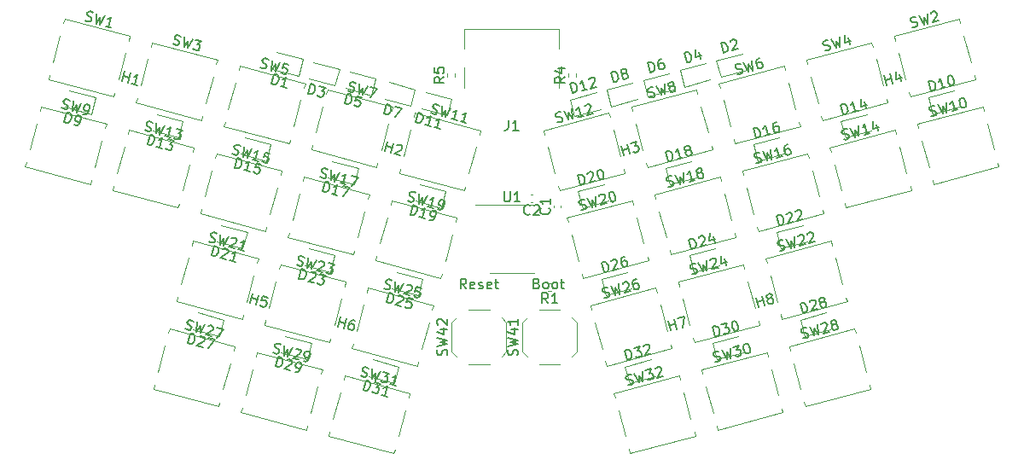
<source format=gbr>
%TF.GenerationSoftware,KiCad,Pcbnew,7.0.8*%
%TF.CreationDate,2024-02-24T18:47:46-06:00*%
%TF.ProjectId,idawgz32,69646177-677a-4333-922e-6b696361645f,rev?*%
%TF.SameCoordinates,Original*%
%TF.FileFunction,Legend,Top*%
%TF.FilePolarity,Positive*%
%FSLAX46Y46*%
G04 Gerber Fmt 4.6, Leading zero omitted, Abs format (unit mm)*
G04 Created by KiCad (PCBNEW 7.0.8) date 2024-02-24 18:47:46*
%MOMM*%
%LPD*%
G01*
G04 APERTURE LIST*
%ADD10C,0.200000*%
%ADD11C,0.150000*%
%ADD12C,0.120000*%
G04 APERTURE END LIST*
D10*
X73570444Y-68679172D02*
X73713301Y-68726791D01*
X73713301Y-68726791D02*
X73760920Y-68774410D01*
X73760920Y-68774410D02*
X73808539Y-68869648D01*
X73808539Y-68869648D02*
X73808539Y-69012505D01*
X73808539Y-69012505D02*
X73760920Y-69107743D01*
X73760920Y-69107743D02*
X73713301Y-69155363D01*
X73713301Y-69155363D02*
X73618063Y-69202982D01*
X73618063Y-69202982D02*
X73237111Y-69202982D01*
X73237111Y-69202982D02*
X73237111Y-68202982D01*
X73237111Y-68202982D02*
X73570444Y-68202982D01*
X73570444Y-68202982D02*
X73665682Y-68250601D01*
X73665682Y-68250601D02*
X73713301Y-68298220D01*
X73713301Y-68298220D02*
X73760920Y-68393458D01*
X73760920Y-68393458D02*
X73760920Y-68488696D01*
X73760920Y-68488696D02*
X73713301Y-68583934D01*
X73713301Y-68583934D02*
X73665682Y-68631553D01*
X73665682Y-68631553D02*
X73570444Y-68679172D01*
X73570444Y-68679172D02*
X73237111Y-68679172D01*
X74379968Y-69202982D02*
X74284730Y-69155363D01*
X74284730Y-69155363D02*
X74237111Y-69107743D01*
X74237111Y-69107743D02*
X74189492Y-69012505D01*
X74189492Y-69012505D02*
X74189492Y-68726791D01*
X74189492Y-68726791D02*
X74237111Y-68631553D01*
X74237111Y-68631553D02*
X74284730Y-68583934D01*
X74284730Y-68583934D02*
X74379968Y-68536315D01*
X74379968Y-68536315D02*
X74522825Y-68536315D01*
X74522825Y-68536315D02*
X74618063Y-68583934D01*
X74618063Y-68583934D02*
X74665682Y-68631553D01*
X74665682Y-68631553D02*
X74713301Y-68726791D01*
X74713301Y-68726791D02*
X74713301Y-69012505D01*
X74713301Y-69012505D02*
X74665682Y-69107743D01*
X74665682Y-69107743D02*
X74618063Y-69155363D01*
X74618063Y-69155363D02*
X74522825Y-69202982D01*
X74522825Y-69202982D02*
X74379968Y-69202982D01*
X75284730Y-69202982D02*
X75189492Y-69155363D01*
X75189492Y-69155363D02*
X75141873Y-69107743D01*
X75141873Y-69107743D02*
X75094254Y-69012505D01*
X75094254Y-69012505D02*
X75094254Y-68726791D01*
X75094254Y-68726791D02*
X75141873Y-68631553D01*
X75141873Y-68631553D02*
X75189492Y-68583934D01*
X75189492Y-68583934D02*
X75284730Y-68536315D01*
X75284730Y-68536315D02*
X75427587Y-68536315D01*
X75427587Y-68536315D02*
X75522825Y-68583934D01*
X75522825Y-68583934D02*
X75570444Y-68631553D01*
X75570444Y-68631553D02*
X75618063Y-68726791D01*
X75618063Y-68726791D02*
X75618063Y-69012505D01*
X75618063Y-69012505D02*
X75570444Y-69107743D01*
X75570444Y-69107743D02*
X75522825Y-69155363D01*
X75522825Y-69155363D02*
X75427587Y-69202982D01*
X75427587Y-69202982D02*
X75284730Y-69202982D01*
X75903778Y-68536315D02*
X76284730Y-68536315D01*
X76046635Y-68202982D02*
X76046635Y-69060124D01*
X76046635Y-69060124D02*
X76094254Y-69155363D01*
X76094254Y-69155363D02*
X76189492Y-69202982D01*
X76189492Y-69202982D02*
X76284730Y-69202982D01*
X66558540Y-69202981D02*
X66225207Y-68726790D01*
X65987112Y-69202981D02*
X65987112Y-68202981D01*
X65987112Y-68202981D02*
X66368064Y-68202981D01*
X66368064Y-68202981D02*
X66463302Y-68250600D01*
X66463302Y-68250600D02*
X66510921Y-68298219D01*
X66510921Y-68298219D02*
X66558540Y-68393457D01*
X66558540Y-68393457D02*
X66558540Y-68536314D01*
X66558540Y-68536314D02*
X66510921Y-68631552D01*
X66510921Y-68631552D02*
X66463302Y-68679171D01*
X66463302Y-68679171D02*
X66368064Y-68726790D01*
X66368064Y-68726790D02*
X65987112Y-68726790D01*
X67368064Y-69155362D02*
X67272826Y-69202981D01*
X67272826Y-69202981D02*
X67082350Y-69202981D01*
X67082350Y-69202981D02*
X66987112Y-69155362D01*
X66987112Y-69155362D02*
X66939493Y-69060123D01*
X66939493Y-69060123D02*
X66939493Y-68679171D01*
X66939493Y-68679171D02*
X66987112Y-68583933D01*
X66987112Y-68583933D02*
X67082350Y-68536314D01*
X67082350Y-68536314D02*
X67272826Y-68536314D01*
X67272826Y-68536314D02*
X67368064Y-68583933D01*
X67368064Y-68583933D02*
X67415683Y-68679171D01*
X67415683Y-68679171D02*
X67415683Y-68774409D01*
X67415683Y-68774409D02*
X66939493Y-68869647D01*
X67796636Y-69155362D02*
X67891874Y-69202981D01*
X67891874Y-69202981D02*
X68082350Y-69202981D01*
X68082350Y-69202981D02*
X68177588Y-69155362D01*
X68177588Y-69155362D02*
X68225207Y-69060123D01*
X68225207Y-69060123D02*
X68225207Y-69012504D01*
X68225207Y-69012504D02*
X68177588Y-68917266D01*
X68177588Y-68917266D02*
X68082350Y-68869647D01*
X68082350Y-68869647D02*
X67939493Y-68869647D01*
X67939493Y-68869647D02*
X67844255Y-68822028D01*
X67844255Y-68822028D02*
X67796636Y-68726790D01*
X67796636Y-68726790D02*
X67796636Y-68679171D01*
X67796636Y-68679171D02*
X67844255Y-68583933D01*
X67844255Y-68583933D02*
X67939493Y-68536314D01*
X67939493Y-68536314D02*
X68082350Y-68536314D01*
X68082350Y-68536314D02*
X68177588Y-68583933D01*
X69034731Y-69155362D02*
X68939493Y-69202981D01*
X68939493Y-69202981D02*
X68749017Y-69202981D01*
X68749017Y-69202981D02*
X68653779Y-69155362D01*
X68653779Y-69155362D02*
X68606160Y-69060123D01*
X68606160Y-69060123D02*
X68606160Y-68679171D01*
X68606160Y-68679171D02*
X68653779Y-68583933D01*
X68653779Y-68583933D02*
X68749017Y-68536314D01*
X68749017Y-68536314D02*
X68939493Y-68536314D01*
X68939493Y-68536314D02*
X69034731Y-68583933D01*
X69034731Y-68583933D02*
X69082350Y-68679171D01*
X69082350Y-68679171D02*
X69082350Y-68774409D01*
X69082350Y-68774409D02*
X68606160Y-68869647D01*
X69368065Y-68536314D02*
X69749017Y-68536314D01*
X69510922Y-68202981D02*
X69510922Y-69060123D01*
X69510922Y-69060123D02*
X69558541Y-69155362D01*
X69558541Y-69155362D02*
X69653779Y-69202981D01*
X69653779Y-69202981D02*
X69749017Y-69202981D01*
D11*
X64626051Y-75811399D02*
X64673670Y-75668542D01*
X64673670Y-75668542D02*
X64673670Y-75430447D01*
X64673670Y-75430447D02*
X64626051Y-75335209D01*
X64626051Y-75335209D02*
X64578431Y-75287590D01*
X64578431Y-75287590D02*
X64483193Y-75239971D01*
X64483193Y-75239971D02*
X64387955Y-75239971D01*
X64387955Y-75239971D02*
X64292717Y-75287590D01*
X64292717Y-75287590D02*
X64245098Y-75335209D01*
X64245098Y-75335209D02*
X64197479Y-75430447D01*
X64197479Y-75430447D02*
X64149860Y-75620923D01*
X64149860Y-75620923D02*
X64102241Y-75716161D01*
X64102241Y-75716161D02*
X64054622Y-75763780D01*
X64054622Y-75763780D02*
X63959384Y-75811399D01*
X63959384Y-75811399D02*
X63864146Y-75811399D01*
X63864146Y-75811399D02*
X63768908Y-75763780D01*
X63768908Y-75763780D02*
X63721289Y-75716161D01*
X63721289Y-75716161D02*
X63673670Y-75620923D01*
X63673670Y-75620923D02*
X63673670Y-75382828D01*
X63673670Y-75382828D02*
X63721289Y-75239971D01*
X63673670Y-74906637D02*
X64673670Y-74668542D01*
X64673670Y-74668542D02*
X63959384Y-74478066D01*
X63959384Y-74478066D02*
X64673670Y-74287590D01*
X64673670Y-74287590D02*
X63673670Y-74049495D01*
X64007003Y-73239971D02*
X64673670Y-73239971D01*
X63626051Y-73478066D02*
X64340336Y-73716161D01*
X64340336Y-73716161D02*
X64340336Y-73097114D01*
X63768908Y-72763780D02*
X63721289Y-72716161D01*
X63721289Y-72716161D02*
X63673670Y-72620923D01*
X63673670Y-72620923D02*
X63673670Y-72382828D01*
X63673670Y-72382828D02*
X63721289Y-72287590D01*
X63721289Y-72287590D02*
X63768908Y-72239971D01*
X63768908Y-72239971D02*
X63864146Y-72192352D01*
X63864146Y-72192352D02*
X63959384Y-72192352D01*
X63959384Y-72192352D02*
X64102241Y-72239971D01*
X64102241Y-72239971D02*
X64673670Y-72811399D01*
X64673670Y-72811399D02*
X64673670Y-72192352D01*
X71626051Y-75811395D02*
X71673670Y-75668538D01*
X71673670Y-75668538D02*
X71673670Y-75430443D01*
X71673670Y-75430443D02*
X71626051Y-75335205D01*
X71626051Y-75335205D02*
X71578431Y-75287586D01*
X71578431Y-75287586D02*
X71483193Y-75239967D01*
X71483193Y-75239967D02*
X71387955Y-75239967D01*
X71387955Y-75239967D02*
X71292717Y-75287586D01*
X71292717Y-75287586D02*
X71245098Y-75335205D01*
X71245098Y-75335205D02*
X71197479Y-75430443D01*
X71197479Y-75430443D02*
X71149860Y-75620919D01*
X71149860Y-75620919D02*
X71102241Y-75716157D01*
X71102241Y-75716157D02*
X71054622Y-75763776D01*
X71054622Y-75763776D02*
X70959384Y-75811395D01*
X70959384Y-75811395D02*
X70864146Y-75811395D01*
X70864146Y-75811395D02*
X70768908Y-75763776D01*
X70768908Y-75763776D02*
X70721289Y-75716157D01*
X70721289Y-75716157D02*
X70673670Y-75620919D01*
X70673670Y-75620919D02*
X70673670Y-75382824D01*
X70673670Y-75382824D02*
X70721289Y-75239967D01*
X70673670Y-74906633D02*
X71673670Y-74668538D01*
X71673670Y-74668538D02*
X70959384Y-74478062D01*
X70959384Y-74478062D02*
X71673670Y-74287586D01*
X71673670Y-74287586D02*
X70673670Y-74049491D01*
X71007003Y-73239967D02*
X71673670Y-73239967D01*
X70626051Y-73478062D02*
X71340336Y-73716157D01*
X71340336Y-73716157D02*
X71340336Y-73097110D01*
X71673670Y-72192348D02*
X71673670Y-72763776D01*
X71673670Y-72478062D02*
X70673670Y-72478062D01*
X70673670Y-72478062D02*
X70816527Y-72573300D01*
X70816527Y-72573300D02*
X70911765Y-72668538D01*
X70911765Y-72668538D02*
X70959384Y-72763776D01*
X82599058Y-78764130D02*
X82749372Y-78773152D01*
X82749372Y-78773152D02*
X82979354Y-78711528D01*
X82979354Y-78711528D02*
X83059023Y-78640883D01*
X83059023Y-78640883D02*
X83092694Y-78582561D01*
X83092694Y-78582561D02*
X83114041Y-78478244D01*
X83114041Y-78478244D02*
X83089392Y-78386251D01*
X83089392Y-78386251D02*
X83018746Y-78306583D01*
X83018746Y-78306583D02*
X82960425Y-78272911D01*
X82960425Y-78272911D02*
X82856107Y-78251564D01*
X82856107Y-78251564D02*
X82659797Y-78254866D01*
X82659797Y-78254866D02*
X82555479Y-78233519D01*
X82555479Y-78233519D02*
X82497158Y-78199847D01*
X82497158Y-78199847D02*
X82426512Y-78120179D01*
X82426512Y-78120179D02*
X82401862Y-78028186D01*
X82401862Y-78028186D02*
X82423209Y-77923869D01*
X82423209Y-77923869D02*
X82456881Y-77865547D01*
X82456881Y-77865547D02*
X82536549Y-77794901D01*
X82536549Y-77794901D02*
X82766532Y-77733278D01*
X82766532Y-77733278D02*
X82916846Y-77742300D01*
X83226496Y-77610031D02*
X83715298Y-78514333D01*
X83715298Y-78514333D02*
X83714413Y-77775087D01*
X83714413Y-77775087D02*
X84083270Y-78415735D01*
X84083270Y-78415735D02*
X84054433Y-77388186D01*
X84330412Y-77314238D02*
X84928366Y-77154016D01*
X84928366Y-77154016D02*
X84704988Y-77608261D01*
X84704988Y-77608261D02*
X84842977Y-77571287D01*
X84842977Y-77571287D02*
X84947295Y-77592634D01*
X84947295Y-77592634D02*
X85005616Y-77626306D01*
X85005616Y-77626306D02*
X85076262Y-77705974D01*
X85076262Y-77705974D02*
X85137886Y-77935956D01*
X85137886Y-77935956D02*
X85116539Y-78040274D01*
X85116539Y-78040274D02*
X85082867Y-78098595D01*
X85082867Y-78098595D02*
X85003199Y-78169241D01*
X85003199Y-78169241D02*
X84727220Y-78243189D01*
X84727220Y-78243189D02*
X84622902Y-78221842D01*
X84622902Y-78221842D02*
X84564581Y-78188170D01*
X85320987Y-77147411D02*
X85354659Y-77089090D01*
X85354659Y-77089090D02*
X85434327Y-77018444D01*
X85434327Y-77018444D02*
X85664309Y-76956821D01*
X85664309Y-76956821D02*
X85768627Y-76978168D01*
X85768627Y-76978168D02*
X85826948Y-77011840D01*
X85826948Y-77011840D02*
X85897594Y-77091508D01*
X85897594Y-77091508D02*
X85922243Y-77183501D01*
X85922243Y-77183501D02*
X85913221Y-77333815D01*
X85913221Y-77333815D02*
X85509160Y-78033669D01*
X85509160Y-78033669D02*
X86107114Y-77873448D01*
X56089575Y-77827448D02*
X56215239Y-77910419D01*
X56215239Y-77910419D02*
X56445222Y-77972042D01*
X56445222Y-77972042D02*
X56549539Y-77950695D01*
X56549539Y-77950695D02*
X56607860Y-77917024D01*
X56607860Y-77917024D02*
X56678506Y-77837355D01*
X56678506Y-77837355D02*
X56703156Y-77745363D01*
X56703156Y-77745363D02*
X56681809Y-77641045D01*
X56681809Y-77641045D02*
X56648137Y-77582724D01*
X56648137Y-77582724D02*
X56568469Y-77512078D01*
X56568469Y-77512078D02*
X56396808Y-77416782D01*
X56396808Y-77416782D02*
X56317139Y-77346137D01*
X56317139Y-77346137D02*
X56283468Y-77287815D01*
X56283468Y-77287815D02*
X56262121Y-77183498D01*
X56262121Y-77183498D02*
X56286770Y-77091505D01*
X56286770Y-77091505D02*
X56357416Y-77011837D01*
X56357416Y-77011837D02*
X56415737Y-76978165D01*
X56415737Y-76978165D02*
X56520055Y-76956818D01*
X56520055Y-76956818D02*
X56750037Y-77018441D01*
X56750037Y-77018441D02*
X56875702Y-77101412D01*
X57210002Y-77141689D02*
X57181165Y-78169238D01*
X57181165Y-78169238D02*
X57550022Y-77528590D01*
X57550022Y-77528590D02*
X57549137Y-78267836D01*
X57549137Y-78267836D02*
X58037938Y-77363533D01*
X58313917Y-77437482D02*
X58911871Y-77597703D01*
X58911871Y-77597703D02*
X58491298Y-77879402D01*
X58491298Y-77879402D02*
X58629287Y-77916376D01*
X58629287Y-77916376D02*
X58708956Y-77987022D01*
X58708956Y-77987022D02*
X58742627Y-78045343D01*
X58742627Y-78045343D02*
X58763974Y-78149661D01*
X58763974Y-78149661D02*
X58702351Y-78379643D01*
X58702351Y-78379643D02*
X58631705Y-78459311D01*
X58631705Y-78459311D02*
X58573384Y-78492983D01*
X58573384Y-78492983D02*
X58469066Y-78514330D01*
X58469066Y-78514330D02*
X58193087Y-78440382D01*
X58193087Y-78440382D02*
X58113419Y-78369736D01*
X58113419Y-78369736D02*
X58079747Y-78311415D01*
X59572981Y-78810123D02*
X59021024Y-78662227D01*
X59297003Y-78736175D02*
X59555822Y-77770249D01*
X59555822Y-77770249D02*
X59426855Y-77883589D01*
X59426855Y-77883589D02*
X59310212Y-77950933D01*
X59310212Y-77950933D02*
X59205895Y-77972280D01*
X91292392Y-76434758D02*
X91442706Y-76443780D01*
X91442706Y-76443780D02*
X91672688Y-76382156D01*
X91672688Y-76382156D02*
X91752357Y-76311511D01*
X91752357Y-76311511D02*
X91786028Y-76253189D01*
X91786028Y-76253189D02*
X91807375Y-76148872D01*
X91807375Y-76148872D02*
X91782726Y-76056879D01*
X91782726Y-76056879D02*
X91712080Y-75977211D01*
X91712080Y-75977211D02*
X91653759Y-75943539D01*
X91653759Y-75943539D02*
X91549441Y-75922192D01*
X91549441Y-75922192D02*
X91353131Y-75925494D01*
X91353131Y-75925494D02*
X91248813Y-75904147D01*
X91248813Y-75904147D02*
X91190492Y-75870475D01*
X91190492Y-75870475D02*
X91119846Y-75790807D01*
X91119846Y-75790807D02*
X91095196Y-75698814D01*
X91095196Y-75698814D02*
X91116543Y-75594497D01*
X91116543Y-75594497D02*
X91150215Y-75536175D01*
X91150215Y-75536175D02*
X91229883Y-75465529D01*
X91229883Y-75465529D02*
X91459866Y-75403906D01*
X91459866Y-75403906D02*
X91610180Y-75412928D01*
X91919830Y-75280659D02*
X92408632Y-76184961D01*
X92408632Y-76184961D02*
X92407747Y-75445715D01*
X92407747Y-75445715D02*
X92776604Y-76086363D01*
X92776604Y-76086363D02*
X92747767Y-75058814D01*
X93023746Y-74984866D02*
X93621700Y-74824644D01*
X93621700Y-74824644D02*
X93398322Y-75278889D01*
X93398322Y-75278889D02*
X93536311Y-75241915D01*
X93536311Y-75241915D02*
X93640629Y-75263262D01*
X93640629Y-75263262D02*
X93698950Y-75296934D01*
X93698950Y-75296934D02*
X93769596Y-75376602D01*
X93769596Y-75376602D02*
X93831220Y-75606584D01*
X93831220Y-75606584D02*
X93809873Y-75710902D01*
X93809873Y-75710902D02*
X93776201Y-75769223D01*
X93776201Y-75769223D02*
X93696533Y-75839869D01*
X93696533Y-75839869D02*
X93420554Y-75913817D01*
X93420554Y-75913817D02*
X93316236Y-75892470D01*
X93316236Y-75892470D02*
X93257915Y-75858798D01*
X94219654Y-74664423D02*
X94311647Y-74639774D01*
X94311647Y-74639774D02*
X94415964Y-74661121D01*
X94415964Y-74661121D02*
X94474286Y-74694792D01*
X94474286Y-74694792D02*
X94544931Y-74774461D01*
X94544931Y-74774461D02*
X94640227Y-74946122D01*
X94640227Y-74946122D02*
X94701850Y-75176104D01*
X94701850Y-75176104D02*
X94705153Y-75372415D01*
X94705153Y-75372415D02*
X94683806Y-75476732D01*
X94683806Y-75476732D02*
X94650134Y-75535053D01*
X94650134Y-75535053D02*
X94570466Y-75605699D01*
X94570466Y-75605699D02*
X94478473Y-75630349D01*
X94478473Y-75630349D02*
X94374155Y-75609002D01*
X94374155Y-75609002D02*
X94315834Y-75575330D01*
X94315834Y-75575330D02*
X94245188Y-75495662D01*
X94245188Y-75495662D02*
X94149893Y-75324001D01*
X94149893Y-75324001D02*
X94088269Y-75094018D01*
X94088269Y-75094018D02*
X94084967Y-74897708D01*
X94084967Y-74897708D02*
X94106314Y-74793390D01*
X94106314Y-74793390D02*
X94139986Y-74735069D01*
X94139986Y-74735069D02*
X94219654Y-74664423D01*
X47396244Y-75498083D02*
X47521908Y-75581054D01*
X47521908Y-75581054D02*
X47751891Y-75642677D01*
X47751891Y-75642677D02*
X47856208Y-75621330D01*
X47856208Y-75621330D02*
X47914529Y-75587659D01*
X47914529Y-75587659D02*
X47985175Y-75507990D01*
X47985175Y-75507990D02*
X48009825Y-75415998D01*
X48009825Y-75415998D02*
X47988478Y-75311680D01*
X47988478Y-75311680D02*
X47954806Y-75253359D01*
X47954806Y-75253359D02*
X47875138Y-75182713D01*
X47875138Y-75182713D02*
X47703477Y-75087417D01*
X47703477Y-75087417D02*
X47623808Y-75016772D01*
X47623808Y-75016772D02*
X47590137Y-74958450D01*
X47590137Y-74958450D02*
X47568790Y-74854133D01*
X47568790Y-74854133D02*
X47593439Y-74762140D01*
X47593439Y-74762140D02*
X47664085Y-74682472D01*
X47664085Y-74682472D02*
X47722406Y-74648800D01*
X47722406Y-74648800D02*
X47826724Y-74627453D01*
X47826724Y-74627453D02*
X48056706Y-74689076D01*
X48056706Y-74689076D02*
X48182371Y-74772047D01*
X48516671Y-74812324D02*
X48487834Y-75839873D01*
X48487834Y-75839873D02*
X48856691Y-75199225D01*
X48856691Y-75199225D02*
X48855806Y-75938471D01*
X48855806Y-75938471D02*
X49344607Y-75034168D01*
X49641933Y-75212434D02*
X49700254Y-75178763D01*
X49700254Y-75178763D02*
X49804572Y-75157416D01*
X49804572Y-75157416D02*
X50034554Y-75219039D01*
X50034554Y-75219039D02*
X50114222Y-75289685D01*
X50114222Y-75289685D02*
X50147894Y-75348006D01*
X50147894Y-75348006D02*
X50169241Y-75452324D01*
X50169241Y-75452324D02*
X50144592Y-75544317D01*
X50144592Y-75544317D02*
X50061621Y-75669982D01*
X50061621Y-75669982D02*
X49361767Y-76074043D01*
X49361767Y-76074043D02*
X49959721Y-76234264D01*
X50419686Y-76357511D02*
X50603672Y-76406810D01*
X50603672Y-76406810D02*
X50707989Y-76385463D01*
X50707989Y-76385463D02*
X50766310Y-76351791D01*
X50766310Y-76351791D02*
X50895278Y-76238451D01*
X50895278Y-76238451D02*
X50990573Y-76066790D01*
X50990573Y-76066790D02*
X51089171Y-75698818D01*
X51089171Y-75698818D02*
X51067824Y-75594501D01*
X51067824Y-75594501D02*
X51034152Y-75536179D01*
X51034152Y-75536179D02*
X50954484Y-75465533D01*
X50954484Y-75465533D02*
X50770498Y-75416235D01*
X50770498Y-75416235D02*
X50666180Y-75437582D01*
X50666180Y-75437582D02*
X50607859Y-75471253D01*
X50607859Y-75471253D02*
X50537213Y-75550922D01*
X50537213Y-75550922D02*
X50475589Y-75780904D01*
X50475589Y-75780904D02*
X50496936Y-75885222D01*
X50496936Y-75885222D02*
X50530608Y-75943543D01*
X50530608Y-75943543D02*
X50610276Y-76014189D01*
X50610276Y-76014189D02*
X50794262Y-76063488D01*
X50794262Y-76063488D02*
X50898580Y-76042141D01*
X50898580Y-76042141D02*
X50956901Y-76008469D01*
X50956901Y-76008469D02*
X51027547Y-75928801D01*
X99985722Y-74105385D02*
X100136036Y-74114407D01*
X100136036Y-74114407D02*
X100366018Y-74052783D01*
X100366018Y-74052783D02*
X100445687Y-73982138D01*
X100445687Y-73982138D02*
X100479358Y-73923816D01*
X100479358Y-73923816D02*
X100500705Y-73819499D01*
X100500705Y-73819499D02*
X100476056Y-73727506D01*
X100476056Y-73727506D02*
X100405410Y-73647838D01*
X100405410Y-73647838D02*
X100347089Y-73614166D01*
X100347089Y-73614166D02*
X100242771Y-73592819D01*
X100242771Y-73592819D02*
X100046461Y-73596121D01*
X100046461Y-73596121D02*
X99942143Y-73574774D01*
X99942143Y-73574774D02*
X99883822Y-73541102D01*
X99883822Y-73541102D02*
X99813176Y-73461434D01*
X99813176Y-73461434D02*
X99788526Y-73369441D01*
X99788526Y-73369441D02*
X99809873Y-73265124D01*
X99809873Y-73265124D02*
X99843545Y-73206802D01*
X99843545Y-73206802D02*
X99923213Y-73136156D01*
X99923213Y-73136156D02*
X100153196Y-73074533D01*
X100153196Y-73074533D02*
X100303510Y-73083555D01*
X100613160Y-72951286D02*
X101101962Y-73855588D01*
X101101962Y-73855588D02*
X101101077Y-73116342D01*
X101101077Y-73116342D02*
X101469934Y-73756990D01*
X101469934Y-73756990D02*
X101441097Y-72729441D01*
X101787721Y-72735161D02*
X101821393Y-72676840D01*
X101821393Y-72676840D02*
X101901061Y-72606194D01*
X101901061Y-72606194D02*
X102131044Y-72544570D01*
X102131044Y-72544570D02*
X102235361Y-72565917D01*
X102235361Y-72565917D02*
X102293683Y-72599589D01*
X102293683Y-72599589D02*
X102364328Y-72679257D01*
X102364328Y-72679257D02*
X102388978Y-72771250D01*
X102388978Y-72771250D02*
X102379956Y-72921564D01*
X102379956Y-72921564D02*
X101975895Y-73621418D01*
X101975895Y-73621418D02*
X102573849Y-73461197D01*
X102977910Y-72761343D02*
X102873592Y-72739996D01*
X102873592Y-72739996D02*
X102815271Y-72706324D01*
X102815271Y-72706324D02*
X102744625Y-72626656D01*
X102744625Y-72626656D02*
X102732300Y-72580659D01*
X102732300Y-72580659D02*
X102753647Y-72476342D01*
X102753647Y-72476342D02*
X102787319Y-72418021D01*
X102787319Y-72418021D02*
X102866987Y-72347375D01*
X102866987Y-72347375D02*
X103050973Y-72298076D01*
X103050973Y-72298076D02*
X103155291Y-72319423D01*
X103155291Y-72319423D02*
X103213612Y-72353095D01*
X103213612Y-72353095D02*
X103284258Y-72432763D01*
X103284258Y-72432763D02*
X103296583Y-72478759D01*
X103296583Y-72478759D02*
X103275236Y-72583077D01*
X103275236Y-72583077D02*
X103241564Y-72641398D01*
X103241564Y-72641398D02*
X103161896Y-72712044D01*
X103161896Y-72712044D02*
X102977910Y-72761343D01*
X102977910Y-72761343D02*
X102898242Y-72831989D01*
X102898242Y-72831989D02*
X102864570Y-72890310D01*
X102864570Y-72890310D02*
X102843223Y-72994628D01*
X102843223Y-72994628D02*
X102892522Y-73178613D01*
X102892522Y-73178613D02*
X102963167Y-73258282D01*
X102963167Y-73258282D02*
X103021489Y-73291953D01*
X103021489Y-73291953D02*
X103125806Y-73313300D01*
X103125806Y-73313300D02*
X103309792Y-73264002D01*
X103309792Y-73264002D02*
X103389460Y-73193356D01*
X103389460Y-73193356D02*
X103423132Y-73135035D01*
X103423132Y-73135035D02*
X103444479Y-73030717D01*
X103444479Y-73030717D02*
X103395180Y-72846731D01*
X103395180Y-72846731D02*
X103324534Y-72767063D01*
X103324534Y-72767063D02*
X103266213Y-72733391D01*
X103266213Y-72733391D02*
X103161896Y-72712044D01*
X38702913Y-73168711D02*
X38828577Y-73251682D01*
X38828577Y-73251682D02*
X39058560Y-73313305D01*
X39058560Y-73313305D02*
X39162877Y-73291958D01*
X39162877Y-73291958D02*
X39221198Y-73258287D01*
X39221198Y-73258287D02*
X39291844Y-73178618D01*
X39291844Y-73178618D02*
X39316494Y-73086626D01*
X39316494Y-73086626D02*
X39295147Y-72982308D01*
X39295147Y-72982308D02*
X39261475Y-72923987D01*
X39261475Y-72923987D02*
X39181807Y-72853341D01*
X39181807Y-72853341D02*
X39010146Y-72758045D01*
X39010146Y-72758045D02*
X38930477Y-72687400D01*
X38930477Y-72687400D02*
X38896806Y-72629078D01*
X38896806Y-72629078D02*
X38875459Y-72524761D01*
X38875459Y-72524761D02*
X38900108Y-72432768D01*
X38900108Y-72432768D02*
X38970754Y-72353100D01*
X38970754Y-72353100D02*
X39029075Y-72319428D01*
X39029075Y-72319428D02*
X39133393Y-72298081D01*
X39133393Y-72298081D02*
X39363375Y-72359704D01*
X39363375Y-72359704D02*
X39489040Y-72442675D01*
X39823340Y-72482952D02*
X39794503Y-73510501D01*
X39794503Y-73510501D02*
X40163360Y-72869853D01*
X40163360Y-72869853D02*
X40162475Y-73609099D01*
X40162475Y-73609099D02*
X40651276Y-72704796D01*
X40948602Y-72883062D02*
X41006923Y-72849391D01*
X41006923Y-72849391D02*
X41111241Y-72828044D01*
X41111241Y-72828044D02*
X41341223Y-72889667D01*
X41341223Y-72889667D02*
X41420891Y-72960313D01*
X41420891Y-72960313D02*
X41454563Y-73018634D01*
X41454563Y-73018634D02*
X41475910Y-73122952D01*
X41475910Y-73122952D02*
X41451261Y-73214945D01*
X41451261Y-73214945D02*
X41368290Y-73340610D01*
X41368290Y-73340610D02*
X40668436Y-73744671D01*
X40668436Y-73744671D02*
X41266390Y-73904892D01*
X41847184Y-73025239D02*
X42491135Y-73197785D01*
X42491135Y-73197785D02*
X41818348Y-74052788D01*
X80269684Y-70070803D02*
X80419998Y-70079825D01*
X80419998Y-70079825D02*
X80649980Y-70018201D01*
X80649980Y-70018201D02*
X80729649Y-69947556D01*
X80729649Y-69947556D02*
X80763320Y-69889234D01*
X80763320Y-69889234D02*
X80784667Y-69784917D01*
X80784667Y-69784917D02*
X80760018Y-69692924D01*
X80760018Y-69692924D02*
X80689372Y-69613256D01*
X80689372Y-69613256D02*
X80631051Y-69579584D01*
X80631051Y-69579584D02*
X80526733Y-69558237D01*
X80526733Y-69558237D02*
X80330423Y-69561539D01*
X80330423Y-69561539D02*
X80226105Y-69540192D01*
X80226105Y-69540192D02*
X80167784Y-69506520D01*
X80167784Y-69506520D02*
X80097138Y-69426852D01*
X80097138Y-69426852D02*
X80072488Y-69334859D01*
X80072488Y-69334859D02*
X80093835Y-69230542D01*
X80093835Y-69230542D02*
X80127507Y-69172220D01*
X80127507Y-69172220D02*
X80207175Y-69101574D01*
X80207175Y-69101574D02*
X80437158Y-69039951D01*
X80437158Y-69039951D02*
X80587472Y-69048973D01*
X80897122Y-68916704D02*
X81385924Y-69821006D01*
X81385924Y-69821006D02*
X81385039Y-69081760D01*
X81385039Y-69081760D02*
X81753896Y-69722408D01*
X81753896Y-69722408D02*
X81725059Y-68694859D01*
X82071683Y-68700579D02*
X82105355Y-68642258D01*
X82105355Y-68642258D02*
X82185023Y-68571612D01*
X82185023Y-68571612D02*
X82415006Y-68509988D01*
X82415006Y-68509988D02*
X82519323Y-68531335D01*
X82519323Y-68531335D02*
X82577645Y-68565007D01*
X82577645Y-68565007D02*
X82648290Y-68644675D01*
X82648290Y-68644675D02*
X82672940Y-68736668D01*
X82672940Y-68736668D02*
X82663918Y-68886982D01*
X82663918Y-68886982D02*
X82259857Y-69586836D01*
X82259857Y-69586836D02*
X82857811Y-69426615D01*
X83426928Y-68238844D02*
X83242942Y-68288143D01*
X83242942Y-68288143D02*
X83163274Y-68358789D01*
X83163274Y-68358789D02*
X83129602Y-68417110D01*
X83129602Y-68417110D02*
X83074583Y-68579749D01*
X83074583Y-68579749D02*
X83077886Y-68776060D01*
X83077886Y-68776060D02*
X83176484Y-69144031D01*
X83176484Y-69144031D02*
X83247129Y-69223700D01*
X83247129Y-69223700D02*
X83305451Y-69257371D01*
X83305451Y-69257371D02*
X83409768Y-69278718D01*
X83409768Y-69278718D02*
X83593754Y-69229420D01*
X83593754Y-69229420D02*
X83673422Y-69158774D01*
X83673422Y-69158774D02*
X83707094Y-69100453D01*
X83707094Y-69100453D02*
X83728441Y-68996135D01*
X83728441Y-68996135D02*
X83666818Y-68766153D01*
X83666818Y-68766153D02*
X83596172Y-68686484D01*
X83596172Y-68686484D02*
X83537851Y-68652813D01*
X83537851Y-68652813D02*
X83433533Y-68631466D01*
X83433533Y-68631466D02*
X83249547Y-68680764D01*
X83249547Y-68680764D02*
X83169879Y-68751410D01*
X83169879Y-68751410D02*
X83136207Y-68809731D01*
X83136207Y-68809731D02*
X83114860Y-68914049D01*
X58418951Y-69134113D02*
X58544615Y-69217084D01*
X58544615Y-69217084D02*
X58774598Y-69278707D01*
X58774598Y-69278707D02*
X58878915Y-69257360D01*
X58878915Y-69257360D02*
X58937236Y-69223689D01*
X58937236Y-69223689D02*
X59007882Y-69144020D01*
X59007882Y-69144020D02*
X59032532Y-69052028D01*
X59032532Y-69052028D02*
X59011185Y-68947710D01*
X59011185Y-68947710D02*
X58977513Y-68889389D01*
X58977513Y-68889389D02*
X58897845Y-68818743D01*
X58897845Y-68818743D02*
X58726184Y-68723447D01*
X58726184Y-68723447D02*
X58646515Y-68652802D01*
X58646515Y-68652802D02*
X58612844Y-68594480D01*
X58612844Y-68594480D02*
X58591497Y-68490163D01*
X58591497Y-68490163D02*
X58616146Y-68398170D01*
X58616146Y-68398170D02*
X58686792Y-68318502D01*
X58686792Y-68318502D02*
X58745113Y-68284830D01*
X58745113Y-68284830D02*
X58849431Y-68263483D01*
X58849431Y-68263483D02*
X59079413Y-68325106D01*
X59079413Y-68325106D02*
X59205078Y-68408077D01*
X59539378Y-68448354D02*
X59510541Y-69475903D01*
X59510541Y-69475903D02*
X59879398Y-68835255D01*
X59879398Y-68835255D02*
X59878513Y-69574501D01*
X59878513Y-69574501D02*
X60367314Y-68670198D01*
X60664640Y-68848464D02*
X60722961Y-68814793D01*
X60722961Y-68814793D02*
X60827279Y-68793446D01*
X60827279Y-68793446D02*
X61057261Y-68855069D01*
X61057261Y-68855069D02*
X61136929Y-68925715D01*
X61136929Y-68925715D02*
X61170601Y-68984036D01*
X61170601Y-68984036D02*
X61191948Y-69088354D01*
X61191948Y-69088354D02*
X61167299Y-69180347D01*
X61167299Y-69180347D02*
X61084328Y-69306012D01*
X61084328Y-69306012D02*
X60384474Y-69710073D01*
X60384474Y-69710073D02*
X60982428Y-69870294D01*
X62115180Y-69138538D02*
X61655215Y-69015290D01*
X61655215Y-69015290D02*
X61485972Y-69462930D01*
X61485972Y-69462930D02*
X61544293Y-69429259D01*
X61544293Y-69429259D02*
X61648611Y-69407912D01*
X61648611Y-69407912D02*
X61878593Y-69469535D01*
X61878593Y-69469535D02*
X61958261Y-69540181D01*
X61958261Y-69540181D02*
X61991933Y-69598502D01*
X61991933Y-69598502D02*
X62013280Y-69702820D01*
X62013280Y-69702820D02*
X61951656Y-69932802D01*
X61951656Y-69932802D02*
X61881010Y-70012471D01*
X61881010Y-70012471D02*
X61822689Y-70046142D01*
X61822689Y-70046142D02*
X61718372Y-70067489D01*
X61718372Y-70067489D02*
X61488389Y-70005866D01*
X61488389Y-70005866D02*
X61408721Y-69935220D01*
X61408721Y-69935220D02*
X61375049Y-69876899D01*
X88963016Y-67741427D02*
X89113330Y-67750449D01*
X89113330Y-67750449D02*
X89343312Y-67688825D01*
X89343312Y-67688825D02*
X89422981Y-67618180D01*
X89422981Y-67618180D02*
X89456652Y-67559858D01*
X89456652Y-67559858D02*
X89477999Y-67455541D01*
X89477999Y-67455541D02*
X89453350Y-67363548D01*
X89453350Y-67363548D02*
X89382704Y-67283880D01*
X89382704Y-67283880D02*
X89324383Y-67250208D01*
X89324383Y-67250208D02*
X89220065Y-67228861D01*
X89220065Y-67228861D02*
X89023755Y-67232163D01*
X89023755Y-67232163D02*
X88919437Y-67210816D01*
X88919437Y-67210816D02*
X88861116Y-67177144D01*
X88861116Y-67177144D02*
X88790470Y-67097476D01*
X88790470Y-67097476D02*
X88765820Y-67005483D01*
X88765820Y-67005483D02*
X88787167Y-66901166D01*
X88787167Y-66901166D02*
X88820839Y-66842844D01*
X88820839Y-66842844D02*
X88900507Y-66772198D01*
X88900507Y-66772198D02*
X89130490Y-66710575D01*
X89130490Y-66710575D02*
X89280804Y-66719597D01*
X89590454Y-66587328D02*
X90079256Y-67491630D01*
X90079256Y-67491630D02*
X90078371Y-66752384D01*
X90078371Y-66752384D02*
X90447228Y-67393032D01*
X90447228Y-67393032D02*
X90418391Y-66365483D01*
X90765015Y-66371203D02*
X90798687Y-66312882D01*
X90798687Y-66312882D02*
X90878355Y-66242236D01*
X90878355Y-66242236D02*
X91108338Y-66180612D01*
X91108338Y-66180612D02*
X91212655Y-66201959D01*
X91212655Y-66201959D02*
X91270977Y-66235631D01*
X91270977Y-66235631D02*
X91341622Y-66315299D01*
X91341622Y-66315299D02*
X91366272Y-66407292D01*
X91366272Y-66407292D02*
X91357250Y-66557606D01*
X91357250Y-66557606D02*
X90953189Y-67257460D01*
X90953189Y-67257460D02*
X91551143Y-67097239D01*
X92206533Y-66231444D02*
X92379079Y-66875394D01*
X91877953Y-65925095D02*
X91832841Y-66676666D01*
X91832841Y-66676666D02*
X92430796Y-66516445D01*
X49725615Y-66804748D02*
X49851279Y-66887719D01*
X49851279Y-66887719D02*
X50081262Y-66949342D01*
X50081262Y-66949342D02*
X50185579Y-66927995D01*
X50185579Y-66927995D02*
X50243900Y-66894324D01*
X50243900Y-66894324D02*
X50314546Y-66814655D01*
X50314546Y-66814655D02*
X50339196Y-66722663D01*
X50339196Y-66722663D02*
X50317849Y-66618345D01*
X50317849Y-66618345D02*
X50284177Y-66560024D01*
X50284177Y-66560024D02*
X50204509Y-66489378D01*
X50204509Y-66489378D02*
X50032848Y-66394082D01*
X50032848Y-66394082D02*
X49953179Y-66323437D01*
X49953179Y-66323437D02*
X49919508Y-66265115D01*
X49919508Y-66265115D02*
X49898161Y-66160798D01*
X49898161Y-66160798D02*
X49922810Y-66068805D01*
X49922810Y-66068805D02*
X49993456Y-65989137D01*
X49993456Y-65989137D02*
X50051777Y-65955465D01*
X50051777Y-65955465D02*
X50156095Y-65934118D01*
X50156095Y-65934118D02*
X50386077Y-65995741D01*
X50386077Y-65995741D02*
X50511742Y-66078712D01*
X50846042Y-66118989D02*
X50817205Y-67146538D01*
X50817205Y-67146538D02*
X51186062Y-66505890D01*
X51186062Y-66505890D02*
X51185177Y-67245136D01*
X51185177Y-67245136D02*
X51673978Y-66340833D01*
X51971304Y-66519099D02*
X52029625Y-66485428D01*
X52029625Y-66485428D02*
X52133943Y-66464081D01*
X52133943Y-66464081D02*
X52363925Y-66525704D01*
X52363925Y-66525704D02*
X52443593Y-66596350D01*
X52443593Y-66596350D02*
X52477265Y-66654671D01*
X52477265Y-66654671D02*
X52498612Y-66758989D01*
X52498612Y-66758989D02*
X52473963Y-66850982D01*
X52473963Y-66850982D02*
X52390992Y-66976647D01*
X52390992Y-66976647D02*
X51691138Y-67380708D01*
X51691138Y-67380708D02*
X52289092Y-67540929D01*
X52869886Y-66661276D02*
X53467840Y-66821497D01*
X53467840Y-66821497D02*
X53047267Y-67103196D01*
X53047267Y-67103196D02*
X53185257Y-67140170D01*
X53185257Y-67140170D02*
X53264925Y-67210816D01*
X53264925Y-67210816D02*
X53298597Y-67269137D01*
X53298597Y-67269137D02*
X53319944Y-67373455D01*
X53319944Y-67373455D02*
X53258320Y-67603437D01*
X53258320Y-67603437D02*
X53187674Y-67683106D01*
X53187674Y-67683106D02*
X53129353Y-67716777D01*
X53129353Y-67716777D02*
X53025036Y-67738124D01*
X53025036Y-67738124D02*
X52749057Y-67664176D01*
X52749057Y-67664176D02*
X52669389Y-67593530D01*
X52669389Y-67593530D02*
X52635717Y-67535209D01*
X97656350Y-65412049D02*
X97806664Y-65421071D01*
X97806664Y-65421071D02*
X98036646Y-65359447D01*
X98036646Y-65359447D02*
X98116315Y-65288802D01*
X98116315Y-65288802D02*
X98149986Y-65230480D01*
X98149986Y-65230480D02*
X98171333Y-65126163D01*
X98171333Y-65126163D02*
X98146684Y-65034170D01*
X98146684Y-65034170D02*
X98076038Y-64954502D01*
X98076038Y-64954502D02*
X98017717Y-64920830D01*
X98017717Y-64920830D02*
X97913399Y-64899483D01*
X97913399Y-64899483D02*
X97717089Y-64902785D01*
X97717089Y-64902785D02*
X97612771Y-64881438D01*
X97612771Y-64881438D02*
X97554450Y-64847766D01*
X97554450Y-64847766D02*
X97483804Y-64768098D01*
X97483804Y-64768098D02*
X97459154Y-64676105D01*
X97459154Y-64676105D02*
X97480501Y-64571788D01*
X97480501Y-64571788D02*
X97514173Y-64513466D01*
X97514173Y-64513466D02*
X97593841Y-64442820D01*
X97593841Y-64442820D02*
X97823824Y-64381197D01*
X97823824Y-64381197D02*
X97974138Y-64390219D01*
X98283788Y-64257950D02*
X98772590Y-65162252D01*
X98772590Y-65162252D02*
X98771705Y-64423006D01*
X98771705Y-64423006D02*
X99140562Y-65063654D01*
X99140562Y-65063654D02*
X99111725Y-64036105D01*
X99458349Y-64041825D02*
X99492021Y-63983504D01*
X99492021Y-63983504D02*
X99571689Y-63912858D01*
X99571689Y-63912858D02*
X99801672Y-63851234D01*
X99801672Y-63851234D02*
X99905989Y-63872581D01*
X99905989Y-63872581D02*
X99964311Y-63906253D01*
X99964311Y-63906253D02*
X100034956Y-63985921D01*
X100034956Y-63985921D02*
X100059606Y-64077914D01*
X100059606Y-64077914D02*
X100050584Y-64228228D01*
X100050584Y-64228228D02*
X99646523Y-64928082D01*
X99646523Y-64928082D02*
X100244477Y-64767861D01*
X100378279Y-63795330D02*
X100411951Y-63737009D01*
X100411951Y-63737009D02*
X100491619Y-63666363D01*
X100491619Y-63666363D02*
X100721601Y-63604740D01*
X100721601Y-63604740D02*
X100825919Y-63626087D01*
X100825919Y-63626087D02*
X100884240Y-63659759D01*
X100884240Y-63659759D02*
X100954886Y-63739427D01*
X100954886Y-63739427D02*
X100979535Y-63831420D01*
X100979535Y-63831420D02*
X100970513Y-63981734D01*
X100970513Y-63981734D02*
X100566452Y-64681588D01*
X100566452Y-64681588D02*
X101164406Y-64521367D01*
X41032282Y-64475378D02*
X41157946Y-64558349D01*
X41157946Y-64558349D02*
X41387929Y-64619972D01*
X41387929Y-64619972D02*
X41492246Y-64598625D01*
X41492246Y-64598625D02*
X41550567Y-64564954D01*
X41550567Y-64564954D02*
X41621213Y-64485285D01*
X41621213Y-64485285D02*
X41645863Y-64393293D01*
X41645863Y-64393293D02*
X41624516Y-64288975D01*
X41624516Y-64288975D02*
X41590844Y-64230654D01*
X41590844Y-64230654D02*
X41511176Y-64160008D01*
X41511176Y-64160008D02*
X41339515Y-64064712D01*
X41339515Y-64064712D02*
X41259846Y-63994067D01*
X41259846Y-63994067D02*
X41226175Y-63935745D01*
X41226175Y-63935745D02*
X41204828Y-63831428D01*
X41204828Y-63831428D02*
X41229477Y-63739435D01*
X41229477Y-63739435D02*
X41300123Y-63659767D01*
X41300123Y-63659767D02*
X41358444Y-63626095D01*
X41358444Y-63626095D02*
X41462762Y-63604748D01*
X41462762Y-63604748D02*
X41692744Y-63666371D01*
X41692744Y-63666371D02*
X41818409Y-63749342D01*
X42152709Y-63789619D02*
X42123872Y-64817168D01*
X42123872Y-64817168D02*
X42492729Y-64176520D01*
X42492729Y-64176520D02*
X42491844Y-64915766D01*
X42491844Y-64915766D02*
X42980645Y-64011463D01*
X43277971Y-64189729D02*
X43336292Y-64156058D01*
X43336292Y-64156058D02*
X43440610Y-64134711D01*
X43440610Y-64134711D02*
X43670592Y-64196334D01*
X43670592Y-64196334D02*
X43750260Y-64266980D01*
X43750260Y-64266980D02*
X43783932Y-64325301D01*
X43783932Y-64325301D02*
X43805279Y-64429619D01*
X43805279Y-64429619D02*
X43780630Y-64521612D01*
X43780630Y-64521612D02*
X43697659Y-64647277D01*
X43697659Y-64647277D02*
X42997805Y-65051338D01*
X42997805Y-65051338D02*
X43595759Y-65211559D01*
X44515688Y-65458053D02*
X43963731Y-65310157D01*
X44239710Y-65384105D02*
X44498529Y-64418179D01*
X44498529Y-64418179D02*
X44369562Y-64531519D01*
X44369562Y-64531519D02*
X44252919Y-64598863D01*
X44252919Y-64598863D02*
X44148602Y-64620210D01*
X77940315Y-61377467D02*
X78090629Y-61386489D01*
X78090629Y-61386489D02*
X78320611Y-61324865D01*
X78320611Y-61324865D02*
X78400280Y-61254220D01*
X78400280Y-61254220D02*
X78433951Y-61195898D01*
X78433951Y-61195898D02*
X78455298Y-61091581D01*
X78455298Y-61091581D02*
X78430649Y-60999588D01*
X78430649Y-60999588D02*
X78360003Y-60919920D01*
X78360003Y-60919920D02*
X78301682Y-60886248D01*
X78301682Y-60886248D02*
X78197364Y-60864901D01*
X78197364Y-60864901D02*
X78001054Y-60868203D01*
X78001054Y-60868203D02*
X77896736Y-60846856D01*
X77896736Y-60846856D02*
X77838415Y-60813184D01*
X77838415Y-60813184D02*
X77767769Y-60733516D01*
X77767769Y-60733516D02*
X77743119Y-60641523D01*
X77743119Y-60641523D02*
X77764466Y-60537206D01*
X77764466Y-60537206D02*
X77798138Y-60478884D01*
X77798138Y-60478884D02*
X77877806Y-60408238D01*
X77877806Y-60408238D02*
X78107789Y-60346615D01*
X78107789Y-60346615D02*
X78258103Y-60355637D01*
X78567753Y-60223368D02*
X79056555Y-61127670D01*
X79056555Y-61127670D02*
X79055670Y-60388424D01*
X79055670Y-60388424D02*
X79424527Y-61029072D01*
X79424527Y-61029072D02*
X79395690Y-60001523D01*
X79742314Y-60007243D02*
X79775986Y-59948922D01*
X79775986Y-59948922D02*
X79855654Y-59878276D01*
X79855654Y-59878276D02*
X80085637Y-59816652D01*
X80085637Y-59816652D02*
X80189954Y-59837999D01*
X80189954Y-59837999D02*
X80248276Y-59871671D01*
X80248276Y-59871671D02*
X80318921Y-59951339D01*
X80318921Y-59951339D02*
X80343571Y-60043332D01*
X80343571Y-60043332D02*
X80334549Y-60193646D01*
X80334549Y-60193646D02*
X79930488Y-60893500D01*
X79930488Y-60893500D02*
X80528442Y-60733279D01*
X80867577Y-59607132D02*
X80959570Y-59582483D01*
X80959570Y-59582483D02*
X81063887Y-59603830D01*
X81063887Y-59603830D02*
X81122209Y-59637501D01*
X81122209Y-59637501D02*
X81192854Y-59717170D01*
X81192854Y-59717170D02*
X81288150Y-59888831D01*
X81288150Y-59888831D02*
X81349773Y-60118813D01*
X81349773Y-60118813D02*
X81353076Y-60315124D01*
X81353076Y-60315124D02*
X81331729Y-60419441D01*
X81331729Y-60419441D02*
X81298057Y-60477762D01*
X81298057Y-60477762D02*
X81218389Y-60548408D01*
X81218389Y-60548408D02*
X81126396Y-60573058D01*
X81126396Y-60573058D02*
X81022078Y-60551711D01*
X81022078Y-60551711D02*
X80963757Y-60518039D01*
X80963757Y-60518039D02*
X80893111Y-60438371D01*
X80893111Y-60438371D02*
X80797816Y-60266710D01*
X80797816Y-60266710D02*
X80736192Y-60036727D01*
X80736192Y-60036727D02*
X80732890Y-59840417D01*
X80732890Y-59840417D02*
X80754237Y-59736099D01*
X80754237Y-59736099D02*
X80787909Y-59677778D01*
X80787909Y-59677778D02*
X80867577Y-59607132D01*
X60748320Y-60440787D02*
X60873984Y-60523758D01*
X60873984Y-60523758D02*
X61103967Y-60585381D01*
X61103967Y-60585381D02*
X61208284Y-60564034D01*
X61208284Y-60564034D02*
X61266605Y-60530363D01*
X61266605Y-60530363D02*
X61337251Y-60450694D01*
X61337251Y-60450694D02*
X61361901Y-60358702D01*
X61361901Y-60358702D02*
X61340554Y-60254384D01*
X61340554Y-60254384D02*
X61306882Y-60196063D01*
X61306882Y-60196063D02*
X61227214Y-60125417D01*
X61227214Y-60125417D02*
X61055553Y-60030121D01*
X61055553Y-60030121D02*
X60975884Y-59959476D01*
X60975884Y-59959476D02*
X60942213Y-59901154D01*
X60942213Y-59901154D02*
X60920866Y-59796837D01*
X60920866Y-59796837D02*
X60945515Y-59704844D01*
X60945515Y-59704844D02*
X61016161Y-59625176D01*
X61016161Y-59625176D02*
X61074482Y-59591504D01*
X61074482Y-59591504D02*
X61178800Y-59570157D01*
X61178800Y-59570157D02*
X61408782Y-59631780D01*
X61408782Y-59631780D02*
X61534447Y-59714751D01*
X61868747Y-59755028D02*
X61839910Y-60782577D01*
X61839910Y-60782577D02*
X62208767Y-60141929D01*
X62208767Y-60141929D02*
X62207882Y-60881175D01*
X62207882Y-60881175D02*
X62696683Y-59976872D01*
X63311797Y-61176968D02*
X62759839Y-61029071D01*
X63035818Y-61103020D02*
X63294637Y-60137094D01*
X63294637Y-60137094D02*
X63165670Y-60250434D01*
X63165670Y-60250434D02*
X63049028Y-60317777D01*
X63049028Y-60317777D02*
X62944710Y-60339124D01*
X63771762Y-61300215D02*
X63955748Y-61349514D01*
X63955748Y-61349514D02*
X64060065Y-61328167D01*
X64060065Y-61328167D02*
X64118386Y-61294495D01*
X64118386Y-61294495D02*
X64247354Y-61181155D01*
X64247354Y-61181155D02*
X64342649Y-61009494D01*
X64342649Y-61009494D02*
X64441247Y-60641522D01*
X64441247Y-60641522D02*
X64419900Y-60537205D01*
X64419900Y-60537205D02*
X64386228Y-60478883D01*
X64386228Y-60478883D02*
X64306560Y-60408237D01*
X64306560Y-60408237D02*
X64122574Y-60358939D01*
X64122574Y-60358939D02*
X64018256Y-60380286D01*
X64018256Y-60380286D02*
X63959935Y-60413957D01*
X63959935Y-60413957D02*
X63889289Y-60493626D01*
X63889289Y-60493626D02*
X63827665Y-60723608D01*
X63827665Y-60723608D02*
X63849012Y-60827926D01*
X63849012Y-60827926D02*
X63882684Y-60886247D01*
X63882684Y-60886247D02*
X63962352Y-60956893D01*
X63962352Y-60956893D02*
X64146338Y-61006192D01*
X64146338Y-61006192D02*
X64250656Y-60984845D01*
X64250656Y-60984845D02*
X64308977Y-60951173D01*
X64308977Y-60951173D02*
X64379623Y-60871505D01*
X86633646Y-59048091D02*
X86783960Y-59057113D01*
X86783960Y-59057113D02*
X87013942Y-58995489D01*
X87013942Y-58995489D02*
X87093611Y-58924844D01*
X87093611Y-58924844D02*
X87127282Y-58866522D01*
X87127282Y-58866522D02*
X87148629Y-58762205D01*
X87148629Y-58762205D02*
X87123980Y-58670212D01*
X87123980Y-58670212D02*
X87053334Y-58590544D01*
X87053334Y-58590544D02*
X86995013Y-58556872D01*
X86995013Y-58556872D02*
X86890695Y-58535525D01*
X86890695Y-58535525D02*
X86694385Y-58538827D01*
X86694385Y-58538827D02*
X86590067Y-58517480D01*
X86590067Y-58517480D02*
X86531746Y-58483808D01*
X86531746Y-58483808D02*
X86461100Y-58404140D01*
X86461100Y-58404140D02*
X86436450Y-58312147D01*
X86436450Y-58312147D02*
X86457797Y-58207830D01*
X86457797Y-58207830D02*
X86491469Y-58149508D01*
X86491469Y-58149508D02*
X86571137Y-58078862D01*
X86571137Y-58078862D02*
X86801120Y-58017239D01*
X86801120Y-58017239D02*
X86951434Y-58026261D01*
X87261084Y-57893992D02*
X87749886Y-58798294D01*
X87749886Y-58798294D02*
X87749001Y-58059048D01*
X87749001Y-58059048D02*
X88117858Y-58699696D01*
X88117858Y-58699696D02*
X88089021Y-57672147D01*
X89221773Y-58403903D02*
X88669815Y-58551800D01*
X88945794Y-58477851D02*
X88686975Y-57511926D01*
X88686975Y-57511926D02*
X88631956Y-57674564D01*
X88631956Y-57674564D02*
X88564613Y-57791207D01*
X88564613Y-57791207D02*
X88484944Y-57861853D01*
X89625834Y-57704049D02*
X89521516Y-57682702D01*
X89521516Y-57682702D02*
X89463195Y-57649030D01*
X89463195Y-57649030D02*
X89392549Y-57569362D01*
X89392549Y-57569362D02*
X89380224Y-57523365D01*
X89380224Y-57523365D02*
X89401571Y-57419048D01*
X89401571Y-57419048D02*
X89435243Y-57360727D01*
X89435243Y-57360727D02*
X89514911Y-57290081D01*
X89514911Y-57290081D02*
X89698897Y-57240782D01*
X89698897Y-57240782D02*
X89803215Y-57262129D01*
X89803215Y-57262129D02*
X89861536Y-57295801D01*
X89861536Y-57295801D02*
X89932182Y-57375469D01*
X89932182Y-57375469D02*
X89944507Y-57421465D01*
X89944507Y-57421465D02*
X89923160Y-57525783D01*
X89923160Y-57525783D02*
X89889488Y-57584104D01*
X89889488Y-57584104D02*
X89809820Y-57654750D01*
X89809820Y-57654750D02*
X89625834Y-57704049D01*
X89625834Y-57704049D02*
X89546166Y-57774695D01*
X89546166Y-57774695D02*
X89512494Y-57833016D01*
X89512494Y-57833016D02*
X89491147Y-57937334D01*
X89491147Y-57937334D02*
X89540446Y-58121319D01*
X89540446Y-58121319D02*
X89611091Y-58200988D01*
X89611091Y-58200988D02*
X89669413Y-58234659D01*
X89669413Y-58234659D02*
X89773730Y-58256006D01*
X89773730Y-58256006D02*
X89957716Y-58206708D01*
X89957716Y-58206708D02*
X90037384Y-58136062D01*
X90037384Y-58136062D02*
X90071056Y-58077741D01*
X90071056Y-58077741D02*
X90092403Y-57973423D01*
X90092403Y-57973423D02*
X90043104Y-57789437D01*
X90043104Y-57789437D02*
X89972458Y-57709769D01*
X89972458Y-57709769D02*
X89914137Y-57676097D01*
X89914137Y-57676097D02*
X89809820Y-57654750D01*
X52054984Y-58111417D02*
X52180648Y-58194388D01*
X52180648Y-58194388D02*
X52410631Y-58256011D01*
X52410631Y-58256011D02*
X52514948Y-58234664D01*
X52514948Y-58234664D02*
X52573269Y-58200993D01*
X52573269Y-58200993D02*
X52643915Y-58121324D01*
X52643915Y-58121324D02*
X52668565Y-58029332D01*
X52668565Y-58029332D02*
X52647218Y-57925014D01*
X52647218Y-57925014D02*
X52613546Y-57866693D01*
X52613546Y-57866693D02*
X52533878Y-57796047D01*
X52533878Y-57796047D02*
X52362217Y-57700751D01*
X52362217Y-57700751D02*
X52282548Y-57630106D01*
X52282548Y-57630106D02*
X52248877Y-57571784D01*
X52248877Y-57571784D02*
X52227530Y-57467467D01*
X52227530Y-57467467D02*
X52252179Y-57375474D01*
X52252179Y-57375474D02*
X52322825Y-57295806D01*
X52322825Y-57295806D02*
X52381146Y-57262134D01*
X52381146Y-57262134D02*
X52485464Y-57240787D01*
X52485464Y-57240787D02*
X52715446Y-57302410D01*
X52715446Y-57302410D02*
X52841111Y-57385381D01*
X53175411Y-57425658D02*
X53146574Y-58453207D01*
X53146574Y-58453207D02*
X53515431Y-57812559D01*
X53515431Y-57812559D02*
X53514546Y-58551805D01*
X53514546Y-58551805D02*
X54003347Y-57647502D01*
X54618461Y-58847598D02*
X54066503Y-58699701D01*
X54342482Y-58773650D02*
X54601301Y-57807724D01*
X54601301Y-57807724D02*
X54472334Y-57921064D01*
X54472334Y-57921064D02*
X54355692Y-57988407D01*
X54355692Y-57988407D02*
X54251374Y-58009754D01*
X55199255Y-57967945D02*
X55843206Y-58140491D01*
X55843206Y-58140491D02*
X55170419Y-58995494D01*
X95326973Y-56718721D02*
X95477287Y-56727743D01*
X95477287Y-56727743D02*
X95707269Y-56666119D01*
X95707269Y-56666119D02*
X95786938Y-56595474D01*
X95786938Y-56595474D02*
X95820609Y-56537152D01*
X95820609Y-56537152D02*
X95841956Y-56432835D01*
X95841956Y-56432835D02*
X95817307Y-56340842D01*
X95817307Y-56340842D02*
X95746661Y-56261174D01*
X95746661Y-56261174D02*
X95688340Y-56227502D01*
X95688340Y-56227502D02*
X95584022Y-56206155D01*
X95584022Y-56206155D02*
X95387712Y-56209457D01*
X95387712Y-56209457D02*
X95283394Y-56188110D01*
X95283394Y-56188110D02*
X95225073Y-56154438D01*
X95225073Y-56154438D02*
X95154427Y-56074770D01*
X95154427Y-56074770D02*
X95129777Y-55982777D01*
X95129777Y-55982777D02*
X95151124Y-55878460D01*
X95151124Y-55878460D02*
X95184796Y-55820138D01*
X95184796Y-55820138D02*
X95264464Y-55749492D01*
X95264464Y-55749492D02*
X95494447Y-55687869D01*
X95494447Y-55687869D02*
X95644761Y-55696891D01*
X95954411Y-55564622D02*
X96443213Y-56468924D01*
X96443213Y-56468924D02*
X96442328Y-55729678D01*
X96442328Y-55729678D02*
X96811185Y-56370326D01*
X96811185Y-56370326D02*
X96782348Y-55342777D01*
X97915100Y-56074533D02*
X97363142Y-56222430D01*
X97639121Y-56148481D02*
X97380302Y-55182556D01*
X97380302Y-55182556D02*
X97325283Y-55345194D01*
X97325283Y-55345194D02*
X97257940Y-55461837D01*
X97257940Y-55461837D02*
X97178271Y-55532483D01*
X98484217Y-54886762D02*
X98300231Y-54936061D01*
X98300231Y-54936061D02*
X98220563Y-55006707D01*
X98220563Y-55006707D02*
X98186891Y-55065028D01*
X98186891Y-55065028D02*
X98131872Y-55227667D01*
X98131872Y-55227667D02*
X98135175Y-55423978D01*
X98135175Y-55423978D02*
X98233773Y-55791949D01*
X98233773Y-55791949D02*
X98304418Y-55871618D01*
X98304418Y-55871618D02*
X98362740Y-55905289D01*
X98362740Y-55905289D02*
X98467057Y-55926636D01*
X98467057Y-55926636D02*
X98651043Y-55877338D01*
X98651043Y-55877338D02*
X98730711Y-55806692D01*
X98730711Y-55806692D02*
X98764383Y-55748371D01*
X98764383Y-55748371D02*
X98785730Y-55644053D01*
X98785730Y-55644053D02*
X98724107Y-55414071D01*
X98724107Y-55414071D02*
X98653461Y-55334402D01*
X98653461Y-55334402D02*
X98595140Y-55300731D01*
X98595140Y-55300731D02*
X98490822Y-55279384D01*
X98490822Y-55279384D02*
X98306836Y-55328682D01*
X98306836Y-55328682D02*
X98227168Y-55399328D01*
X98227168Y-55399328D02*
X98193496Y-55457649D01*
X98193496Y-55457649D02*
X98172149Y-55561967D01*
X43361653Y-55782048D02*
X43487317Y-55865019D01*
X43487317Y-55865019D02*
X43717300Y-55926642D01*
X43717300Y-55926642D02*
X43821617Y-55905295D01*
X43821617Y-55905295D02*
X43879938Y-55871624D01*
X43879938Y-55871624D02*
X43950584Y-55791955D01*
X43950584Y-55791955D02*
X43975234Y-55699963D01*
X43975234Y-55699963D02*
X43953887Y-55595645D01*
X43953887Y-55595645D02*
X43920215Y-55537324D01*
X43920215Y-55537324D02*
X43840547Y-55466678D01*
X43840547Y-55466678D02*
X43668886Y-55371382D01*
X43668886Y-55371382D02*
X43589217Y-55300737D01*
X43589217Y-55300737D02*
X43555546Y-55242415D01*
X43555546Y-55242415D02*
X43534199Y-55138098D01*
X43534199Y-55138098D02*
X43558848Y-55046105D01*
X43558848Y-55046105D02*
X43629494Y-54966437D01*
X43629494Y-54966437D02*
X43687815Y-54932765D01*
X43687815Y-54932765D02*
X43792133Y-54911418D01*
X43792133Y-54911418D02*
X44022115Y-54973041D01*
X44022115Y-54973041D02*
X44147780Y-55056012D01*
X44482080Y-55096289D02*
X44453243Y-56123838D01*
X44453243Y-56123838D02*
X44822100Y-55483190D01*
X44822100Y-55483190D02*
X44821215Y-56222436D01*
X44821215Y-56222436D02*
X45310016Y-55318133D01*
X45925130Y-56518229D02*
X45373172Y-56370332D01*
X45649151Y-56444281D02*
X45907970Y-55478355D01*
X45907970Y-55478355D02*
X45779003Y-55591695D01*
X45779003Y-55591695D02*
X45662361Y-55659038D01*
X45662361Y-55659038D02*
X45558043Y-55680385D01*
X47057882Y-55786473D02*
X46597917Y-55663225D01*
X46597917Y-55663225D02*
X46428674Y-56110865D01*
X46428674Y-56110865D02*
X46486995Y-56077194D01*
X46486995Y-56077194D02*
X46591313Y-56055847D01*
X46591313Y-56055847D02*
X46821295Y-56117470D01*
X46821295Y-56117470D02*
X46900963Y-56188116D01*
X46900963Y-56188116D02*
X46934635Y-56246437D01*
X46934635Y-56246437D02*
X46955982Y-56350755D01*
X46955982Y-56350755D02*
X46894358Y-56580737D01*
X46894358Y-56580737D02*
X46823712Y-56660406D01*
X46823712Y-56660406D02*
X46765391Y-56694077D01*
X46765391Y-56694077D02*
X46661074Y-56715424D01*
X46661074Y-56715424D02*
X46431091Y-56653801D01*
X46431091Y-56653801D02*
X46351423Y-56583155D01*
X46351423Y-56583155D02*
X46317751Y-56524834D01*
X104020316Y-54389351D02*
X104170630Y-54398373D01*
X104170630Y-54398373D02*
X104400612Y-54336749D01*
X104400612Y-54336749D02*
X104480281Y-54266104D01*
X104480281Y-54266104D02*
X104513952Y-54207782D01*
X104513952Y-54207782D02*
X104535299Y-54103465D01*
X104535299Y-54103465D02*
X104510650Y-54011472D01*
X104510650Y-54011472D02*
X104440004Y-53931804D01*
X104440004Y-53931804D02*
X104381683Y-53898132D01*
X104381683Y-53898132D02*
X104277365Y-53876785D01*
X104277365Y-53876785D02*
X104081055Y-53880087D01*
X104081055Y-53880087D02*
X103976737Y-53858740D01*
X103976737Y-53858740D02*
X103918416Y-53825068D01*
X103918416Y-53825068D02*
X103847770Y-53745400D01*
X103847770Y-53745400D02*
X103823120Y-53653407D01*
X103823120Y-53653407D02*
X103844467Y-53549090D01*
X103844467Y-53549090D02*
X103878139Y-53490768D01*
X103878139Y-53490768D02*
X103957807Y-53420122D01*
X103957807Y-53420122D02*
X104187790Y-53358499D01*
X104187790Y-53358499D02*
X104338104Y-53367521D01*
X104647754Y-53235252D02*
X105136556Y-54139554D01*
X105136556Y-54139554D02*
X105135671Y-53400308D01*
X105135671Y-53400308D02*
X105504528Y-54040956D01*
X105504528Y-54040956D02*
X105475691Y-53013407D01*
X106608443Y-53745163D02*
X106056485Y-53893060D01*
X106332464Y-53819111D02*
X106073645Y-52853186D01*
X106073645Y-52853186D02*
X106018626Y-53015824D01*
X106018626Y-53015824D02*
X105951283Y-53132467D01*
X105951283Y-53132467D02*
X105871614Y-53203113D01*
X107263833Y-52879368D02*
X107436379Y-53523318D01*
X106935253Y-52573019D02*
X106890141Y-53324590D01*
X106890141Y-53324590D02*
X107488096Y-53164369D01*
X34668325Y-53452672D02*
X34793989Y-53535643D01*
X34793989Y-53535643D02*
X35023972Y-53597266D01*
X35023972Y-53597266D02*
X35128289Y-53575919D01*
X35128289Y-53575919D02*
X35186610Y-53542248D01*
X35186610Y-53542248D02*
X35257256Y-53462579D01*
X35257256Y-53462579D02*
X35281906Y-53370587D01*
X35281906Y-53370587D02*
X35260559Y-53266269D01*
X35260559Y-53266269D02*
X35226887Y-53207948D01*
X35226887Y-53207948D02*
X35147219Y-53137302D01*
X35147219Y-53137302D02*
X34975558Y-53042006D01*
X34975558Y-53042006D02*
X34895889Y-52971361D01*
X34895889Y-52971361D02*
X34862218Y-52913039D01*
X34862218Y-52913039D02*
X34840871Y-52808722D01*
X34840871Y-52808722D02*
X34865520Y-52716729D01*
X34865520Y-52716729D02*
X34936166Y-52637061D01*
X34936166Y-52637061D02*
X34994487Y-52603389D01*
X34994487Y-52603389D02*
X35098805Y-52582042D01*
X35098805Y-52582042D02*
X35328787Y-52643665D01*
X35328787Y-52643665D02*
X35454452Y-52726636D01*
X35788752Y-52766913D02*
X35759915Y-53794462D01*
X35759915Y-53794462D02*
X36128772Y-53153814D01*
X36128772Y-53153814D02*
X36127887Y-53893060D01*
X36127887Y-53893060D02*
X36616688Y-52988757D01*
X37231802Y-54188853D02*
X36679844Y-54040956D01*
X36955823Y-54114905D02*
X37214642Y-53148979D01*
X37214642Y-53148979D02*
X37085675Y-53262319D01*
X37085675Y-53262319D02*
X36969033Y-53329662D01*
X36969033Y-53329662D02*
X36864715Y-53351009D01*
X37812596Y-53309200D02*
X38410550Y-53469421D01*
X38410550Y-53469421D02*
X37989977Y-53751120D01*
X37989977Y-53751120D02*
X38127967Y-53788094D01*
X38127967Y-53788094D02*
X38207635Y-53858740D01*
X38207635Y-53858740D02*
X38241307Y-53917061D01*
X38241307Y-53917061D02*
X38262654Y-54021379D01*
X38262654Y-54021379D02*
X38201030Y-54251361D01*
X38201030Y-54251361D02*
X38130384Y-54331030D01*
X38130384Y-54331030D02*
X38072063Y-54364701D01*
X38072063Y-54364701D02*
X37967746Y-54386048D01*
X37967746Y-54386048D02*
X37691767Y-54312100D01*
X37691767Y-54312100D02*
X37612099Y-54241454D01*
X37612099Y-54241454D02*
X37578427Y-54183133D01*
X75610938Y-52684132D02*
X75761252Y-52693154D01*
X75761252Y-52693154D02*
X75991234Y-52631530D01*
X75991234Y-52631530D02*
X76070903Y-52560885D01*
X76070903Y-52560885D02*
X76104574Y-52502563D01*
X76104574Y-52502563D02*
X76125921Y-52398246D01*
X76125921Y-52398246D02*
X76101272Y-52306253D01*
X76101272Y-52306253D02*
X76030626Y-52226585D01*
X76030626Y-52226585D02*
X75972305Y-52192913D01*
X75972305Y-52192913D02*
X75867987Y-52171566D01*
X75867987Y-52171566D02*
X75671677Y-52174868D01*
X75671677Y-52174868D02*
X75567359Y-52153521D01*
X75567359Y-52153521D02*
X75509038Y-52119849D01*
X75509038Y-52119849D02*
X75438392Y-52040181D01*
X75438392Y-52040181D02*
X75413742Y-51948188D01*
X75413742Y-51948188D02*
X75435089Y-51843871D01*
X75435089Y-51843871D02*
X75468761Y-51785549D01*
X75468761Y-51785549D02*
X75548429Y-51714903D01*
X75548429Y-51714903D02*
X75778412Y-51653280D01*
X75778412Y-51653280D02*
X75928726Y-51662302D01*
X76238376Y-51530033D02*
X76727178Y-52434335D01*
X76727178Y-52434335D02*
X76726293Y-51695089D01*
X76726293Y-51695089D02*
X77095150Y-52335737D01*
X77095150Y-52335737D02*
X77066313Y-51308188D01*
X78199065Y-52039944D02*
X77647107Y-52187841D01*
X77923086Y-52113892D02*
X77664267Y-51147967D01*
X77664267Y-51147967D02*
X77609248Y-51310605D01*
X77609248Y-51310605D02*
X77541905Y-51427248D01*
X77541905Y-51427248D02*
X77462236Y-51497894D01*
X78332867Y-51067413D02*
X78366539Y-51009092D01*
X78366539Y-51009092D02*
X78446207Y-50938446D01*
X78446207Y-50938446D02*
X78676189Y-50876823D01*
X78676189Y-50876823D02*
X78780507Y-50898170D01*
X78780507Y-50898170D02*
X78838828Y-50931842D01*
X78838828Y-50931842D02*
X78909474Y-51011510D01*
X78909474Y-51011510D02*
X78934123Y-51103503D01*
X78934123Y-51103503D02*
X78925101Y-51253817D01*
X78925101Y-51253817D02*
X78521040Y-51953671D01*
X78521040Y-51953671D02*
X79118994Y-51793450D01*
X63077689Y-51747451D02*
X63203353Y-51830422D01*
X63203353Y-51830422D02*
X63433336Y-51892045D01*
X63433336Y-51892045D02*
X63537653Y-51870698D01*
X63537653Y-51870698D02*
X63595974Y-51837027D01*
X63595974Y-51837027D02*
X63666620Y-51757358D01*
X63666620Y-51757358D02*
X63691270Y-51665366D01*
X63691270Y-51665366D02*
X63669923Y-51561048D01*
X63669923Y-51561048D02*
X63636251Y-51502727D01*
X63636251Y-51502727D02*
X63556583Y-51432081D01*
X63556583Y-51432081D02*
X63384922Y-51336785D01*
X63384922Y-51336785D02*
X63305253Y-51266140D01*
X63305253Y-51266140D02*
X63271582Y-51207818D01*
X63271582Y-51207818D02*
X63250235Y-51103501D01*
X63250235Y-51103501D02*
X63274884Y-51011508D01*
X63274884Y-51011508D02*
X63345530Y-50931840D01*
X63345530Y-50931840D02*
X63403851Y-50898168D01*
X63403851Y-50898168D02*
X63508169Y-50876821D01*
X63508169Y-50876821D02*
X63738151Y-50938444D01*
X63738151Y-50938444D02*
X63863816Y-51021415D01*
X64198116Y-51061692D02*
X64169279Y-52089241D01*
X64169279Y-52089241D02*
X64538136Y-51448593D01*
X64538136Y-51448593D02*
X64537251Y-52187839D01*
X64537251Y-52187839D02*
X65026052Y-51283536D01*
X65641166Y-52483632D02*
X65089208Y-52335735D01*
X65365187Y-52409684D02*
X65624006Y-51443758D01*
X65624006Y-51443758D02*
X65495039Y-51557098D01*
X65495039Y-51557098D02*
X65378397Y-51624441D01*
X65378397Y-51624441D02*
X65274079Y-51645788D01*
X66561095Y-52730126D02*
X66009138Y-52582230D01*
X66285117Y-52656178D02*
X66543936Y-51690252D01*
X66543936Y-51690252D02*
X66414969Y-51803592D01*
X66414969Y-51803592D02*
X66298326Y-51870936D01*
X66298326Y-51870936D02*
X66194009Y-51892283D01*
X112713643Y-52059981D02*
X112863957Y-52069003D01*
X112863957Y-52069003D02*
X113093939Y-52007379D01*
X113093939Y-52007379D02*
X113173608Y-51936734D01*
X113173608Y-51936734D02*
X113207279Y-51878412D01*
X113207279Y-51878412D02*
X113228626Y-51774095D01*
X113228626Y-51774095D02*
X113203977Y-51682102D01*
X113203977Y-51682102D02*
X113133331Y-51602434D01*
X113133331Y-51602434D02*
X113075010Y-51568762D01*
X113075010Y-51568762D02*
X112970692Y-51547415D01*
X112970692Y-51547415D02*
X112774382Y-51550717D01*
X112774382Y-51550717D02*
X112670064Y-51529370D01*
X112670064Y-51529370D02*
X112611743Y-51495698D01*
X112611743Y-51495698D02*
X112541097Y-51416030D01*
X112541097Y-51416030D02*
X112516447Y-51324037D01*
X112516447Y-51324037D02*
X112537794Y-51219720D01*
X112537794Y-51219720D02*
X112571466Y-51161398D01*
X112571466Y-51161398D02*
X112651134Y-51090752D01*
X112651134Y-51090752D02*
X112881117Y-51029129D01*
X112881117Y-51029129D02*
X113031431Y-51038151D01*
X113341081Y-50905882D02*
X113829883Y-51810184D01*
X113829883Y-51810184D02*
X113828998Y-51070938D01*
X113828998Y-51070938D02*
X114197855Y-51711586D01*
X114197855Y-51711586D02*
X114169018Y-50684037D01*
X115301770Y-51415793D02*
X114749812Y-51563690D01*
X115025791Y-51489741D02*
X114766972Y-50523816D01*
X114766972Y-50523816D02*
X114711953Y-50686454D01*
X114711953Y-50686454D02*
X114644610Y-50803097D01*
X114644610Y-50803097D02*
X114564941Y-50873743D01*
X115640905Y-50289646D02*
X115732898Y-50264997D01*
X115732898Y-50264997D02*
X115837215Y-50286344D01*
X115837215Y-50286344D02*
X115895537Y-50320015D01*
X115895537Y-50320015D02*
X115966182Y-50399684D01*
X115966182Y-50399684D02*
X116061478Y-50571345D01*
X116061478Y-50571345D02*
X116123101Y-50801327D01*
X116123101Y-50801327D02*
X116126404Y-50997638D01*
X116126404Y-50997638D02*
X116105057Y-51101955D01*
X116105057Y-51101955D02*
X116071385Y-51160276D01*
X116071385Y-51160276D02*
X115991717Y-51230922D01*
X115991717Y-51230922D02*
X115899724Y-51255572D01*
X115899724Y-51255572D02*
X115795406Y-51234225D01*
X115795406Y-51234225D02*
X115737085Y-51200553D01*
X115737085Y-51200553D02*
X115666439Y-51120885D01*
X115666439Y-51120885D02*
X115571144Y-50949224D01*
X115571144Y-50949224D02*
X115509520Y-50719241D01*
X115509520Y-50719241D02*
X115506218Y-50522931D01*
X115506218Y-50522931D02*
X115527565Y-50418613D01*
X115527565Y-50418613D02*
X115561237Y-50360292D01*
X115561237Y-50360292D02*
X115640905Y-50289646D01*
X26434957Y-51246545D02*
X26560621Y-51329515D01*
X26560621Y-51329515D02*
X26790604Y-51391139D01*
X26790604Y-51391139D02*
X26894921Y-51369792D01*
X26894921Y-51369792D02*
X26953243Y-51336120D01*
X26953243Y-51336120D02*
X27023889Y-51256452D01*
X27023889Y-51256452D02*
X27048538Y-51164459D01*
X27048538Y-51164459D02*
X27027191Y-51060141D01*
X27027191Y-51060141D02*
X26993519Y-51001820D01*
X26993519Y-51001820D02*
X26913851Y-50931174D01*
X26913851Y-50931174D02*
X26742190Y-50835879D01*
X26742190Y-50835879D02*
X26662522Y-50765233D01*
X26662522Y-50765233D02*
X26628850Y-50706912D01*
X26628850Y-50706912D02*
X26607503Y-50602594D01*
X26607503Y-50602594D02*
X26632152Y-50510601D01*
X26632152Y-50510601D02*
X26702798Y-50430933D01*
X26702798Y-50430933D02*
X26761119Y-50397261D01*
X26761119Y-50397261D02*
X26865437Y-50375914D01*
X26865437Y-50375914D02*
X27095419Y-50437538D01*
X27095419Y-50437538D02*
X27221084Y-50520508D01*
X27555384Y-50560785D02*
X27526547Y-51588334D01*
X27526547Y-51588334D02*
X27895404Y-50947686D01*
X27895404Y-50947686D02*
X27894519Y-51686932D01*
X27894519Y-51686932D02*
X28383320Y-50782630D01*
X28538470Y-51859478D02*
X28722455Y-51908777D01*
X28722455Y-51908777D02*
X28826773Y-51887430D01*
X28826773Y-51887430D02*
X28885094Y-51853758D01*
X28885094Y-51853758D02*
X29014061Y-51740418D01*
X29014061Y-51740418D02*
X29109357Y-51568757D01*
X29109357Y-51568757D02*
X29207954Y-51200785D01*
X29207954Y-51200785D02*
X29186607Y-51096468D01*
X29186607Y-51096468D02*
X29152936Y-51038146D01*
X29152936Y-51038146D02*
X29073267Y-50967500D01*
X29073267Y-50967500D02*
X28889281Y-50918202D01*
X28889281Y-50918202D02*
X28784964Y-50939549D01*
X28784964Y-50939549D02*
X28726643Y-50973220D01*
X28726643Y-50973220D02*
X28655997Y-51052889D01*
X28655997Y-51052889D02*
X28594373Y-51282871D01*
X28594373Y-51282871D02*
X28615720Y-51387189D01*
X28615720Y-51387189D02*
X28649392Y-51445510D01*
X28649392Y-51445510D02*
X28729060Y-51516156D01*
X28729060Y-51516156D02*
X28913046Y-51565455D01*
X28913046Y-51565455D02*
X29017364Y-51544107D01*
X29017364Y-51544107D02*
X29075685Y-51510436D01*
X29075685Y-51510436D02*
X29146331Y-51430768D01*
X84764241Y-50231515D02*
X84914555Y-50240538D01*
X84914555Y-50240538D02*
X85144537Y-50178914D01*
X85144537Y-50178914D02*
X85224206Y-50108268D01*
X85224206Y-50108268D02*
X85257877Y-50049947D01*
X85257877Y-50049947D02*
X85279224Y-49945629D01*
X85279224Y-49945629D02*
X85254575Y-49853636D01*
X85254575Y-49853636D02*
X85183929Y-49773968D01*
X85183929Y-49773968D02*
X85125608Y-49740297D01*
X85125608Y-49740297D02*
X85021290Y-49718949D01*
X85021290Y-49718949D02*
X84824980Y-49722252D01*
X84824980Y-49722252D02*
X84720662Y-49700905D01*
X84720662Y-49700905D02*
X84662341Y-49667233D01*
X84662341Y-49667233D02*
X84591695Y-49587565D01*
X84591695Y-49587565D02*
X84567046Y-49495572D01*
X84567046Y-49495572D02*
X84588393Y-49391254D01*
X84588393Y-49391254D02*
X84622064Y-49332933D01*
X84622064Y-49332933D02*
X84701733Y-49262287D01*
X84701733Y-49262287D02*
X84931715Y-49200664D01*
X84931715Y-49200664D02*
X85082029Y-49209686D01*
X85391680Y-49077416D02*
X85880481Y-49981719D01*
X85880481Y-49981719D02*
X85879596Y-49242473D01*
X85879596Y-49242473D02*
X86248453Y-49883121D01*
X86248453Y-49883121D02*
X86219616Y-48855572D01*
X86836500Y-49133968D02*
X86732182Y-49112621D01*
X86732182Y-49112621D02*
X86673861Y-49078949D01*
X86673861Y-49078949D02*
X86603215Y-48999281D01*
X86603215Y-48999281D02*
X86590890Y-48953284D01*
X86590890Y-48953284D02*
X86612237Y-48848967D01*
X86612237Y-48848967D02*
X86645909Y-48790646D01*
X86645909Y-48790646D02*
X86725577Y-48720000D01*
X86725577Y-48720000D02*
X86909563Y-48670701D01*
X86909563Y-48670701D02*
X87013881Y-48692048D01*
X87013881Y-48692048D02*
X87072202Y-48725720D01*
X87072202Y-48725720D02*
X87142848Y-48805388D01*
X87142848Y-48805388D02*
X87155172Y-48851384D01*
X87155172Y-48851384D02*
X87133825Y-48955702D01*
X87133825Y-48955702D02*
X87100154Y-49014023D01*
X87100154Y-49014023D02*
X87020485Y-49084669D01*
X87020485Y-49084669D02*
X86836500Y-49133968D01*
X86836500Y-49133968D02*
X86756831Y-49204614D01*
X86756831Y-49204614D02*
X86723160Y-49262935D01*
X86723160Y-49262935D02*
X86701813Y-49367253D01*
X86701813Y-49367253D02*
X86751111Y-49551239D01*
X86751111Y-49551239D02*
X86821757Y-49630907D01*
X86821757Y-49630907D02*
X86880078Y-49664578D01*
X86880078Y-49664578D02*
X86984396Y-49685926D01*
X86984396Y-49685926D02*
X87168382Y-49636627D01*
X87168382Y-49636627D02*
X87248050Y-49565981D01*
X87248050Y-49565981D02*
X87281722Y-49507660D01*
X87281722Y-49507660D02*
X87303069Y-49403342D01*
X87303069Y-49403342D02*
X87253770Y-49219356D01*
X87253770Y-49219356D02*
X87183124Y-49139688D01*
X87183124Y-49139688D02*
X87124803Y-49106016D01*
X87124803Y-49106016D02*
X87020485Y-49084669D01*
X54844326Y-49541330D02*
X54969990Y-49624300D01*
X54969990Y-49624300D02*
X55199973Y-49685924D01*
X55199973Y-49685924D02*
X55304290Y-49664577D01*
X55304290Y-49664577D02*
X55362612Y-49630905D01*
X55362612Y-49630905D02*
X55433258Y-49551237D01*
X55433258Y-49551237D02*
X55457907Y-49459244D01*
X55457907Y-49459244D02*
X55436560Y-49354926D01*
X55436560Y-49354926D02*
X55402888Y-49296605D01*
X55402888Y-49296605D02*
X55323220Y-49225959D01*
X55323220Y-49225959D02*
X55151559Y-49130664D01*
X55151559Y-49130664D02*
X55071891Y-49060018D01*
X55071891Y-49060018D02*
X55038219Y-49001697D01*
X55038219Y-49001697D02*
X55016872Y-48897379D01*
X55016872Y-48897379D02*
X55041521Y-48805386D01*
X55041521Y-48805386D02*
X55112167Y-48725718D01*
X55112167Y-48725718D02*
X55170488Y-48692046D01*
X55170488Y-48692046D02*
X55274806Y-48670699D01*
X55274806Y-48670699D02*
X55504788Y-48732323D01*
X55504788Y-48732323D02*
X55630453Y-48815293D01*
X55964753Y-48855570D02*
X55935916Y-49883119D01*
X55935916Y-49883119D02*
X56304773Y-49242471D01*
X56304773Y-49242471D02*
X56303888Y-49981717D01*
X56303888Y-49981717D02*
X56792689Y-49077415D01*
X57068668Y-49151363D02*
X57712619Y-49323909D01*
X57712619Y-49323909D02*
X57039831Y-50178912D01*
X93457573Y-47902148D02*
X93607887Y-47911171D01*
X93607887Y-47911171D02*
X93837869Y-47849547D01*
X93837869Y-47849547D02*
X93917538Y-47778901D01*
X93917538Y-47778901D02*
X93951209Y-47720580D01*
X93951209Y-47720580D02*
X93972556Y-47616262D01*
X93972556Y-47616262D02*
X93947907Y-47524269D01*
X93947907Y-47524269D02*
X93877261Y-47444601D01*
X93877261Y-47444601D02*
X93818940Y-47410930D01*
X93818940Y-47410930D02*
X93714622Y-47389582D01*
X93714622Y-47389582D02*
X93518312Y-47392885D01*
X93518312Y-47392885D02*
X93413994Y-47371538D01*
X93413994Y-47371538D02*
X93355673Y-47337866D01*
X93355673Y-47337866D02*
X93285027Y-47258198D01*
X93285027Y-47258198D02*
X93260378Y-47166205D01*
X93260378Y-47166205D02*
X93281725Y-47061887D01*
X93281725Y-47061887D02*
X93315396Y-47003566D01*
X93315396Y-47003566D02*
X93395065Y-46932920D01*
X93395065Y-46932920D02*
X93625047Y-46871297D01*
X93625047Y-46871297D02*
X93775361Y-46880319D01*
X94085012Y-46748049D02*
X94573813Y-47652352D01*
X94573813Y-47652352D02*
X94572928Y-46913106D01*
X94572928Y-46913106D02*
X94941785Y-47553754D01*
X94941785Y-47553754D02*
X94912948Y-46526205D01*
X95694888Y-46316684D02*
X95510902Y-46365983D01*
X95510902Y-46365983D02*
X95431234Y-46436629D01*
X95431234Y-46436629D02*
X95397562Y-46494950D01*
X95397562Y-46494950D02*
X95342543Y-46657589D01*
X95342543Y-46657589D02*
X95345846Y-46853900D01*
X95345846Y-46853900D02*
X95444443Y-47221872D01*
X95444443Y-47221872D02*
X95515089Y-47301540D01*
X95515089Y-47301540D02*
X95573410Y-47335211D01*
X95573410Y-47335211D02*
X95677728Y-47356559D01*
X95677728Y-47356559D02*
X95861714Y-47307260D01*
X95861714Y-47307260D02*
X95941382Y-47236614D01*
X95941382Y-47236614D02*
X95975054Y-47178293D01*
X95975054Y-47178293D02*
X95996401Y-47073975D01*
X95996401Y-47073975D02*
X95934777Y-46843993D01*
X95934777Y-46843993D02*
X95864131Y-46764324D01*
X95864131Y-46764324D02*
X95805810Y-46730653D01*
X95805810Y-46730653D02*
X95701493Y-46709306D01*
X95701493Y-46709306D02*
X95517507Y-46758604D01*
X95517507Y-46758604D02*
X95437839Y-46829250D01*
X95437839Y-46829250D02*
X95404167Y-46887572D01*
X95404167Y-46887572D02*
X95382820Y-46991889D01*
X46150994Y-47211955D02*
X46276658Y-47294925D01*
X46276658Y-47294925D02*
X46506641Y-47356549D01*
X46506641Y-47356549D02*
X46610958Y-47335202D01*
X46610958Y-47335202D02*
X46669280Y-47301530D01*
X46669280Y-47301530D02*
X46739926Y-47221862D01*
X46739926Y-47221862D02*
X46764575Y-47129869D01*
X46764575Y-47129869D02*
X46743228Y-47025551D01*
X46743228Y-47025551D02*
X46709556Y-46967230D01*
X46709556Y-46967230D02*
X46629888Y-46896584D01*
X46629888Y-46896584D02*
X46458227Y-46801289D01*
X46458227Y-46801289D02*
X46378559Y-46730643D01*
X46378559Y-46730643D02*
X46344887Y-46672322D01*
X46344887Y-46672322D02*
X46323540Y-46568004D01*
X46323540Y-46568004D02*
X46348189Y-46476011D01*
X46348189Y-46476011D02*
X46418835Y-46396343D01*
X46418835Y-46396343D02*
X46477156Y-46362671D01*
X46477156Y-46362671D02*
X46581474Y-46341324D01*
X46581474Y-46341324D02*
X46811456Y-46402948D01*
X46811456Y-46402948D02*
X46937121Y-46485918D01*
X47271421Y-46526195D02*
X47242584Y-47553744D01*
X47242584Y-47553744D02*
X47611441Y-46913096D01*
X47611441Y-46913096D02*
X47610556Y-47652342D01*
X47610556Y-47652342D02*
X48099357Y-46748040D01*
X48927294Y-46969885D02*
X48467329Y-46846637D01*
X48467329Y-46846637D02*
X48298085Y-47294277D01*
X48298085Y-47294277D02*
X48356407Y-47260606D01*
X48356407Y-47260606D02*
X48460724Y-47239259D01*
X48460724Y-47239259D02*
X48690707Y-47300882D01*
X48690707Y-47300882D02*
X48770375Y-47371528D01*
X48770375Y-47371528D02*
X48804047Y-47429849D01*
X48804047Y-47429849D02*
X48825394Y-47534167D01*
X48825394Y-47534167D02*
X48763770Y-47764149D01*
X48763770Y-47764149D02*
X48693124Y-47843817D01*
X48693124Y-47843817D02*
X48634803Y-47877489D01*
X48634803Y-47877489D02*
X48530485Y-47898836D01*
X48530485Y-47898836D02*
X48300503Y-47837213D01*
X48300503Y-47837213D02*
X48220835Y-47766567D01*
X48220835Y-47766567D02*
X48187163Y-47708246D01*
X102150907Y-45572766D02*
X102301221Y-45581789D01*
X102301221Y-45581789D02*
X102531203Y-45520165D01*
X102531203Y-45520165D02*
X102610872Y-45449519D01*
X102610872Y-45449519D02*
X102644543Y-45391198D01*
X102644543Y-45391198D02*
X102665890Y-45286880D01*
X102665890Y-45286880D02*
X102641241Y-45194887D01*
X102641241Y-45194887D02*
X102570595Y-45115219D01*
X102570595Y-45115219D02*
X102512274Y-45081548D01*
X102512274Y-45081548D02*
X102407956Y-45060200D01*
X102407956Y-45060200D02*
X102211646Y-45063503D01*
X102211646Y-45063503D02*
X102107328Y-45042156D01*
X102107328Y-45042156D02*
X102049007Y-45008484D01*
X102049007Y-45008484D02*
X101978361Y-44928816D01*
X101978361Y-44928816D02*
X101953712Y-44836823D01*
X101953712Y-44836823D02*
X101975059Y-44732505D01*
X101975059Y-44732505D02*
X102008730Y-44674184D01*
X102008730Y-44674184D02*
X102088399Y-44603538D01*
X102088399Y-44603538D02*
X102318381Y-44541915D01*
X102318381Y-44541915D02*
X102468695Y-44550937D01*
X102778346Y-44418667D02*
X103267147Y-45322970D01*
X103267147Y-45322970D02*
X103266262Y-44583724D01*
X103266262Y-44583724D02*
X103635119Y-45224372D01*
X103635119Y-45224372D02*
X103606282Y-44196823D01*
X104474495Y-44309278D02*
X104647041Y-44953228D01*
X104145915Y-44002930D02*
X104100803Y-44754500D01*
X104100803Y-44754500D02*
X104698757Y-44594279D01*
X37457657Y-44882583D02*
X37583321Y-44965553D01*
X37583321Y-44965553D02*
X37813304Y-45027177D01*
X37813304Y-45027177D02*
X37917621Y-45005830D01*
X37917621Y-45005830D02*
X37975943Y-44972158D01*
X37975943Y-44972158D02*
X38046589Y-44892490D01*
X38046589Y-44892490D02*
X38071238Y-44800497D01*
X38071238Y-44800497D02*
X38049891Y-44696179D01*
X38049891Y-44696179D02*
X38016219Y-44637858D01*
X38016219Y-44637858D02*
X37936551Y-44567212D01*
X37936551Y-44567212D02*
X37764890Y-44471917D01*
X37764890Y-44471917D02*
X37685222Y-44401271D01*
X37685222Y-44401271D02*
X37651550Y-44342950D01*
X37651550Y-44342950D02*
X37630203Y-44238632D01*
X37630203Y-44238632D02*
X37654852Y-44146639D01*
X37654852Y-44146639D02*
X37725498Y-44066971D01*
X37725498Y-44066971D02*
X37783819Y-44033299D01*
X37783819Y-44033299D02*
X37888137Y-44011952D01*
X37888137Y-44011952D02*
X38118119Y-44073576D01*
X38118119Y-44073576D02*
X38243784Y-44156546D01*
X38578084Y-44196823D02*
X38549247Y-45224372D01*
X38549247Y-45224372D02*
X38918104Y-44583724D01*
X38918104Y-44583724D02*
X38917219Y-45322970D01*
X38917219Y-45322970D02*
X39406020Y-44418668D01*
X39681999Y-44492616D02*
X40279953Y-44652837D01*
X40279953Y-44652837D02*
X39859380Y-44934536D01*
X39859380Y-44934536D02*
X39997370Y-44971510D01*
X39997370Y-44971510D02*
X40077038Y-45042156D01*
X40077038Y-45042156D02*
X40110710Y-45100477D01*
X40110710Y-45100477D02*
X40132057Y-45204795D01*
X40132057Y-45204795D02*
X40070433Y-45434777D01*
X40070433Y-45434777D02*
X39999787Y-45514445D01*
X39999787Y-45514445D02*
X39941466Y-45548117D01*
X39941466Y-45548117D02*
X39837148Y-45569464D01*
X39837148Y-45569464D02*
X39561170Y-45495516D01*
X39561170Y-45495516D02*
X39481501Y-45424870D01*
X39481501Y-45424870D02*
X39447830Y-45366549D01*
X110844237Y-43243399D02*
X110994551Y-43252422D01*
X110994551Y-43252422D02*
X111224533Y-43190798D01*
X111224533Y-43190798D02*
X111304202Y-43120152D01*
X111304202Y-43120152D02*
X111337873Y-43061831D01*
X111337873Y-43061831D02*
X111359220Y-42957513D01*
X111359220Y-42957513D02*
X111334571Y-42865520D01*
X111334571Y-42865520D02*
X111263925Y-42785852D01*
X111263925Y-42785852D02*
X111205604Y-42752181D01*
X111205604Y-42752181D02*
X111101286Y-42730833D01*
X111101286Y-42730833D02*
X110904976Y-42734136D01*
X110904976Y-42734136D02*
X110800658Y-42712789D01*
X110800658Y-42712789D02*
X110742337Y-42679117D01*
X110742337Y-42679117D02*
X110671691Y-42599449D01*
X110671691Y-42599449D02*
X110647042Y-42507456D01*
X110647042Y-42507456D02*
X110668389Y-42403138D01*
X110668389Y-42403138D02*
X110702060Y-42344817D01*
X110702060Y-42344817D02*
X110781729Y-42274171D01*
X110781729Y-42274171D02*
X111011711Y-42212548D01*
X111011711Y-42212548D02*
X111162025Y-42221570D01*
X111471676Y-42089300D02*
X111960477Y-42993603D01*
X111960477Y-42993603D02*
X111959592Y-42254357D01*
X111959592Y-42254357D02*
X112328449Y-42895005D01*
X112328449Y-42895005D02*
X112299612Y-41867456D01*
X112646237Y-41873176D02*
X112679908Y-41814854D01*
X112679908Y-41814854D02*
X112759577Y-41744208D01*
X112759577Y-41744208D02*
X112989559Y-41682585D01*
X112989559Y-41682585D02*
X113093877Y-41703932D01*
X113093877Y-41703932D02*
X113152198Y-41737604D01*
X113152198Y-41737604D02*
X113222844Y-41817272D01*
X113222844Y-41817272D02*
X113247493Y-41909265D01*
X113247493Y-41909265D02*
X113238471Y-42059579D01*
X113238471Y-42059579D02*
X112834410Y-42759433D01*
X112834410Y-42759433D02*
X113432364Y-42599212D01*
X28764328Y-42553220D02*
X28889992Y-42636190D01*
X28889992Y-42636190D02*
X29119975Y-42697814D01*
X29119975Y-42697814D02*
X29224292Y-42676467D01*
X29224292Y-42676467D02*
X29282614Y-42642795D01*
X29282614Y-42642795D02*
X29353260Y-42563127D01*
X29353260Y-42563127D02*
X29377909Y-42471134D01*
X29377909Y-42471134D02*
X29356562Y-42366816D01*
X29356562Y-42366816D02*
X29322890Y-42308495D01*
X29322890Y-42308495D02*
X29243222Y-42237849D01*
X29243222Y-42237849D02*
X29071561Y-42142554D01*
X29071561Y-42142554D02*
X28991893Y-42071908D01*
X28991893Y-42071908D02*
X28958221Y-42013587D01*
X28958221Y-42013587D02*
X28936874Y-41909269D01*
X28936874Y-41909269D02*
X28961523Y-41817276D01*
X28961523Y-41817276D02*
X29032169Y-41737608D01*
X29032169Y-41737608D02*
X29090490Y-41703936D01*
X29090490Y-41703936D02*
X29194808Y-41682589D01*
X29194808Y-41682589D02*
X29424790Y-41744213D01*
X29424790Y-41744213D02*
X29550455Y-41827183D01*
X29884755Y-41867460D02*
X29855918Y-42895009D01*
X29855918Y-42895009D02*
X30224775Y-42254361D01*
X30224775Y-42254361D02*
X30223890Y-42993607D01*
X30223890Y-42993607D02*
X30712691Y-42089305D01*
X31327805Y-43289400D02*
X30775848Y-43141504D01*
X31051826Y-43215452D02*
X31310645Y-42249526D01*
X31310645Y-42249526D02*
X31181678Y-42362866D01*
X31181678Y-42362866D02*
X31065036Y-42430209D01*
X31065036Y-42430209D02*
X30960718Y-42451557D01*
X91245564Y-73960179D02*
X90986745Y-72994253D01*
X90986745Y-72994253D02*
X91216728Y-72932630D01*
X91216728Y-72932630D02*
X91367042Y-72941652D01*
X91367042Y-72941652D02*
X91483684Y-73008996D01*
X91483684Y-73008996D02*
X91554330Y-73088664D01*
X91554330Y-73088664D02*
X91649625Y-73260325D01*
X91649625Y-73260325D02*
X91686600Y-73398314D01*
X91686600Y-73398314D02*
X91689902Y-73594625D01*
X91689902Y-73594625D02*
X91668555Y-73698943D01*
X91668555Y-73698943D02*
X91601211Y-73815585D01*
X91601211Y-73815585D02*
X91475547Y-73898556D01*
X91475547Y-73898556D02*
X91245564Y-73960179D01*
X91860678Y-72760084D02*
X92458632Y-72599862D01*
X92458632Y-72599862D02*
X92235255Y-73054107D01*
X92235255Y-73054107D02*
X92373244Y-73017133D01*
X92373244Y-73017133D02*
X92477562Y-73038480D01*
X92477562Y-73038480D02*
X92535883Y-73072152D01*
X92535883Y-73072152D02*
X92606529Y-73151820D01*
X92606529Y-73151820D02*
X92668152Y-73381802D01*
X92668152Y-73381802D02*
X92646805Y-73486120D01*
X92646805Y-73486120D02*
X92613134Y-73544441D01*
X92613134Y-73544441D02*
X92533465Y-73615087D01*
X92533465Y-73615087D02*
X92257487Y-73689035D01*
X92257487Y-73689035D02*
X92153169Y-73667688D01*
X92153169Y-73667688D02*
X92094848Y-73634017D01*
X93056586Y-72439641D02*
X93148579Y-72414992D01*
X93148579Y-72414992D02*
X93252897Y-72436339D01*
X93252897Y-72436339D02*
X93311218Y-72470011D01*
X93311218Y-72470011D02*
X93381864Y-72549679D01*
X93381864Y-72549679D02*
X93477159Y-72721340D01*
X93477159Y-72721340D02*
X93538783Y-72951322D01*
X93538783Y-72951322D02*
X93542085Y-73147633D01*
X93542085Y-73147633D02*
X93520738Y-73251950D01*
X93520738Y-73251950D02*
X93487067Y-73310272D01*
X93487067Y-73310272D02*
X93407398Y-73380918D01*
X93407398Y-73380918D02*
X93315405Y-73405567D01*
X93315405Y-73405567D02*
X93211088Y-73384220D01*
X93211088Y-73384220D02*
X93152767Y-73350548D01*
X93152767Y-73350548D02*
X93082121Y-73270880D01*
X93082121Y-73270880D02*
X92986825Y-73099219D01*
X92986825Y-73099219D02*
X92925202Y-72869236D01*
X92925202Y-72869236D02*
X92921899Y-72672926D01*
X92921899Y-72672926D02*
X92943246Y-72568608D01*
X92943246Y-72568608D02*
X92976918Y-72510287D01*
X92976918Y-72510287D02*
X93056586Y-72439641D01*
X108304191Y-48977130D02*
X108045372Y-48011205D01*
X108168619Y-48471169D02*
X108720577Y-48323273D01*
X108856148Y-48829234D02*
X108597329Y-47863308D01*
X109557535Y-47951114D02*
X109730081Y-48595064D01*
X109228955Y-47644766D02*
X109183844Y-48396336D01*
X109183844Y-48396336D02*
X109781798Y-48236115D01*
X47635350Y-76905545D02*
X47894169Y-75939619D01*
X47894169Y-75939619D02*
X48124151Y-76001242D01*
X48124151Y-76001242D02*
X48249816Y-76084213D01*
X48249816Y-76084213D02*
X48317159Y-76200855D01*
X48317159Y-76200855D02*
X48338506Y-76305173D01*
X48338506Y-76305173D02*
X48335204Y-76501484D01*
X48335204Y-76501484D02*
X48298230Y-76639473D01*
X48298230Y-76639473D02*
X48202934Y-76811134D01*
X48202934Y-76811134D02*
X48132289Y-76890802D01*
X48132289Y-76890802D02*
X48015646Y-76958146D01*
X48015646Y-76958146D02*
X47865332Y-76967168D01*
X47865332Y-76967168D02*
X47635350Y-76905545D01*
X48789449Y-76278106D02*
X48847770Y-76244434D01*
X48847770Y-76244434D02*
X48952087Y-76223087D01*
X48952087Y-76223087D02*
X49182070Y-76284711D01*
X49182070Y-76284711D02*
X49261738Y-76355357D01*
X49261738Y-76355357D02*
X49295410Y-76413678D01*
X49295410Y-76413678D02*
X49316757Y-76517996D01*
X49316757Y-76517996D02*
X49292107Y-76609989D01*
X49292107Y-76609989D02*
X49209137Y-76735653D01*
X49209137Y-76735653D02*
X48509283Y-77139714D01*
X48509283Y-77139714D02*
X49107237Y-77299936D01*
X49567201Y-77423183D02*
X49751187Y-77472482D01*
X49751187Y-77472482D02*
X49855505Y-77451135D01*
X49855505Y-77451135D02*
X49913826Y-77417463D01*
X49913826Y-77417463D02*
X50042793Y-77304123D01*
X50042793Y-77304123D02*
X50138089Y-77132462D01*
X50138089Y-77132462D02*
X50236686Y-76764490D01*
X50236686Y-76764490D02*
X50215339Y-76660172D01*
X50215339Y-76660172D02*
X50181667Y-76601851D01*
X50181667Y-76601851D02*
X50101999Y-76531205D01*
X50101999Y-76531205D02*
X49918013Y-76481906D01*
X49918013Y-76481906D02*
X49813696Y-76503253D01*
X49813696Y-76503253D02*
X49755375Y-76536925D01*
X49755375Y-76536925D02*
X49684729Y-76616593D01*
X49684729Y-76616593D02*
X49623105Y-76846576D01*
X49623105Y-76846576D02*
X49644452Y-76950893D01*
X49644452Y-76950893D02*
X49678124Y-77009215D01*
X49678124Y-77009215D02*
X49757792Y-77079860D01*
X49757792Y-77079860D02*
X49941778Y-77129159D01*
X49941778Y-77129159D02*
X50046096Y-77107812D01*
X50046096Y-77107812D02*
X50104417Y-77074141D01*
X50104417Y-77074141D02*
X50175063Y-76994472D01*
X43600762Y-57189506D02*
X43859581Y-56223580D01*
X43859581Y-56223580D02*
X44089563Y-56285203D01*
X44089563Y-56285203D02*
X44215228Y-56368174D01*
X44215228Y-56368174D02*
X44282571Y-56484816D01*
X44282571Y-56484816D02*
X44303918Y-56589134D01*
X44303918Y-56589134D02*
X44300616Y-56785445D01*
X44300616Y-56785445D02*
X44263642Y-56923434D01*
X44263642Y-56923434D02*
X44168346Y-57095095D01*
X44168346Y-57095095D02*
X44097701Y-57174763D01*
X44097701Y-57174763D02*
X43981058Y-57242107D01*
X43981058Y-57242107D02*
X43830744Y-57251129D01*
X43830744Y-57251129D02*
X43600762Y-57189506D01*
X45072649Y-57583897D02*
X44520691Y-57436000D01*
X44796670Y-57509948D02*
X45055489Y-56544022D01*
X45055489Y-56544022D02*
X44926522Y-56657362D01*
X44926522Y-56657362D02*
X44809879Y-56724706D01*
X44809879Y-56724706D02*
X44705562Y-56746053D01*
X46205401Y-56852140D02*
X45745436Y-56728893D01*
X45745436Y-56728893D02*
X45576192Y-57176533D01*
X45576192Y-57176533D02*
X45634514Y-57142861D01*
X45634514Y-57142861D02*
X45738831Y-57121514D01*
X45738831Y-57121514D02*
X45968814Y-57183138D01*
X45968814Y-57183138D02*
X46048482Y-57253784D01*
X46048482Y-57253784D02*
X46082153Y-57312105D01*
X46082153Y-57312105D02*
X46103501Y-57416423D01*
X46103501Y-57416423D02*
X46041877Y-57646405D01*
X46041877Y-57646405D02*
X45971231Y-57726073D01*
X45971231Y-57726073D02*
X45912910Y-57759745D01*
X45912910Y-57759745D02*
X45808592Y-57781092D01*
X45808592Y-57781092D02*
X45578610Y-57719469D01*
X45578610Y-57719469D02*
X45498942Y-57648823D01*
X45498942Y-57648823D02*
X45465270Y-57590501D01*
X84822539Y-47728768D02*
X84563719Y-46762842D01*
X84563719Y-46762842D02*
X84793702Y-46701219D01*
X84793702Y-46701219D02*
X84944016Y-46710241D01*
X84944016Y-46710241D02*
X85060658Y-46777584D01*
X85060658Y-46777584D02*
X85131304Y-46857253D01*
X85131304Y-46857253D02*
X85226600Y-47028914D01*
X85226600Y-47028914D02*
X85263574Y-47166903D01*
X85263574Y-47166903D02*
X85266876Y-47363214D01*
X85266876Y-47363214D02*
X85245529Y-47467531D01*
X85245529Y-47467531D02*
X85178186Y-47584174D01*
X85178186Y-47584174D02*
X85052521Y-47667144D01*
X85052521Y-47667144D02*
X84822539Y-47728768D01*
X85943614Y-46393101D02*
X85759628Y-46442399D01*
X85759628Y-46442399D02*
X85679959Y-46513045D01*
X85679959Y-46513045D02*
X85646288Y-46571367D01*
X85646288Y-46571367D02*
X85591269Y-46734005D01*
X85591269Y-46734005D02*
X85594571Y-46930316D01*
X85594571Y-46930316D02*
X85693169Y-47298288D01*
X85693169Y-47298288D02*
X85763815Y-47377956D01*
X85763815Y-47377956D02*
X85822136Y-47411628D01*
X85822136Y-47411628D02*
X85926454Y-47432975D01*
X85926454Y-47432975D02*
X86110440Y-47383676D01*
X86110440Y-47383676D02*
X86190108Y-47313030D01*
X86190108Y-47313030D02*
X86223780Y-47254709D01*
X86223780Y-47254709D02*
X86245127Y-47150391D01*
X86245127Y-47150391D02*
X86183503Y-46920409D01*
X86183503Y-46920409D02*
X86112857Y-46840741D01*
X86112857Y-46840741D02*
X86054536Y-46807069D01*
X86054536Y-46807069D02*
X85950218Y-46785722D01*
X85950218Y-46785722D02*
X85766232Y-46835021D01*
X85766232Y-46835021D02*
X85686564Y-46905667D01*
X85686564Y-46905667D02*
X85652892Y-46963988D01*
X85652892Y-46963988D02*
X85631545Y-47068305D01*
X74667701Y-70626696D02*
X74334368Y-70150505D01*
X74096273Y-70626696D02*
X74096273Y-69626696D01*
X74096273Y-69626696D02*
X74477225Y-69626696D01*
X74477225Y-69626696D02*
X74572463Y-69674315D01*
X74572463Y-69674315D02*
X74620082Y-69721934D01*
X74620082Y-69721934D02*
X74667701Y-69817172D01*
X74667701Y-69817172D02*
X74667701Y-69960029D01*
X74667701Y-69960029D02*
X74620082Y-70055267D01*
X74620082Y-70055267D02*
X74572463Y-70102886D01*
X74572463Y-70102886D02*
X74477225Y-70150505D01*
X74477225Y-70150505D02*
X74096273Y-70150505D01*
X75620082Y-70626696D02*
X75048654Y-70626696D01*
X75334368Y-70626696D02*
X75334368Y-69626696D01*
X75334368Y-69626696D02*
X75239130Y-69769553D01*
X75239130Y-69769553D02*
X75143892Y-69864791D01*
X75143892Y-69864791D02*
X75048654Y-69912410D01*
X88916192Y-65266840D02*
X88657373Y-64300914D01*
X88657373Y-64300914D02*
X88887356Y-64239291D01*
X88887356Y-64239291D02*
X89037670Y-64248313D01*
X89037670Y-64248313D02*
X89154312Y-64315657D01*
X89154312Y-64315657D02*
X89224958Y-64395325D01*
X89224958Y-64395325D02*
X89320253Y-64566986D01*
X89320253Y-64566986D02*
X89357228Y-64704975D01*
X89357228Y-64704975D02*
X89360530Y-64901286D01*
X89360530Y-64901286D02*
X89339183Y-65005604D01*
X89339183Y-65005604D02*
X89271839Y-65122246D01*
X89271839Y-65122246D02*
X89146175Y-65205217D01*
X89146175Y-65205217D02*
X88916192Y-65266840D01*
X89601952Y-64146413D02*
X89635624Y-64088092D01*
X89635624Y-64088092D02*
X89715292Y-64017446D01*
X89715292Y-64017446D02*
X89945274Y-63955822D01*
X89945274Y-63955822D02*
X90049592Y-63977169D01*
X90049592Y-63977169D02*
X90107913Y-64010841D01*
X90107913Y-64010841D02*
X90178559Y-64090509D01*
X90178559Y-64090509D02*
X90203209Y-64182502D01*
X90203209Y-64182502D02*
X90194186Y-64332816D01*
X90194186Y-64332816D02*
X89790125Y-65032671D01*
X89790125Y-65032671D02*
X90388079Y-64872449D01*
X91043470Y-64006654D02*
X91216016Y-64650604D01*
X90714890Y-63700306D02*
X90669778Y-64451876D01*
X90669778Y-64451876D02*
X91267732Y-64291655D01*
X86586822Y-56573510D02*
X86328003Y-55607584D01*
X86328003Y-55607584D02*
X86557986Y-55545961D01*
X86557986Y-55545961D02*
X86708300Y-55554983D01*
X86708300Y-55554983D02*
X86824942Y-55622327D01*
X86824942Y-55622327D02*
X86895588Y-55701995D01*
X86895588Y-55701995D02*
X86990883Y-55873656D01*
X86990883Y-55873656D02*
X87027858Y-56011645D01*
X87027858Y-56011645D02*
X87031160Y-56207956D01*
X87031160Y-56207956D02*
X87009813Y-56312274D01*
X87009813Y-56312274D02*
X86942469Y-56428916D01*
X86942469Y-56428916D02*
X86816805Y-56511887D01*
X86816805Y-56511887D02*
X86586822Y-56573510D01*
X88058709Y-56179119D02*
X87506752Y-56327016D01*
X87782731Y-56253068D02*
X87523911Y-55287142D01*
X87523911Y-55287142D02*
X87468893Y-55449781D01*
X87468893Y-55449781D02*
X87401549Y-55566423D01*
X87401549Y-55566423D02*
X87321881Y-55637069D01*
X88462770Y-55479265D02*
X88358453Y-55457918D01*
X88358453Y-55457918D02*
X88300132Y-55424246D01*
X88300132Y-55424246D02*
X88229486Y-55344578D01*
X88229486Y-55344578D02*
X88217161Y-55298582D01*
X88217161Y-55298582D02*
X88238508Y-55194264D01*
X88238508Y-55194264D02*
X88272180Y-55135943D01*
X88272180Y-55135943D02*
X88351848Y-55065297D01*
X88351848Y-55065297D02*
X88535834Y-55015998D01*
X88535834Y-55015998D02*
X88640151Y-55037345D01*
X88640151Y-55037345D02*
X88698473Y-55071017D01*
X88698473Y-55071017D02*
X88769119Y-55150685D01*
X88769119Y-55150685D02*
X88781443Y-55196681D01*
X88781443Y-55196681D02*
X88760096Y-55300999D01*
X88760096Y-55300999D02*
X88726424Y-55359320D01*
X88726424Y-55359320D02*
X88646756Y-55429966D01*
X88646756Y-55429966D02*
X88462770Y-55479265D01*
X88462770Y-55479265D02*
X88383102Y-55549911D01*
X88383102Y-55549911D02*
X88349430Y-55608232D01*
X88349430Y-55608232D02*
X88328083Y-55712550D01*
X88328083Y-55712550D02*
X88377382Y-55896536D01*
X88377382Y-55896536D02*
X88448028Y-55976204D01*
X88448028Y-55976204D02*
X88506349Y-56009876D01*
X88506349Y-56009876D02*
X88610667Y-56031223D01*
X88610667Y-56031223D02*
X88794653Y-55981924D01*
X88794653Y-55981924D02*
X88874321Y-55911278D01*
X88874321Y-55911278D02*
X88907993Y-55852957D01*
X88907993Y-55852957D02*
X88929340Y-55748639D01*
X88929340Y-55748639D02*
X88880041Y-55564653D01*
X88880041Y-55564653D02*
X88809395Y-55484985D01*
X88809395Y-55484985D02*
X88751074Y-55451313D01*
X88751074Y-55451313D02*
X88646756Y-55429966D01*
X50872273Y-49820419D02*
X51131092Y-48854493D01*
X51131092Y-48854493D02*
X51361074Y-48916117D01*
X51361074Y-48916117D02*
X51486739Y-48999087D01*
X51486739Y-48999087D02*
X51554082Y-49115730D01*
X51554082Y-49115730D02*
X51575429Y-49220047D01*
X51575429Y-49220047D02*
X51572127Y-49416358D01*
X51572127Y-49416358D02*
X51535153Y-49554347D01*
X51535153Y-49554347D02*
X51439858Y-49726009D01*
X51439858Y-49726009D02*
X51369212Y-49805677D01*
X51369212Y-49805677D02*
X51252569Y-49873020D01*
X51252569Y-49873020D02*
X51102255Y-49882043D01*
X51102255Y-49882043D02*
X50872273Y-49820419D01*
X52005025Y-49088663D02*
X52602979Y-49248884D01*
X52602979Y-49248884D02*
X52182406Y-49530583D01*
X52182406Y-49530583D02*
X52320395Y-49567557D01*
X52320395Y-49567557D02*
X52400064Y-49638203D01*
X52400064Y-49638203D02*
X52433735Y-49696524D01*
X52433735Y-49696524D02*
X52455082Y-49800842D01*
X52455082Y-49800842D02*
X52393459Y-50030824D01*
X52393459Y-50030824D02*
X52322813Y-50110492D01*
X52322813Y-50110492D02*
X52264492Y-50144164D01*
X52264492Y-50144164D02*
X52160174Y-50165511D01*
X52160174Y-50165511D02*
X51884195Y-50091563D01*
X51884195Y-50091563D02*
X51804527Y-50020917D01*
X51804527Y-50020917D02*
X51770855Y-49962596D01*
X92066979Y-45787625D02*
X91808159Y-44821699D01*
X91808159Y-44821699D02*
X92038142Y-44760076D01*
X92038142Y-44760076D02*
X92188456Y-44769098D01*
X92188456Y-44769098D02*
X92305098Y-44836441D01*
X92305098Y-44836441D02*
X92375744Y-44916110D01*
X92375744Y-44916110D02*
X92471040Y-45087771D01*
X92471040Y-45087771D02*
X92508014Y-45225760D01*
X92508014Y-45225760D02*
X92511316Y-45422071D01*
X92511316Y-45422071D02*
X92489969Y-45526388D01*
X92489969Y-45526388D02*
X92422626Y-45643031D01*
X92422626Y-45643031D02*
X92296961Y-45726001D01*
X92296961Y-45726001D02*
X92066979Y-45787625D01*
X92752738Y-44667198D02*
X92786410Y-44608877D01*
X92786410Y-44608877D02*
X92866078Y-44538231D01*
X92866078Y-44538231D02*
X93096061Y-44476607D01*
X93096061Y-44476607D02*
X93200378Y-44497954D01*
X93200378Y-44497954D02*
X93258699Y-44531626D01*
X93258699Y-44531626D02*
X93329345Y-44611294D01*
X93329345Y-44611294D02*
X93353995Y-44703287D01*
X93353995Y-44703287D02*
X93344972Y-44853601D01*
X93344972Y-44853601D02*
X92940911Y-45553455D01*
X92940911Y-45553455D02*
X93538866Y-45393234D01*
X112666815Y-49585402D02*
X112407996Y-48619476D01*
X112407996Y-48619476D02*
X112637979Y-48557853D01*
X112637979Y-48557853D02*
X112788293Y-48566875D01*
X112788293Y-48566875D02*
X112904935Y-48634219D01*
X112904935Y-48634219D02*
X112975581Y-48713887D01*
X112975581Y-48713887D02*
X113070876Y-48885548D01*
X113070876Y-48885548D02*
X113107851Y-49023537D01*
X113107851Y-49023537D02*
X113111153Y-49219848D01*
X113111153Y-49219848D02*
X113089806Y-49324166D01*
X113089806Y-49324166D02*
X113022462Y-49440808D01*
X113022462Y-49440808D02*
X112896798Y-49523779D01*
X112896798Y-49523779D02*
X112666815Y-49585402D01*
X114138702Y-49191011D02*
X113586745Y-49338908D01*
X113862724Y-49264960D02*
X113603904Y-48299034D01*
X113603904Y-48299034D02*
X113548886Y-48461673D01*
X113548886Y-48461673D02*
X113481542Y-48578315D01*
X113481542Y-48578315D02*
X113401874Y-48648961D01*
X114477837Y-48064864D02*
X114569830Y-48040215D01*
X114569830Y-48040215D02*
X114674148Y-48061562D01*
X114674148Y-48061562D02*
X114732469Y-48095234D01*
X114732469Y-48095234D02*
X114803115Y-48174902D01*
X114803115Y-48174902D02*
X114898410Y-48346563D01*
X114898410Y-48346563D02*
X114960034Y-48576545D01*
X114960034Y-48576545D02*
X114963336Y-48772856D01*
X114963336Y-48772856D02*
X114941989Y-48877173D01*
X114941989Y-48877173D02*
X114908318Y-48935495D01*
X114908318Y-48935495D02*
X114828649Y-49006141D01*
X114828649Y-49006141D02*
X114736656Y-49030790D01*
X114736656Y-49030790D02*
X114632339Y-49009443D01*
X114632339Y-49009443D02*
X114574018Y-48975771D01*
X114574018Y-48975771D02*
X114503372Y-48896103D01*
X114503372Y-48896103D02*
X114408076Y-48724442D01*
X114408076Y-48724442D02*
X114346453Y-48494459D01*
X114346453Y-48494459D02*
X114343150Y-48298149D01*
X114343150Y-48298149D02*
X114364497Y-48193831D01*
X114364497Y-48193831D02*
X114398169Y-48135510D01*
X114398169Y-48135510D02*
X114477837Y-48064864D01*
X103973488Y-51914773D02*
X103714669Y-50948847D01*
X103714669Y-50948847D02*
X103944652Y-50887224D01*
X103944652Y-50887224D02*
X104094966Y-50896246D01*
X104094966Y-50896246D02*
X104211608Y-50963590D01*
X104211608Y-50963590D02*
X104282254Y-51043258D01*
X104282254Y-51043258D02*
X104377549Y-51214919D01*
X104377549Y-51214919D02*
X104414524Y-51352908D01*
X104414524Y-51352908D02*
X104417826Y-51549219D01*
X104417826Y-51549219D02*
X104396479Y-51653537D01*
X104396479Y-51653537D02*
X104329135Y-51770179D01*
X104329135Y-51770179D02*
X104203471Y-51853150D01*
X104203471Y-51853150D02*
X103973488Y-51914773D01*
X105445375Y-51520382D02*
X104893418Y-51668279D01*
X105169397Y-51594331D02*
X104910577Y-50628405D01*
X104910577Y-50628405D02*
X104855559Y-50791044D01*
X104855559Y-50791044D02*
X104788215Y-50907686D01*
X104788215Y-50907686D02*
X104708547Y-50978332D01*
X106100766Y-50654587D02*
X106273312Y-51298537D01*
X105772186Y-50348239D02*
X105727074Y-51099809D01*
X105727074Y-51099809D02*
X106325028Y-50939588D01*
X82224196Y-55965240D02*
X81965377Y-54999315D01*
X82088624Y-55459279D02*
X82640582Y-55311383D01*
X82776153Y-55817344D02*
X82517334Y-54851418D01*
X82885306Y-54752820D02*
X83483260Y-54592599D01*
X83483260Y-54592599D02*
X83259883Y-55046844D01*
X83259883Y-55046844D02*
X83397872Y-55009870D01*
X83397872Y-55009870D02*
X83502190Y-55031217D01*
X83502190Y-55031217D02*
X83560511Y-55064888D01*
X83560511Y-55064888D02*
X83631157Y-55144557D01*
X83631157Y-55144557D02*
X83692780Y-55374539D01*
X83692780Y-55374539D02*
X83671433Y-55478857D01*
X83671433Y-55478857D02*
X83637762Y-55537178D01*
X83637762Y-55537178D02*
X83558093Y-55607824D01*
X83558093Y-55607824D02*
X83282115Y-55681772D01*
X83282115Y-55681772D02*
X83177797Y-55660425D01*
X83177797Y-55660425D02*
X83119476Y-55626753D01*
X60987425Y-61848249D02*
X61246244Y-60882323D01*
X61246244Y-60882323D02*
X61476226Y-60943946D01*
X61476226Y-60943946D02*
X61601891Y-61026917D01*
X61601891Y-61026917D02*
X61669234Y-61143559D01*
X61669234Y-61143559D02*
X61690581Y-61247877D01*
X61690581Y-61247877D02*
X61687279Y-61444188D01*
X61687279Y-61444188D02*
X61650305Y-61582177D01*
X61650305Y-61582177D02*
X61555009Y-61753838D01*
X61555009Y-61753838D02*
X61484364Y-61833506D01*
X61484364Y-61833506D02*
X61367721Y-61900850D01*
X61367721Y-61900850D02*
X61217407Y-61909872D01*
X61217407Y-61909872D02*
X60987425Y-61848249D01*
X62459312Y-62242640D02*
X61907354Y-62094743D01*
X62183333Y-62168691D02*
X62442152Y-61202765D01*
X62442152Y-61202765D02*
X62313185Y-61316105D01*
X62313185Y-61316105D02*
X62196542Y-61383449D01*
X62196542Y-61383449D02*
X62092225Y-61404796D01*
X62919276Y-62365887D02*
X63103262Y-62415186D01*
X63103262Y-62415186D02*
X63207580Y-62393839D01*
X63207580Y-62393839D02*
X63265901Y-62360167D01*
X63265901Y-62360167D02*
X63394868Y-62246827D01*
X63394868Y-62246827D02*
X63490164Y-62075166D01*
X63490164Y-62075166D02*
X63588761Y-61707194D01*
X63588761Y-61707194D02*
X63567414Y-61602876D01*
X63567414Y-61602876D02*
X63533742Y-61544555D01*
X63533742Y-61544555D02*
X63454074Y-61473909D01*
X63454074Y-61473909D02*
X63270088Y-61424610D01*
X63270088Y-61424610D02*
X63165771Y-61445957D01*
X63165771Y-61445957D02*
X63107450Y-61479629D01*
X63107450Y-61479629D02*
X63036804Y-61559297D01*
X63036804Y-61559297D02*
X62975180Y-61789280D01*
X62975180Y-61789280D02*
X62996527Y-61893597D01*
X62996527Y-61893597D02*
X63030199Y-61951919D01*
X63030199Y-61951919D02*
X63109867Y-62022564D01*
X63109867Y-62022564D02*
X63293853Y-62071863D01*
X63293853Y-62071863D02*
X63398171Y-62050516D01*
X63398171Y-62050516D02*
X63456492Y-62016845D01*
X63456492Y-62016845D02*
X63527138Y-61937176D01*
X95576268Y-71022536D02*
X95317449Y-70056611D01*
X95440696Y-70516575D02*
X95992654Y-70368679D01*
X96128225Y-70874640D02*
X95869406Y-69908714D01*
X96578283Y-70162461D02*
X96473965Y-70141114D01*
X96473965Y-70141114D02*
X96415644Y-70107442D01*
X96415644Y-70107442D02*
X96344998Y-70027774D01*
X96344998Y-70027774D02*
X96332673Y-69981777D01*
X96332673Y-69981777D02*
X96354020Y-69877460D01*
X96354020Y-69877460D02*
X96387692Y-69819139D01*
X96387692Y-69819139D02*
X96467360Y-69748493D01*
X96467360Y-69748493D02*
X96651346Y-69699194D01*
X96651346Y-69699194D02*
X96755664Y-69720541D01*
X96755664Y-69720541D02*
X96813985Y-69754213D01*
X96813985Y-69754213D02*
X96884631Y-69833881D01*
X96884631Y-69833881D02*
X96896956Y-69879877D01*
X96896956Y-69879877D02*
X96875609Y-69984195D01*
X96875609Y-69984195D02*
X96841937Y-70042516D01*
X96841937Y-70042516D02*
X96762269Y-70113162D01*
X96762269Y-70113162D02*
X96578283Y-70162461D01*
X96578283Y-70162461D02*
X96498615Y-70233107D01*
X96498615Y-70233107D02*
X96464943Y-70291428D01*
X96464943Y-70291428D02*
X96443596Y-70395746D01*
X96443596Y-70395746D02*
X96492895Y-70579732D01*
X96492895Y-70579732D02*
X96563541Y-70659400D01*
X96563541Y-70659400D02*
X96621862Y-70693071D01*
X96621862Y-70693071D02*
X96726179Y-70714419D01*
X96726179Y-70714419D02*
X96910165Y-70665120D01*
X96910165Y-70665120D02*
X96989834Y-70594474D01*
X96989834Y-70594474D02*
X97023505Y-70536153D01*
X97023505Y-70536153D02*
X97044852Y-70431835D01*
X97044852Y-70431835D02*
X96995554Y-70247849D01*
X96995554Y-70247849D02*
X96924908Y-70168181D01*
X96924908Y-70168181D02*
X96866586Y-70134509D01*
X96866586Y-70134509D02*
X96762269Y-70113162D01*
X58488297Y-55570850D02*
X58747116Y-54604924D01*
X58623869Y-55064888D02*
X59175827Y-55212785D01*
X59040255Y-55718746D02*
X59299074Y-54752820D01*
X59688393Y-54955736D02*
X59746714Y-54922064D01*
X59746714Y-54922064D02*
X59851031Y-54900717D01*
X59851031Y-54900717D02*
X60081014Y-54962340D01*
X60081014Y-54962340D02*
X60160682Y-55032986D01*
X60160682Y-55032986D02*
X60194354Y-55091308D01*
X60194354Y-55091308D02*
X60215701Y-55195625D01*
X60215701Y-55195625D02*
X60191051Y-55287618D01*
X60191051Y-55287618D02*
X60108081Y-55413283D01*
X60108081Y-55413283D02*
X59408226Y-55817344D01*
X59408226Y-55817344D02*
X60006181Y-55977565D01*
X81200315Y-48699332D02*
X80941495Y-47733406D01*
X80941495Y-47733406D02*
X81171478Y-47671783D01*
X81171478Y-47671783D02*
X81321792Y-47680805D01*
X81321792Y-47680805D02*
X81438434Y-47748148D01*
X81438434Y-47748148D02*
X81509080Y-47827817D01*
X81509080Y-47827817D02*
X81604376Y-47999478D01*
X81604376Y-47999478D02*
X81641350Y-48137467D01*
X81641350Y-48137467D02*
X81644652Y-48333778D01*
X81644652Y-48333778D02*
X81623305Y-48438095D01*
X81623305Y-48438095D02*
X81555962Y-48554738D01*
X81555962Y-48554738D02*
X81430297Y-48637708D01*
X81430297Y-48637708D02*
X81200315Y-48699332D01*
X82156333Y-47851581D02*
X82052016Y-47830234D01*
X82052016Y-47830234D02*
X81993694Y-47796562D01*
X81993694Y-47796562D02*
X81923048Y-47716894D01*
X81923048Y-47716894D02*
X81910724Y-47670898D01*
X81910724Y-47670898D02*
X81932071Y-47566580D01*
X81932071Y-47566580D02*
X81965743Y-47508259D01*
X81965743Y-47508259D02*
X82045411Y-47437613D01*
X82045411Y-47437613D02*
X82229397Y-47388314D01*
X82229397Y-47388314D02*
X82333714Y-47409661D01*
X82333714Y-47409661D02*
X82392035Y-47443333D01*
X82392035Y-47443333D02*
X82462681Y-47523001D01*
X82462681Y-47523001D02*
X82475006Y-47568998D01*
X82475006Y-47568998D02*
X82453659Y-47673315D01*
X82453659Y-47673315D02*
X82419987Y-47731636D01*
X82419987Y-47731636D02*
X82340319Y-47802282D01*
X82340319Y-47802282D02*
X82156333Y-47851581D01*
X82156333Y-47851581D02*
X82076665Y-47922227D01*
X82076665Y-47922227D02*
X82042993Y-47980548D01*
X82042993Y-47980548D02*
X82021646Y-48084866D01*
X82021646Y-48084866D02*
X82070945Y-48268852D01*
X82070945Y-48268852D02*
X82141591Y-48348520D01*
X82141591Y-48348520D02*
X82199912Y-48382192D01*
X82199912Y-48382192D02*
X82304230Y-48403539D01*
X82304230Y-48403539D02*
X82488216Y-48354240D01*
X82488216Y-48354240D02*
X82567884Y-48283594D01*
X82567884Y-48283594D02*
X82601556Y-48225273D01*
X82601556Y-48225273D02*
X82622903Y-48120955D01*
X82622903Y-48120955D02*
X82573604Y-47936969D01*
X82573604Y-47936969D02*
X82502958Y-47857301D01*
X82502958Y-47857301D02*
X82444637Y-47823629D01*
X82444637Y-47823629D02*
X82340319Y-47802282D01*
X74783950Y-61188538D02*
X74831570Y-61236157D01*
X74831570Y-61236157D02*
X74879189Y-61379014D01*
X74879189Y-61379014D02*
X74879189Y-61474252D01*
X74879189Y-61474252D02*
X74831570Y-61617109D01*
X74831570Y-61617109D02*
X74736331Y-61712347D01*
X74736331Y-61712347D02*
X74641093Y-61759966D01*
X74641093Y-61759966D02*
X74450617Y-61807585D01*
X74450617Y-61807585D02*
X74307760Y-61807585D01*
X74307760Y-61807585D02*
X74117284Y-61759966D01*
X74117284Y-61759966D02*
X74022046Y-61712347D01*
X74022046Y-61712347D02*
X73926808Y-61617109D01*
X73926808Y-61617109D02*
X73879189Y-61474252D01*
X73879189Y-61474252D02*
X73879189Y-61379014D01*
X73879189Y-61379014D02*
X73926808Y-61236157D01*
X73926808Y-61236157D02*
X73974427Y-61188538D01*
X74879189Y-60236157D02*
X74879189Y-60807585D01*
X74879189Y-60521871D02*
X73879189Y-60521871D01*
X73879189Y-60521871D02*
X74022046Y-60617109D01*
X74022046Y-60617109D02*
X74117284Y-60712347D01*
X74117284Y-60712347D02*
X74164903Y-60807585D01*
X72897702Y-61771455D02*
X72850083Y-61819075D01*
X72850083Y-61819075D02*
X72707226Y-61866694D01*
X72707226Y-61866694D02*
X72611988Y-61866694D01*
X72611988Y-61866694D02*
X72469131Y-61819075D01*
X72469131Y-61819075D02*
X72373893Y-61723836D01*
X72373893Y-61723836D02*
X72326274Y-61628598D01*
X72326274Y-61628598D02*
X72278655Y-61438122D01*
X72278655Y-61438122D02*
X72278655Y-61295265D01*
X72278655Y-61295265D02*
X72326274Y-61104789D01*
X72326274Y-61104789D02*
X72373893Y-61009551D01*
X72373893Y-61009551D02*
X72469131Y-60914313D01*
X72469131Y-60914313D02*
X72611988Y-60866694D01*
X72611988Y-60866694D02*
X72707226Y-60866694D01*
X72707226Y-60866694D02*
X72850083Y-60914313D01*
X72850083Y-60914313D02*
X72897702Y-60961932D01*
X73278655Y-60961932D02*
X73326274Y-60914313D01*
X73326274Y-60914313D02*
X73421512Y-60866694D01*
X73421512Y-60866694D02*
X73659607Y-60866694D01*
X73659607Y-60866694D02*
X73754845Y-60914313D01*
X73754845Y-60914313D02*
X73802464Y-60961932D01*
X73802464Y-60961932D02*
X73850083Y-61057170D01*
X73850083Y-61057170D02*
X73850083Y-61152408D01*
X73850083Y-61152408D02*
X73802464Y-61295265D01*
X73802464Y-61295265D02*
X73231036Y-61866694D01*
X73231036Y-61866694D02*
X73850083Y-61866694D01*
X88444757Y-46758192D02*
X88185937Y-45792266D01*
X88185937Y-45792266D02*
X88415920Y-45730643D01*
X88415920Y-45730643D02*
X88566234Y-45739665D01*
X88566234Y-45739665D02*
X88682876Y-45807008D01*
X88682876Y-45807008D02*
X88753522Y-45886677D01*
X88753522Y-45886677D02*
X88848818Y-46058338D01*
X88848818Y-46058338D02*
X88885792Y-46196327D01*
X88885792Y-46196327D02*
X88889094Y-46392638D01*
X88889094Y-46392638D02*
X88867747Y-46496955D01*
X88867747Y-46496955D02*
X88800404Y-46613598D01*
X88800404Y-46613598D02*
X88674739Y-46696568D01*
X88674739Y-46696568D02*
X88444757Y-46758192D01*
X89652105Y-45744500D02*
X89824651Y-46388450D01*
X89323524Y-45438152D02*
X89278413Y-46189722D01*
X89278413Y-46189722D02*
X89876367Y-46029501D01*
X82552236Y-76289546D02*
X82293417Y-75323620D01*
X82293417Y-75323620D02*
X82523400Y-75261997D01*
X82523400Y-75261997D02*
X82673714Y-75271019D01*
X82673714Y-75271019D02*
X82790356Y-75338363D01*
X82790356Y-75338363D02*
X82861002Y-75418031D01*
X82861002Y-75418031D02*
X82956297Y-75589692D01*
X82956297Y-75589692D02*
X82993272Y-75727681D01*
X82993272Y-75727681D02*
X82996574Y-75923992D01*
X82996574Y-75923992D02*
X82975227Y-76028310D01*
X82975227Y-76028310D02*
X82907883Y-76144952D01*
X82907883Y-76144952D02*
X82782219Y-76227923D01*
X82782219Y-76227923D02*
X82552236Y-76289546D01*
X83167350Y-75089451D02*
X83765304Y-74929229D01*
X83765304Y-74929229D02*
X83541927Y-75383474D01*
X83541927Y-75383474D02*
X83679916Y-75346500D01*
X83679916Y-75346500D02*
X83784234Y-75367847D01*
X83784234Y-75367847D02*
X83842555Y-75401519D01*
X83842555Y-75401519D02*
X83913201Y-75481187D01*
X83913201Y-75481187D02*
X83974824Y-75711169D01*
X83974824Y-75711169D02*
X83953477Y-75815487D01*
X83953477Y-75815487D02*
X83919806Y-75873808D01*
X83919806Y-75873808D02*
X83840137Y-75944454D01*
X83840137Y-75944454D02*
X83564159Y-76018402D01*
X83564159Y-76018402D02*
X83459841Y-75997055D01*
X83459841Y-75997055D02*
X83401520Y-75963384D01*
X84157926Y-74922625D02*
X84191597Y-74864304D01*
X84191597Y-74864304D02*
X84271265Y-74793658D01*
X84271265Y-74793658D02*
X84501248Y-74732034D01*
X84501248Y-74732034D02*
X84605565Y-74753381D01*
X84605565Y-74753381D02*
X84663887Y-74787053D01*
X84663887Y-74787053D02*
X84734533Y-74866721D01*
X84734533Y-74866721D02*
X84759182Y-74958714D01*
X84759182Y-74958714D02*
X84750160Y-75109028D01*
X84750160Y-75109028D02*
X84346099Y-75808882D01*
X84346099Y-75808882D02*
X84944053Y-75648661D01*
X64369186Y-48168540D02*
X63892995Y-48501873D01*
X64369186Y-48739968D02*
X63369186Y-48739968D01*
X63369186Y-48739968D02*
X63369186Y-48359016D01*
X63369186Y-48359016D02*
X63416805Y-48263778D01*
X63416805Y-48263778D02*
X63464424Y-48216159D01*
X63464424Y-48216159D02*
X63559662Y-48168540D01*
X63559662Y-48168540D02*
X63702519Y-48168540D01*
X63702519Y-48168540D02*
X63797757Y-48216159D01*
X63797757Y-48216159D02*
X63845376Y-48263778D01*
X63845376Y-48263778D02*
X63892995Y-48359016D01*
X63892995Y-48359016D02*
X63892995Y-48739968D01*
X63369186Y-47263778D02*
X63369186Y-47739968D01*
X63369186Y-47739968D02*
X63845376Y-47787587D01*
X63845376Y-47787587D02*
X63797757Y-47739968D01*
X63797757Y-47739968D02*
X63750138Y-47644730D01*
X63750138Y-47644730D02*
X63750138Y-47406635D01*
X63750138Y-47406635D02*
X63797757Y-47311397D01*
X63797757Y-47311397D02*
X63845376Y-47263778D01*
X63845376Y-47263778D02*
X63940614Y-47216159D01*
X63940614Y-47216159D02*
X64178709Y-47216159D01*
X64178709Y-47216159D02*
X64273947Y-47263778D01*
X64273947Y-47263778D02*
X64321567Y-47311397D01*
X64321567Y-47311397D02*
X64369186Y-47406635D01*
X64369186Y-47406635D02*
X64369186Y-47644730D01*
X64369186Y-47644730D02*
X64321567Y-47739968D01*
X64321567Y-47739968D02*
X64273947Y-47787587D01*
X70330278Y-59537731D02*
X70330278Y-60347254D01*
X70330278Y-60347254D02*
X70377897Y-60442492D01*
X70377897Y-60442492D02*
X70425516Y-60490112D01*
X70425516Y-60490112D02*
X70520754Y-60537731D01*
X70520754Y-60537731D02*
X70711230Y-60537731D01*
X70711230Y-60537731D02*
X70806468Y-60490112D01*
X70806468Y-60490112D02*
X70854087Y-60442492D01*
X70854087Y-60442492D02*
X70901706Y-60347254D01*
X70901706Y-60347254D02*
X70901706Y-59537731D01*
X71901706Y-60537731D02*
X71330278Y-60537731D01*
X71615992Y-60537731D02*
X71615992Y-59537731D01*
X71615992Y-59537731D02*
X71520754Y-59680588D01*
X71520754Y-59680588D02*
X71425516Y-59775826D01*
X71425516Y-59775826D02*
X71330278Y-59823445D01*
X53829558Y-72957511D02*
X54088377Y-71991585D01*
X53965130Y-72451549D02*
X54517088Y-72599446D01*
X54381516Y-73105407D02*
X54640335Y-72139481D01*
X55514268Y-72373651D02*
X55330282Y-72324352D01*
X55330282Y-72324352D02*
X55225964Y-72345699D01*
X55225964Y-72345699D02*
X55167643Y-72379371D01*
X55167643Y-72379371D02*
X55038676Y-72492711D01*
X55038676Y-72492711D02*
X54943381Y-72664372D01*
X54943381Y-72664372D02*
X54844783Y-73032344D01*
X54844783Y-73032344D02*
X54866130Y-73136661D01*
X54866130Y-73136661D02*
X54899802Y-73194982D01*
X54899802Y-73194982D02*
X54979470Y-73265628D01*
X54979470Y-73265628D02*
X55163456Y-73314927D01*
X55163456Y-73314927D02*
X55267773Y-73293580D01*
X55267773Y-73293580D02*
X55326095Y-73259908D01*
X55326095Y-73259908D02*
X55396740Y-73180240D01*
X55396740Y-73180240D02*
X55458364Y-72950258D01*
X55458364Y-72950258D02*
X55437017Y-72845940D01*
X55437017Y-72845940D02*
X55403345Y-72787619D01*
X55403345Y-72787619D02*
X55323677Y-72716973D01*
X55323677Y-72716973D02*
X55139691Y-72667674D01*
X55139691Y-72667674D02*
X55035373Y-72689021D01*
X55035373Y-72689021D02*
X54977052Y-72722693D01*
X54977052Y-72722693D02*
X54906406Y-72802361D01*
X95280148Y-54244140D02*
X95021329Y-53278214D01*
X95021329Y-53278214D02*
X95251312Y-53216591D01*
X95251312Y-53216591D02*
X95401626Y-53225613D01*
X95401626Y-53225613D02*
X95518268Y-53292957D01*
X95518268Y-53292957D02*
X95588914Y-53372625D01*
X95588914Y-53372625D02*
X95684209Y-53544286D01*
X95684209Y-53544286D02*
X95721184Y-53682275D01*
X95721184Y-53682275D02*
X95724486Y-53878586D01*
X95724486Y-53878586D02*
X95703139Y-53982904D01*
X95703139Y-53982904D02*
X95635795Y-54099546D01*
X95635795Y-54099546D02*
X95510131Y-54182517D01*
X95510131Y-54182517D02*
X95280148Y-54244140D01*
X96752035Y-53849749D02*
X96200078Y-53997646D01*
X96476057Y-53923698D02*
X96217237Y-52957772D01*
X96217237Y-52957772D02*
X96162219Y-53120411D01*
X96162219Y-53120411D02*
X96094875Y-53237053D01*
X96094875Y-53237053D02*
X96015207Y-53307699D01*
X97321153Y-52661979D02*
X97137167Y-52711277D01*
X97137167Y-52711277D02*
X97057499Y-52781923D01*
X97057499Y-52781923D02*
X97023827Y-52840245D01*
X97023827Y-52840245D02*
X96968808Y-53002883D01*
X96968808Y-53002883D02*
X96972111Y-53199194D01*
X96972111Y-53199194D02*
X97070708Y-53567166D01*
X97070708Y-53567166D02*
X97141354Y-53646834D01*
X97141354Y-53646834D02*
X97199675Y-53680506D01*
X97199675Y-53680506D02*
X97303993Y-53701853D01*
X97303993Y-53701853D02*
X97487979Y-53652554D01*
X97487979Y-53652554D02*
X97567647Y-53581908D01*
X97567647Y-53581908D02*
X97601319Y-53523587D01*
X97601319Y-53523587D02*
X97622666Y-53419269D01*
X97622666Y-53419269D02*
X97561042Y-53189287D01*
X97561042Y-53189287D02*
X97490396Y-53109619D01*
X97490396Y-53109619D02*
X97432075Y-53075947D01*
X97432075Y-53075947D02*
X97327758Y-53054600D01*
X97327758Y-53054600D02*
X97143772Y-53103899D01*
X97143772Y-53103899D02*
X97064103Y-53174545D01*
X97064103Y-53174545D02*
X97030432Y-53232866D01*
X97030432Y-53232866D02*
X97009085Y-53337183D01*
X77893488Y-58902889D02*
X77634669Y-57936963D01*
X77634669Y-57936963D02*
X77864652Y-57875340D01*
X77864652Y-57875340D02*
X78014966Y-57884362D01*
X78014966Y-57884362D02*
X78131608Y-57951706D01*
X78131608Y-57951706D02*
X78202254Y-58031374D01*
X78202254Y-58031374D02*
X78297549Y-58203035D01*
X78297549Y-58203035D02*
X78334524Y-58341024D01*
X78334524Y-58341024D02*
X78337826Y-58537335D01*
X78337826Y-58537335D02*
X78316479Y-58641653D01*
X78316479Y-58641653D02*
X78249135Y-58758295D01*
X78249135Y-58758295D02*
X78123471Y-58841266D01*
X78123471Y-58841266D02*
X77893488Y-58902889D01*
X78579248Y-57782462D02*
X78612920Y-57724141D01*
X78612920Y-57724141D02*
X78692588Y-57653495D01*
X78692588Y-57653495D02*
X78922570Y-57591871D01*
X78922570Y-57591871D02*
X79026888Y-57613218D01*
X79026888Y-57613218D02*
X79085209Y-57646890D01*
X79085209Y-57646890D02*
X79155855Y-57726558D01*
X79155855Y-57726558D02*
X79180505Y-57818551D01*
X79180505Y-57818551D02*
X79171482Y-57968865D01*
X79171482Y-57968865D02*
X78767421Y-58668720D01*
X78767421Y-58668720D02*
X79365375Y-58508498D01*
X79704510Y-57382351D02*
X79796503Y-57357702D01*
X79796503Y-57357702D02*
X79900821Y-57379049D01*
X79900821Y-57379049D02*
X79959142Y-57412721D01*
X79959142Y-57412721D02*
X80029788Y-57492389D01*
X80029788Y-57492389D02*
X80125083Y-57664050D01*
X80125083Y-57664050D02*
X80186707Y-57894032D01*
X80186707Y-57894032D02*
X80190009Y-58090343D01*
X80190009Y-58090343D02*
X80168662Y-58194660D01*
X80168662Y-58194660D02*
X80134991Y-58252982D01*
X80134991Y-58252982D02*
X80055322Y-58323628D01*
X80055322Y-58323628D02*
X79963329Y-58348277D01*
X79963329Y-58348277D02*
X79859012Y-58326930D01*
X79859012Y-58326930D02*
X79800691Y-58293258D01*
X79800691Y-58293258D02*
X79730045Y-58213590D01*
X79730045Y-58213590D02*
X79634749Y-58041929D01*
X79634749Y-58041929D02*
X79573126Y-57811946D01*
X79573126Y-57811946D02*
X79569823Y-57615636D01*
X79569823Y-57615636D02*
X79591170Y-57511318D01*
X79591170Y-57511318D02*
X79624842Y-57452997D01*
X79624842Y-57452997D02*
X79704510Y-57382351D01*
X77118124Y-49793158D02*
X76859305Y-48827232D01*
X76859305Y-48827232D02*
X77089288Y-48765609D01*
X77089288Y-48765609D02*
X77239602Y-48774631D01*
X77239602Y-48774631D02*
X77356244Y-48841975D01*
X77356244Y-48841975D02*
X77426890Y-48921643D01*
X77426890Y-48921643D02*
X77522185Y-49093304D01*
X77522185Y-49093304D02*
X77559160Y-49231293D01*
X77559160Y-49231293D02*
X77562462Y-49427604D01*
X77562462Y-49427604D02*
X77541115Y-49531922D01*
X77541115Y-49531922D02*
X77473771Y-49648564D01*
X77473771Y-49648564D02*
X77348107Y-49731535D01*
X77348107Y-49731535D02*
X77118124Y-49793158D01*
X78590011Y-49398767D02*
X78038054Y-49546664D01*
X78314033Y-49472716D02*
X78055213Y-48506790D01*
X78055213Y-48506790D02*
X78000195Y-48669429D01*
X78000195Y-48669429D02*
X77932851Y-48786071D01*
X77932851Y-48786071D02*
X77853183Y-48856717D01*
X78723814Y-48426237D02*
X78757485Y-48367916D01*
X78757485Y-48367916D02*
X78837153Y-48297270D01*
X78837153Y-48297270D02*
X79067136Y-48235646D01*
X79067136Y-48235646D02*
X79171453Y-48256993D01*
X79171453Y-48256993D02*
X79229775Y-48290665D01*
X79229775Y-48290665D02*
X79300421Y-48370333D01*
X79300421Y-48370333D02*
X79325070Y-48462326D01*
X79325070Y-48462326D02*
X79316048Y-48612640D01*
X79316048Y-48612640D02*
X78911987Y-49312494D01*
X78911987Y-49312494D02*
X79509941Y-49152273D01*
X80222861Y-67596213D02*
X79964042Y-66630287D01*
X79964042Y-66630287D02*
X80194025Y-66568664D01*
X80194025Y-66568664D02*
X80344339Y-66577686D01*
X80344339Y-66577686D02*
X80460981Y-66645030D01*
X80460981Y-66645030D02*
X80531627Y-66724698D01*
X80531627Y-66724698D02*
X80626922Y-66896359D01*
X80626922Y-66896359D02*
X80663897Y-67034348D01*
X80663897Y-67034348D02*
X80667199Y-67230659D01*
X80667199Y-67230659D02*
X80645852Y-67334977D01*
X80645852Y-67334977D02*
X80578508Y-67451619D01*
X80578508Y-67451619D02*
X80452844Y-67534590D01*
X80452844Y-67534590D02*
X80222861Y-67596213D01*
X80908621Y-66475786D02*
X80942293Y-66417465D01*
X80942293Y-66417465D02*
X81021961Y-66346819D01*
X81021961Y-66346819D02*
X81251943Y-66285195D01*
X81251943Y-66285195D02*
X81356261Y-66306542D01*
X81356261Y-66306542D02*
X81414582Y-66340214D01*
X81414582Y-66340214D02*
X81485228Y-66419882D01*
X81485228Y-66419882D02*
X81509878Y-66511875D01*
X81509878Y-66511875D02*
X81500855Y-66662189D01*
X81500855Y-66662189D02*
X81096794Y-67362044D01*
X81096794Y-67362044D02*
X81694748Y-67201822D01*
X82263866Y-66014052D02*
X82079880Y-66063350D01*
X82079880Y-66063350D02*
X82000212Y-66133996D01*
X82000212Y-66133996D02*
X81966540Y-66192318D01*
X81966540Y-66192318D02*
X81911521Y-66354956D01*
X81911521Y-66354956D02*
X81914824Y-66551267D01*
X81914824Y-66551267D02*
X82013421Y-66919239D01*
X82013421Y-66919239D02*
X82084067Y-66998907D01*
X82084067Y-66998907D02*
X82142388Y-67032579D01*
X82142388Y-67032579D02*
X82246706Y-67053926D01*
X82246706Y-67053926D02*
X82430692Y-67004627D01*
X82430692Y-67004627D02*
X82510360Y-66933981D01*
X82510360Y-66933981D02*
X82544032Y-66875660D01*
X82544032Y-66875660D02*
X82565379Y-66771342D01*
X82565379Y-66771342D02*
X82503755Y-66541360D01*
X82503755Y-66541360D02*
X82433109Y-66461692D01*
X82433109Y-66461692D02*
X82374788Y-66428020D01*
X82374788Y-66428020D02*
X82270471Y-66406673D01*
X82270471Y-66406673D02*
X82086485Y-66455972D01*
X82086485Y-66455972D02*
X82006816Y-66526618D01*
X82006816Y-66526618D02*
X81973145Y-66584939D01*
X81973145Y-66584939D02*
X81951798Y-66689256D01*
X76369185Y-48168542D02*
X75892994Y-48501875D01*
X76369185Y-48739970D02*
X75369185Y-48739970D01*
X75369185Y-48739970D02*
X75369185Y-48359018D01*
X75369185Y-48359018D02*
X75416804Y-48263780D01*
X75416804Y-48263780D02*
X75464423Y-48216161D01*
X75464423Y-48216161D02*
X75559661Y-48168542D01*
X75559661Y-48168542D02*
X75702518Y-48168542D01*
X75702518Y-48168542D02*
X75797756Y-48216161D01*
X75797756Y-48216161D02*
X75845375Y-48263780D01*
X75845375Y-48263780D02*
X75892994Y-48359018D01*
X75892994Y-48359018D02*
X75892994Y-48739970D01*
X75702518Y-47311399D02*
X76369185Y-47311399D01*
X75321566Y-47549494D02*
X76035851Y-47787589D01*
X76035851Y-47787589D02*
X76035851Y-47168542D01*
X61568753Y-52686528D02*
X61827572Y-51720602D01*
X61827572Y-51720602D02*
X62057554Y-51782225D01*
X62057554Y-51782225D02*
X62183219Y-51865196D01*
X62183219Y-51865196D02*
X62250562Y-51981838D01*
X62250562Y-51981838D02*
X62271909Y-52086156D01*
X62271909Y-52086156D02*
X62268607Y-52282467D01*
X62268607Y-52282467D02*
X62231633Y-52420456D01*
X62231633Y-52420456D02*
X62136337Y-52592117D01*
X62136337Y-52592117D02*
X62065692Y-52671785D01*
X62065692Y-52671785D02*
X61949049Y-52739129D01*
X61949049Y-52739129D02*
X61798735Y-52748151D01*
X61798735Y-52748151D02*
X61568753Y-52686528D01*
X63040640Y-53080919D02*
X62488682Y-52933022D01*
X62764661Y-53006970D02*
X63023480Y-52041044D01*
X63023480Y-52041044D02*
X62894513Y-52154384D01*
X62894513Y-52154384D02*
X62777870Y-52221728D01*
X62777870Y-52221728D02*
X62673553Y-52243075D01*
X63960569Y-53327413D02*
X63408611Y-53179516D01*
X63684590Y-53253465D02*
X63943409Y-52287539D01*
X63943409Y-52287539D02*
X63814442Y-52400879D01*
X63814442Y-52400879D02*
X63697800Y-52468222D01*
X63697800Y-52468222D02*
X63593482Y-52489569D01*
X38942019Y-74576173D02*
X39200838Y-73610247D01*
X39200838Y-73610247D02*
X39430820Y-73671870D01*
X39430820Y-73671870D02*
X39556485Y-73754841D01*
X39556485Y-73754841D02*
X39623828Y-73871483D01*
X39623828Y-73871483D02*
X39645175Y-73975801D01*
X39645175Y-73975801D02*
X39641873Y-74172112D01*
X39641873Y-74172112D02*
X39604899Y-74310101D01*
X39604899Y-74310101D02*
X39509603Y-74481762D01*
X39509603Y-74481762D02*
X39438958Y-74561430D01*
X39438958Y-74561430D02*
X39322315Y-74628774D01*
X39322315Y-74628774D02*
X39172001Y-74637796D01*
X39172001Y-74637796D02*
X38942019Y-74576173D01*
X40096118Y-73948734D02*
X40154439Y-73915062D01*
X40154439Y-73915062D02*
X40258756Y-73893715D01*
X40258756Y-73893715D02*
X40488739Y-73955339D01*
X40488739Y-73955339D02*
X40568407Y-74025985D01*
X40568407Y-74025985D02*
X40602079Y-74084306D01*
X40602079Y-74084306D02*
X40623426Y-74188624D01*
X40623426Y-74188624D02*
X40598776Y-74280617D01*
X40598776Y-74280617D02*
X40515806Y-74406281D01*
X40515806Y-74406281D02*
X39815952Y-74810342D01*
X39815952Y-74810342D02*
X40413906Y-74970564D01*
X40994700Y-74090911D02*
X41638651Y-74263457D01*
X41638651Y-74263457D02*
X40965863Y-75118460D01*
X34907432Y-54860136D02*
X35166251Y-53894210D01*
X35166251Y-53894210D02*
X35396233Y-53955833D01*
X35396233Y-53955833D02*
X35521898Y-54038804D01*
X35521898Y-54038804D02*
X35589241Y-54155446D01*
X35589241Y-54155446D02*
X35610588Y-54259764D01*
X35610588Y-54259764D02*
X35607286Y-54456075D01*
X35607286Y-54456075D02*
X35570312Y-54594064D01*
X35570312Y-54594064D02*
X35475016Y-54765725D01*
X35475016Y-54765725D02*
X35404371Y-54845393D01*
X35404371Y-54845393D02*
X35287728Y-54912737D01*
X35287728Y-54912737D02*
X35137414Y-54921759D01*
X35137414Y-54921759D02*
X34907432Y-54860136D01*
X36379319Y-55254527D02*
X35827361Y-55106630D01*
X36103340Y-55180578D02*
X36362159Y-54214652D01*
X36362159Y-54214652D02*
X36233192Y-54327992D01*
X36233192Y-54327992D02*
X36116549Y-54395336D01*
X36116549Y-54395336D02*
X36012232Y-54416683D01*
X36960113Y-54374874D02*
X37558067Y-54535095D01*
X37558067Y-54535095D02*
X37137494Y-54816794D01*
X37137494Y-54816794D02*
X37275484Y-54853768D01*
X37275484Y-54853768D02*
X37355152Y-54924414D01*
X37355152Y-54924414D02*
X37388823Y-54982735D01*
X37388823Y-54982735D02*
X37410171Y-55087053D01*
X37410171Y-55087053D02*
X37348547Y-55317035D01*
X37348547Y-55317035D02*
X37277901Y-55396703D01*
X37277901Y-55396703D02*
X37219580Y-55430375D01*
X37219580Y-55430375D02*
X37115262Y-55451722D01*
X37115262Y-55451722D02*
X36839283Y-55377774D01*
X36839283Y-55377774D02*
X36759615Y-55307128D01*
X36759615Y-55307128D02*
X36725943Y-55248807D01*
X70751032Y-52466694D02*
X70751032Y-53180979D01*
X70751032Y-53180979D02*
X70703413Y-53323836D01*
X70703413Y-53323836D02*
X70608175Y-53419075D01*
X70608175Y-53419075D02*
X70465318Y-53466694D01*
X70465318Y-53466694D02*
X70370080Y-53466694D01*
X71751032Y-53466694D02*
X71179604Y-53466694D01*
X71465318Y-53466694D02*
X71465318Y-52466694D01*
X71465318Y-52466694D02*
X71370080Y-52609551D01*
X71370080Y-52609551D02*
X71274842Y-52704789D01*
X71274842Y-52704789D02*
X71179604Y-52752408D01*
X32408301Y-48582735D02*
X32667120Y-47616809D01*
X32543873Y-48076773D02*
X33095831Y-48224670D01*
X32960259Y-48730631D02*
X33219078Y-47764705D01*
X33926185Y-48989450D02*
X33374227Y-48841554D01*
X33650206Y-48915502D02*
X33909025Y-47949576D01*
X33909025Y-47949576D02*
X33780058Y-48062916D01*
X33780058Y-48062916D02*
X33663415Y-48130259D01*
X33663415Y-48130259D02*
X33559098Y-48151607D01*
X45136222Y-70628143D02*
X45395041Y-69662217D01*
X45271794Y-70122181D02*
X45823752Y-70270078D01*
X45688180Y-70776039D02*
X45946999Y-69810113D01*
X46866928Y-70056608D02*
X46406963Y-69933360D01*
X46406963Y-69933360D02*
X46237720Y-70381000D01*
X46237720Y-70381000D02*
X46296041Y-70347329D01*
X46296041Y-70347329D02*
X46400359Y-70325982D01*
X46400359Y-70325982D02*
X46630341Y-70387605D01*
X46630341Y-70387605D02*
X46710009Y-70458251D01*
X46710009Y-70458251D02*
X46743681Y-70516572D01*
X46743681Y-70516572D02*
X46765028Y-70620890D01*
X46765028Y-70620890D02*
X46703404Y-70850872D01*
X46703404Y-70850872D02*
X46632759Y-70930540D01*
X46632759Y-70930540D02*
X46574437Y-70964212D01*
X46574437Y-70964212D02*
X46470120Y-70985559D01*
X46470120Y-70985559D02*
X46240137Y-70923936D01*
X46240137Y-70923936D02*
X46160469Y-70853290D01*
X46160469Y-70853290D02*
X46126797Y-70794969D01*
X58406493Y-51839208D02*
X58665312Y-50873282D01*
X58665312Y-50873282D02*
X58895294Y-50934906D01*
X58895294Y-50934906D02*
X59020959Y-51017876D01*
X59020959Y-51017876D02*
X59088302Y-51134519D01*
X59088302Y-51134519D02*
X59109649Y-51238836D01*
X59109649Y-51238836D02*
X59106347Y-51435147D01*
X59106347Y-51435147D02*
X59069373Y-51573136D01*
X59069373Y-51573136D02*
X58974078Y-51744798D01*
X58974078Y-51744798D02*
X58903432Y-51824466D01*
X58903432Y-51824466D02*
X58786789Y-51891809D01*
X58786789Y-51891809D02*
X58636475Y-51900832D01*
X58636475Y-51900832D02*
X58406493Y-51839208D01*
X59539245Y-51107452D02*
X60183195Y-51279998D01*
X60183195Y-51279998D02*
X59510408Y-52135001D01*
X99938893Y-71630806D02*
X99680074Y-70664880D01*
X99680074Y-70664880D02*
X99910057Y-70603257D01*
X99910057Y-70603257D02*
X100060371Y-70612279D01*
X100060371Y-70612279D02*
X100177013Y-70679623D01*
X100177013Y-70679623D02*
X100247659Y-70759291D01*
X100247659Y-70759291D02*
X100342954Y-70930952D01*
X100342954Y-70930952D02*
X100379929Y-71068941D01*
X100379929Y-71068941D02*
X100383231Y-71265252D01*
X100383231Y-71265252D02*
X100361884Y-71369570D01*
X100361884Y-71369570D02*
X100294540Y-71486212D01*
X100294540Y-71486212D02*
X100168876Y-71569183D01*
X100168876Y-71569183D02*
X99938893Y-71630806D01*
X100624653Y-70510379D02*
X100658325Y-70452058D01*
X100658325Y-70452058D02*
X100737993Y-70381412D01*
X100737993Y-70381412D02*
X100967975Y-70319788D01*
X100967975Y-70319788D02*
X101072293Y-70341135D01*
X101072293Y-70341135D02*
X101130614Y-70374807D01*
X101130614Y-70374807D02*
X101201260Y-70454475D01*
X101201260Y-70454475D02*
X101225910Y-70546468D01*
X101225910Y-70546468D02*
X101216887Y-70696782D01*
X101216887Y-70696782D02*
X100812826Y-71396637D01*
X100812826Y-71396637D02*
X101410780Y-71236415D01*
X101814841Y-70536561D02*
X101710524Y-70515214D01*
X101710524Y-70515214D02*
X101652203Y-70481542D01*
X101652203Y-70481542D02*
X101581557Y-70401874D01*
X101581557Y-70401874D02*
X101569232Y-70355878D01*
X101569232Y-70355878D02*
X101590579Y-70251560D01*
X101590579Y-70251560D02*
X101624251Y-70193239D01*
X101624251Y-70193239D02*
X101703919Y-70122593D01*
X101703919Y-70122593D02*
X101887905Y-70073294D01*
X101887905Y-70073294D02*
X101992222Y-70094641D01*
X101992222Y-70094641D02*
X102050544Y-70128313D01*
X102050544Y-70128313D02*
X102121190Y-70207981D01*
X102121190Y-70207981D02*
X102133514Y-70253977D01*
X102133514Y-70253977D02*
X102112167Y-70358295D01*
X102112167Y-70358295D02*
X102078495Y-70416616D01*
X102078495Y-70416616D02*
X101998827Y-70487262D01*
X101998827Y-70487262D02*
X101814841Y-70536561D01*
X101814841Y-70536561D02*
X101735173Y-70607207D01*
X101735173Y-70607207D02*
X101701501Y-70665528D01*
X101701501Y-70665528D02*
X101680154Y-70769846D01*
X101680154Y-70769846D02*
X101729453Y-70953832D01*
X101729453Y-70953832D02*
X101800099Y-71033500D01*
X101800099Y-71033500D02*
X101858420Y-71067172D01*
X101858420Y-71067172D02*
X101962738Y-71088519D01*
X101962738Y-71088519D02*
X102146724Y-71039220D01*
X102146724Y-71039220D02*
X102226392Y-70968574D01*
X102226392Y-70968574D02*
X102260064Y-70910253D01*
X102260064Y-70910253D02*
X102281411Y-70805935D01*
X102281411Y-70805935D02*
X102232112Y-70621949D01*
X102232112Y-70621949D02*
X102161466Y-70542281D01*
X102161466Y-70542281D02*
X102103145Y-70508609D01*
X102103145Y-70508609D02*
X101998827Y-70487262D01*
X54494495Y-50790988D02*
X54753314Y-49825062D01*
X54753314Y-49825062D02*
X54983296Y-49886686D01*
X54983296Y-49886686D02*
X55108961Y-49969656D01*
X55108961Y-49969656D02*
X55176304Y-50086299D01*
X55176304Y-50086299D02*
X55197651Y-50190616D01*
X55197651Y-50190616D02*
X55194349Y-50386927D01*
X55194349Y-50386927D02*
X55157375Y-50524916D01*
X55157375Y-50524916D02*
X55062080Y-50696578D01*
X55062080Y-50696578D02*
X54991434Y-50776246D01*
X54991434Y-50776246D02*
X54874791Y-50843589D01*
X54874791Y-50843589D02*
X54724477Y-50852612D01*
X54724477Y-50852612D02*
X54494495Y-50790988D01*
X56179204Y-50207128D02*
X55719240Y-50083881D01*
X55719240Y-50083881D02*
X55549996Y-50531521D01*
X55549996Y-50531521D02*
X55608317Y-50497849D01*
X55608317Y-50497849D02*
X55712635Y-50476502D01*
X55712635Y-50476502D02*
X55942617Y-50538126D01*
X55942617Y-50538126D02*
X56022286Y-50608772D01*
X56022286Y-50608772D02*
X56055957Y-50667093D01*
X56055957Y-50667093D02*
X56077304Y-50771411D01*
X56077304Y-50771411D02*
X56015681Y-51001393D01*
X56015681Y-51001393D02*
X55945035Y-51081061D01*
X55945035Y-51081061D02*
X55886714Y-51114733D01*
X55886714Y-51114733D02*
X55782396Y-51136080D01*
X55782396Y-51136080D02*
X55552414Y-51074456D01*
X55552414Y-51074456D02*
X55472745Y-51003811D01*
X55472745Y-51003811D02*
X55439074Y-50945489D01*
X41271390Y-65882836D02*
X41530209Y-64916910D01*
X41530209Y-64916910D02*
X41760191Y-64978533D01*
X41760191Y-64978533D02*
X41885856Y-65061504D01*
X41885856Y-65061504D02*
X41953199Y-65178146D01*
X41953199Y-65178146D02*
X41974546Y-65282464D01*
X41974546Y-65282464D02*
X41971244Y-65478775D01*
X41971244Y-65478775D02*
X41934270Y-65616764D01*
X41934270Y-65616764D02*
X41838974Y-65788425D01*
X41838974Y-65788425D02*
X41768329Y-65868093D01*
X41768329Y-65868093D02*
X41651686Y-65935437D01*
X41651686Y-65935437D02*
X41501372Y-65944459D01*
X41501372Y-65944459D02*
X41271390Y-65882836D01*
X42425489Y-65255397D02*
X42483810Y-65221725D01*
X42483810Y-65221725D02*
X42588127Y-65200378D01*
X42588127Y-65200378D02*
X42818110Y-65262002D01*
X42818110Y-65262002D02*
X42897778Y-65332648D01*
X42897778Y-65332648D02*
X42931450Y-65390969D01*
X42931450Y-65390969D02*
X42952797Y-65495287D01*
X42952797Y-65495287D02*
X42928147Y-65587280D01*
X42928147Y-65587280D02*
X42845177Y-65712944D01*
X42845177Y-65712944D02*
X42145323Y-66117005D01*
X42145323Y-66117005D02*
X42743277Y-66277227D01*
X43663206Y-66523721D02*
X43111248Y-66375824D01*
X43387227Y-66449773D02*
X43646046Y-65483847D01*
X43646046Y-65483847D02*
X43517079Y-65597187D01*
X43517079Y-65597187D02*
X43400437Y-65664530D01*
X43400437Y-65664530D02*
X43296119Y-65685877D01*
X97609526Y-62937473D02*
X97350707Y-61971547D01*
X97350707Y-61971547D02*
X97580690Y-61909924D01*
X97580690Y-61909924D02*
X97731004Y-61918946D01*
X97731004Y-61918946D02*
X97847646Y-61986290D01*
X97847646Y-61986290D02*
X97918292Y-62065958D01*
X97918292Y-62065958D02*
X98013587Y-62237619D01*
X98013587Y-62237619D02*
X98050562Y-62375608D01*
X98050562Y-62375608D02*
X98053864Y-62571919D01*
X98053864Y-62571919D02*
X98032517Y-62676237D01*
X98032517Y-62676237D02*
X97965173Y-62792879D01*
X97965173Y-62792879D02*
X97839509Y-62875850D01*
X97839509Y-62875850D02*
X97609526Y-62937473D01*
X98295286Y-61817046D02*
X98328958Y-61758725D01*
X98328958Y-61758725D02*
X98408626Y-61688079D01*
X98408626Y-61688079D02*
X98638608Y-61626455D01*
X98638608Y-61626455D02*
X98742926Y-61647802D01*
X98742926Y-61647802D02*
X98801247Y-61681474D01*
X98801247Y-61681474D02*
X98871893Y-61761142D01*
X98871893Y-61761142D02*
X98896543Y-61853135D01*
X98896543Y-61853135D02*
X98887520Y-62003449D01*
X98887520Y-62003449D02*
X98483459Y-62703304D01*
X98483459Y-62703304D02*
X99081413Y-62543082D01*
X99215216Y-61570552D02*
X99248887Y-61512231D01*
X99248887Y-61512231D02*
X99328555Y-61441585D01*
X99328555Y-61441585D02*
X99558538Y-61379961D01*
X99558538Y-61379961D02*
X99662855Y-61401308D01*
X99662855Y-61401308D02*
X99721177Y-61434980D01*
X99721177Y-61434980D02*
X99791823Y-61514648D01*
X99791823Y-61514648D02*
X99816472Y-61606641D01*
X99816472Y-61606641D02*
X99807450Y-61756955D01*
X99807450Y-61756955D02*
X99403389Y-62456809D01*
X99403389Y-62456809D02*
X100001343Y-62296588D01*
X58658055Y-70541589D02*
X58916874Y-69575663D01*
X58916874Y-69575663D02*
X59146856Y-69637286D01*
X59146856Y-69637286D02*
X59272521Y-69720257D01*
X59272521Y-69720257D02*
X59339864Y-69836899D01*
X59339864Y-69836899D02*
X59361211Y-69941217D01*
X59361211Y-69941217D02*
X59357909Y-70137528D01*
X59357909Y-70137528D02*
X59320935Y-70275517D01*
X59320935Y-70275517D02*
X59225639Y-70447178D01*
X59225639Y-70447178D02*
X59154994Y-70526846D01*
X59154994Y-70526846D02*
X59038351Y-70594190D01*
X59038351Y-70594190D02*
X58888037Y-70603212D01*
X58888037Y-70603212D02*
X58658055Y-70541589D01*
X59812154Y-69914150D02*
X59870475Y-69880478D01*
X59870475Y-69880478D02*
X59974792Y-69859131D01*
X59974792Y-69859131D02*
X60204775Y-69920755D01*
X60204775Y-69920755D02*
X60284443Y-69991401D01*
X60284443Y-69991401D02*
X60318115Y-70049722D01*
X60318115Y-70049722D02*
X60339462Y-70154040D01*
X60339462Y-70154040D02*
X60314812Y-70246033D01*
X60314812Y-70246033D02*
X60231842Y-70371697D01*
X60231842Y-70371697D02*
X59531988Y-70775758D01*
X59531988Y-70775758D02*
X60129942Y-70935980D01*
X61262694Y-70204223D02*
X60802729Y-70080976D01*
X60802729Y-70080976D02*
X60633485Y-70528616D01*
X60633485Y-70528616D02*
X60691807Y-70494944D01*
X60691807Y-70494944D02*
X60796124Y-70473597D01*
X60796124Y-70473597D02*
X61026107Y-70535221D01*
X61026107Y-70535221D02*
X61105775Y-70605867D01*
X61105775Y-70605867D02*
X61139446Y-70664188D01*
X61139446Y-70664188D02*
X61160794Y-70768506D01*
X61160794Y-70768506D02*
X61099170Y-70998488D01*
X61099170Y-70998488D02*
X61028524Y-71078156D01*
X61028524Y-71078156D02*
X60970203Y-71111828D01*
X60970203Y-71111828D02*
X60865885Y-71133175D01*
X60865885Y-71133175D02*
X60635903Y-71071552D01*
X60635903Y-71071552D02*
X60556235Y-71000906D01*
X60556235Y-71000906D02*
X60522563Y-70942584D01*
X49964723Y-68212212D02*
X50223542Y-67246286D01*
X50223542Y-67246286D02*
X50453524Y-67307909D01*
X50453524Y-67307909D02*
X50579189Y-67390880D01*
X50579189Y-67390880D02*
X50646532Y-67507522D01*
X50646532Y-67507522D02*
X50667879Y-67611840D01*
X50667879Y-67611840D02*
X50664577Y-67808151D01*
X50664577Y-67808151D02*
X50627603Y-67946140D01*
X50627603Y-67946140D02*
X50532307Y-68117801D01*
X50532307Y-68117801D02*
X50461662Y-68197469D01*
X50461662Y-68197469D02*
X50345019Y-68264813D01*
X50345019Y-68264813D02*
X50194705Y-68273835D01*
X50194705Y-68273835D02*
X49964723Y-68212212D01*
X51118822Y-67584773D02*
X51177143Y-67551101D01*
X51177143Y-67551101D02*
X51281460Y-67529754D01*
X51281460Y-67529754D02*
X51511443Y-67591378D01*
X51511443Y-67591378D02*
X51591111Y-67662024D01*
X51591111Y-67662024D02*
X51624783Y-67720345D01*
X51624783Y-67720345D02*
X51646130Y-67824663D01*
X51646130Y-67824663D02*
X51621480Y-67916656D01*
X51621480Y-67916656D02*
X51538510Y-68042320D01*
X51538510Y-68042320D02*
X50838656Y-68446381D01*
X50838656Y-68446381D02*
X51436610Y-68606603D01*
X52017404Y-67726950D02*
X52615358Y-67887171D01*
X52615358Y-67887171D02*
X52194785Y-68168870D01*
X52194785Y-68168870D02*
X52332775Y-68205844D01*
X52332775Y-68205844D02*
X52412443Y-68276490D01*
X52412443Y-68276490D02*
X52446114Y-68334811D01*
X52446114Y-68334811D02*
X52467462Y-68439129D01*
X52467462Y-68439129D02*
X52405838Y-68669111D01*
X52405838Y-68669111D02*
X52335192Y-68748779D01*
X52335192Y-68748779D02*
X52276871Y-68782451D01*
X52276871Y-68782451D02*
X52172553Y-68803798D01*
X52172553Y-68803798D02*
X51896574Y-68729850D01*
X51896574Y-68729850D02*
X51816906Y-68659204D01*
X51816906Y-68659204D02*
X51783234Y-68600883D01*
X52294094Y-59518882D02*
X52552913Y-58552956D01*
X52552913Y-58552956D02*
X52782895Y-58614579D01*
X52782895Y-58614579D02*
X52908560Y-58697550D01*
X52908560Y-58697550D02*
X52975903Y-58814192D01*
X52975903Y-58814192D02*
X52997250Y-58918510D01*
X52997250Y-58918510D02*
X52993948Y-59114821D01*
X52993948Y-59114821D02*
X52956974Y-59252810D01*
X52956974Y-59252810D02*
X52861678Y-59424471D01*
X52861678Y-59424471D02*
X52791033Y-59504139D01*
X52791033Y-59504139D02*
X52674390Y-59571483D01*
X52674390Y-59571483D02*
X52524076Y-59580505D01*
X52524076Y-59580505D02*
X52294094Y-59518882D01*
X53765981Y-59913273D02*
X53214023Y-59765376D01*
X53490002Y-59839324D02*
X53748821Y-58873398D01*
X53748821Y-58873398D02*
X53619854Y-58986738D01*
X53619854Y-58986738D02*
X53503211Y-59054082D01*
X53503211Y-59054082D02*
X53398894Y-59075429D01*
X54346775Y-59033620D02*
X54990726Y-59206166D01*
X54990726Y-59206166D02*
X54317938Y-60061169D01*
X26674062Y-52654007D02*
X26932881Y-51688081D01*
X26932881Y-51688081D02*
X27162863Y-51749705D01*
X27162863Y-51749705D02*
X27288528Y-51832675D01*
X27288528Y-51832675D02*
X27355871Y-51949318D01*
X27355871Y-51949318D02*
X27377218Y-52053635D01*
X27377218Y-52053635D02*
X27373916Y-52249946D01*
X27373916Y-52249946D02*
X27336942Y-52387935D01*
X27336942Y-52387935D02*
X27241647Y-52559597D01*
X27241647Y-52559597D02*
X27171001Y-52639265D01*
X27171001Y-52639265D02*
X27054358Y-52706608D01*
X27054358Y-52706608D02*
X26904044Y-52715631D01*
X26904044Y-52715631D02*
X26674062Y-52654007D01*
X27685984Y-52925151D02*
X27869970Y-52974450D01*
X27869970Y-52974450D02*
X27974288Y-52953103D01*
X27974288Y-52953103D02*
X28032609Y-52919431D01*
X28032609Y-52919431D02*
X28161576Y-52806091D01*
X28161576Y-52806091D02*
X28256871Y-52634430D01*
X28256871Y-52634430D02*
X28355469Y-52266458D01*
X28355469Y-52266458D02*
X28334122Y-52162140D01*
X28334122Y-52162140D02*
X28300450Y-52103819D01*
X28300450Y-52103819D02*
X28220782Y-52033173D01*
X28220782Y-52033173D02*
X28036796Y-51983874D01*
X28036796Y-51983874D02*
X27932478Y-52005221D01*
X27932478Y-52005221D02*
X27874157Y-52038893D01*
X27874157Y-52038893D02*
X27803511Y-52118561D01*
X27803511Y-52118561D02*
X27741888Y-52348544D01*
X27741888Y-52348544D02*
X27763235Y-52452861D01*
X27763235Y-52452861D02*
X27796907Y-52511183D01*
X27796907Y-52511183D02*
X27876575Y-52581828D01*
X27876575Y-52581828D02*
X28060561Y-52631127D01*
X28060561Y-52631127D02*
X28164878Y-52609780D01*
X28164878Y-52609780D02*
X28223200Y-52576109D01*
X28223200Y-52576109D02*
X28293845Y-52496440D01*
X47250051Y-48849847D02*
X47508870Y-47883921D01*
X47508870Y-47883921D02*
X47738852Y-47945545D01*
X47738852Y-47945545D02*
X47864517Y-48028515D01*
X47864517Y-48028515D02*
X47931860Y-48145158D01*
X47931860Y-48145158D02*
X47953207Y-48249475D01*
X47953207Y-48249475D02*
X47949905Y-48445786D01*
X47949905Y-48445786D02*
X47912931Y-48583775D01*
X47912931Y-48583775D02*
X47817636Y-48755437D01*
X47817636Y-48755437D02*
X47746990Y-48835105D01*
X47746990Y-48835105D02*
X47630347Y-48902448D01*
X47630347Y-48902448D02*
X47480033Y-48911471D01*
X47480033Y-48911471D02*
X47250051Y-48849847D01*
X48721938Y-49244238D02*
X48169980Y-49096341D01*
X48445959Y-49170290D02*
X48704778Y-48204364D01*
X48704778Y-48204364D02*
X48575811Y-48317704D01*
X48575811Y-48317704D02*
X48459169Y-48385047D01*
X48459169Y-48385047D02*
X48354851Y-48406394D01*
X56328685Y-79234919D02*
X56587504Y-78268993D01*
X56587504Y-78268993D02*
X56817486Y-78330616D01*
X56817486Y-78330616D02*
X56943151Y-78413587D01*
X56943151Y-78413587D02*
X57010494Y-78530229D01*
X57010494Y-78530229D02*
X57031841Y-78634547D01*
X57031841Y-78634547D02*
X57028539Y-78830858D01*
X57028539Y-78830858D02*
X56991565Y-78968847D01*
X56991565Y-78968847D02*
X56896269Y-79140508D01*
X56896269Y-79140508D02*
X56825624Y-79220176D01*
X56825624Y-79220176D02*
X56708981Y-79287520D01*
X56708981Y-79287520D02*
X56558667Y-79296542D01*
X56558667Y-79296542D02*
X56328685Y-79234919D01*
X57461437Y-78503162D02*
X58059391Y-78663384D01*
X58059391Y-78663384D02*
X57638818Y-78945083D01*
X57638818Y-78945083D02*
X57776807Y-78982057D01*
X57776807Y-78982057D02*
X57856475Y-79052703D01*
X57856475Y-79052703D02*
X57890147Y-79111024D01*
X57890147Y-79111024D02*
X57911494Y-79215341D01*
X57911494Y-79215341D02*
X57849871Y-79445324D01*
X57849871Y-79445324D02*
X57779225Y-79524992D01*
X57779225Y-79524992D02*
X57720903Y-79558664D01*
X57720903Y-79558664D02*
X57616586Y-79580011D01*
X57616586Y-79580011D02*
X57340607Y-79506062D01*
X57340607Y-79506062D02*
X57260939Y-79435417D01*
X57260939Y-79435417D02*
X57227267Y-79377095D01*
X58720501Y-79875804D02*
X58168543Y-79727907D01*
X58444522Y-79801856D02*
X58703341Y-78835930D01*
X58703341Y-78835930D02*
X58574374Y-78949270D01*
X58574374Y-78949270D02*
X58457732Y-79016613D01*
X58457732Y-79016613D02*
X58353414Y-79037960D01*
X86882936Y-73351906D02*
X86624117Y-72385981D01*
X86747364Y-72845945D02*
X87299322Y-72698049D01*
X87434893Y-73204010D02*
X87176074Y-72238084D01*
X87544046Y-72139486D02*
X88187997Y-71966940D01*
X88187997Y-71966940D02*
X88032847Y-73043789D01*
D12*
%TO.C,SW42*%
X68858851Y-76721876D02*
X66778851Y-76721876D01*
X65098851Y-75451876D02*
X65588851Y-75941876D01*
X65098851Y-75451876D02*
X65098851Y-72551876D01*
X70538851Y-75451876D02*
X70048851Y-75941876D01*
X70538851Y-75451876D02*
X70538851Y-72551876D01*
X65098851Y-72551876D02*
X65588851Y-72061876D01*
X70538851Y-72551876D02*
X70048851Y-72061876D01*
X68858851Y-71281876D02*
X66778851Y-71281876D01*
%TO.C,SW41*%
X75858851Y-76721872D02*
X73778851Y-76721872D01*
X72098851Y-75451872D02*
X72588851Y-75941872D01*
X72098851Y-75451872D02*
X72098851Y-72551872D01*
X77538851Y-75451872D02*
X77048851Y-75941872D01*
X77538851Y-75451872D02*
X77538851Y-72551872D01*
X72098851Y-72551872D02*
X72588851Y-72061872D01*
X77538851Y-72551872D02*
X77048851Y-72061872D01*
X75858851Y-71281872D02*
X73778851Y-71281872D01*
%TO.C,SW32*%
X82364481Y-83840621D02*
X81665670Y-81232621D01*
X82817415Y-85530991D02*
X89289118Y-83796903D01*
X82700946Y-85096324D02*
X82817415Y-85530991D01*
X81212736Y-79542251D02*
X87684439Y-77808163D01*
X88137373Y-79498533D02*
X88836184Y-82106533D01*
X81329205Y-79976917D02*
X81212736Y-79542251D01*
X89289118Y-83796903D02*
X89185590Y-83410533D01*
X87684439Y-77808163D02*
X87800908Y-78242830D01*
%TO.C,SW31*%
X53348181Y-82106530D02*
X54046992Y-79498530D01*
X52895247Y-83796900D02*
X59366950Y-85530988D01*
X53011716Y-83362234D02*
X52895247Y-83796900D01*
X54499926Y-77808160D02*
X60971629Y-79542248D01*
X60518695Y-81232618D02*
X59819884Y-83840618D01*
X54383457Y-78242827D02*
X54499926Y-77808160D01*
X59366950Y-85530988D02*
X59470478Y-85144618D01*
X60971629Y-79542248D02*
X60855160Y-79976914D01*
%TO.C,SW30*%
X91057815Y-81511249D02*
X90359004Y-78903249D01*
X91510749Y-83201619D02*
X97982452Y-81467531D01*
X91394280Y-82766952D02*
X91510749Y-83201619D01*
X89906070Y-77212879D02*
X96377773Y-75478791D01*
X96830707Y-77169161D02*
X97529518Y-79777161D01*
X90022539Y-77647545D02*
X89906070Y-77212879D01*
X97982452Y-81467531D02*
X97878924Y-81081161D01*
X96377773Y-75478791D02*
X96494242Y-75913458D01*
%TO.C,SW29*%
X44654850Y-79777165D02*
X45353661Y-77169165D01*
X44201916Y-81467535D02*
X50673619Y-83201623D01*
X44318385Y-81032869D02*
X44201916Y-81467535D01*
X45806595Y-75478795D02*
X52278298Y-77212883D01*
X51825364Y-78903253D02*
X51126553Y-81511253D01*
X45690126Y-75913462D02*
X45806595Y-75478795D01*
X50673619Y-83201623D02*
X50777147Y-82815253D01*
X52278298Y-77212883D02*
X52161829Y-77647549D01*
%TO.C,SW28*%
X99751145Y-79181876D02*
X99052334Y-76573876D01*
X100204079Y-80872246D02*
X106675782Y-79138158D01*
X100087610Y-80437579D02*
X100204079Y-80872246D01*
X98599400Y-74883506D02*
X105071103Y-73149418D01*
X105524037Y-74839788D02*
X106222848Y-77447788D01*
X98715869Y-75318172D02*
X98599400Y-74883506D01*
X106675782Y-79138158D02*
X106572254Y-78751788D01*
X105071103Y-73149418D02*
X105187572Y-73584085D01*
%TO.C,SW27*%
X35961519Y-77447793D02*
X36660330Y-74839793D01*
X35508585Y-79138163D02*
X41980288Y-80872251D01*
X35625054Y-78703497D02*
X35508585Y-79138163D01*
X37113264Y-73149423D02*
X43584967Y-74883511D01*
X43132033Y-76573881D02*
X42433222Y-79181881D01*
X36996795Y-73584090D02*
X37113264Y-73149423D01*
X41980288Y-80872251D02*
X42083816Y-80485881D01*
X43584967Y-74883511D02*
X43468498Y-75318177D01*
%TO.C,SW26*%
X80035107Y-75147294D02*
X79336296Y-72539294D01*
X80488041Y-76837664D02*
X86959744Y-75103576D01*
X80371572Y-76402997D02*
X80488041Y-76837664D01*
X78883362Y-70848924D02*
X85355065Y-69114836D01*
X85807999Y-70805206D02*
X86506810Y-73413206D01*
X78999831Y-71283590D02*
X78883362Y-70848924D01*
X86959744Y-75103576D02*
X86856216Y-74717206D01*
X85355065Y-69114836D02*
X85471534Y-69549503D01*
%TO.C,SW25*%
X55677557Y-73413195D02*
X56376368Y-70805195D01*
X55224623Y-75103565D02*
X61696326Y-76837653D01*
X55341092Y-74668899D02*
X55224623Y-75103565D01*
X56829302Y-69114825D02*
X63301005Y-70848913D01*
X62848071Y-72539283D02*
X62149260Y-75147283D01*
X56712833Y-69549492D02*
X56829302Y-69114825D01*
X61696326Y-76837653D02*
X61799854Y-76451283D01*
X63301005Y-70848913D02*
X63184536Y-71283579D01*
%TO.C,SW24*%
X88728439Y-72817918D02*
X88029628Y-70209918D01*
X89181373Y-74508288D02*
X95653076Y-72774200D01*
X89064904Y-74073621D02*
X89181373Y-74508288D01*
X87576694Y-68519548D02*
X94048397Y-66785460D01*
X94501331Y-68475830D02*
X95200142Y-71083830D01*
X87693163Y-68954214D02*
X87576694Y-68519548D01*
X95653076Y-72774200D02*
X95549548Y-72387830D01*
X94048397Y-66785460D02*
X94164866Y-67220127D01*
%TO.C,SW23*%
X46984221Y-71083830D02*
X47683032Y-68475830D01*
X46531287Y-72774200D02*
X53002990Y-74508288D01*
X46647756Y-72339534D02*
X46531287Y-72774200D01*
X48135966Y-66785460D02*
X54607669Y-68519548D01*
X54154735Y-70209918D02*
X53455924Y-72817918D01*
X48019497Y-67220127D02*
X48135966Y-66785460D01*
X53002990Y-74508288D02*
X53106518Y-74121918D01*
X54607669Y-68519548D02*
X54491200Y-68954214D01*
%TO.C,SW22*%
X97421773Y-70488540D02*
X96722962Y-67880540D01*
X97874707Y-72178910D02*
X104346410Y-70444822D01*
X97758238Y-71744243D02*
X97874707Y-72178910D01*
X96270028Y-66190170D02*
X102741731Y-64456082D01*
X103194665Y-66146452D02*
X103893476Y-68754452D01*
X96386497Y-66624836D02*
X96270028Y-66190170D01*
X104346410Y-70444822D02*
X104242882Y-70058452D01*
X102741731Y-64456082D02*
X102858200Y-64890749D01*
%TO.C,SW21*%
X38290888Y-68754460D02*
X38989699Y-66146460D01*
X37837954Y-70444830D02*
X44309657Y-72178918D01*
X37954423Y-70010164D02*
X37837954Y-70444830D01*
X39442633Y-64456090D02*
X45914336Y-66190178D01*
X45461402Y-67880548D02*
X44762591Y-70488548D01*
X39326164Y-64890757D02*
X39442633Y-64456090D01*
X44309657Y-72178918D02*
X44413185Y-71792548D01*
X45914336Y-66190178D02*
X45797867Y-66624844D01*
%TO.C,SW20*%
X77705738Y-66453958D02*
X77006927Y-63845958D01*
X78158672Y-68144328D02*
X84630375Y-66410240D01*
X78042203Y-67709661D02*
X78158672Y-68144328D01*
X76553993Y-62155588D02*
X83025696Y-60421500D01*
X83478630Y-62111870D02*
X84177441Y-64719870D01*
X76670462Y-62590254D02*
X76553993Y-62155588D01*
X84630375Y-66410240D02*
X84526847Y-66023870D01*
X83025696Y-60421500D02*
X83142165Y-60856167D01*
%TO.C,SW19*%
X58006926Y-64719869D02*
X58705737Y-62111869D01*
X57553992Y-66410239D02*
X64025695Y-68144327D01*
X57670461Y-65975573D02*
X57553992Y-66410239D01*
X59158671Y-60421499D02*
X65630374Y-62155587D01*
X65177440Y-63845957D02*
X64478629Y-66453957D01*
X59042202Y-60856166D02*
X59158671Y-60421499D01*
X64025695Y-68144327D02*
X64129223Y-67757957D01*
X65630374Y-62155587D02*
X65513905Y-62590253D01*
%TO.C,SW18*%
X86399069Y-64124582D02*
X85700258Y-61516582D01*
X86852003Y-65814952D02*
X93323706Y-64080864D01*
X86735534Y-65380285D02*
X86852003Y-65814952D01*
X85247324Y-59826212D02*
X91719027Y-58092124D01*
X92171961Y-59782494D02*
X92870772Y-62390494D01*
X85363793Y-60260878D02*
X85247324Y-59826212D01*
X93323706Y-64080864D02*
X93220178Y-63694494D01*
X91719027Y-58092124D02*
X91835496Y-58526791D01*
%TO.C,SW17*%
X49313590Y-62390499D02*
X50012401Y-59782499D01*
X48860656Y-64080869D02*
X55332359Y-65814957D01*
X48977125Y-63646203D02*
X48860656Y-64080869D01*
X50465335Y-58092129D02*
X56937038Y-59826217D01*
X56484104Y-61516587D02*
X55785293Y-64124587D01*
X50348866Y-58526796D02*
X50465335Y-58092129D01*
X55332359Y-65814957D02*
X55435887Y-65428587D01*
X56937038Y-59826217D02*
X56820569Y-60260883D01*
%TO.C,SW16*%
X95092396Y-61795212D02*
X94393585Y-59187212D01*
X95545330Y-63485582D02*
X102017033Y-61751494D01*
X95428861Y-63050915D02*
X95545330Y-63485582D01*
X93940651Y-57496842D02*
X100412354Y-55762754D01*
X100865288Y-57453124D02*
X101564099Y-60061124D01*
X94057120Y-57931508D02*
X93940651Y-57496842D01*
X102017033Y-61751494D02*
X101913505Y-61365124D01*
X100412354Y-55762754D02*
X100528823Y-56197421D01*
%TO.C,SW15*%
X40620259Y-60061130D02*
X41319070Y-57453130D01*
X40167325Y-61751500D02*
X46639028Y-63485588D01*
X40283794Y-61316834D02*
X40167325Y-61751500D01*
X41772004Y-55762760D02*
X48243707Y-57496848D01*
X47790773Y-59187218D02*
X47091962Y-61795218D01*
X41655535Y-56197427D02*
X41772004Y-55762760D01*
X46639028Y-63485588D02*
X46742556Y-63099218D01*
X48243707Y-57496848D02*
X48127238Y-57931514D01*
%TO.C,SW14*%
X103785739Y-59465842D02*
X103086928Y-56857842D01*
X104238673Y-61156212D02*
X110710376Y-59422124D01*
X104122204Y-60721545D02*
X104238673Y-61156212D01*
X102633994Y-55167472D02*
X109105697Y-53433384D01*
X109558631Y-55123754D02*
X110257442Y-57731754D01*
X102750463Y-55602138D02*
X102633994Y-55167472D01*
X110710376Y-59422124D02*
X110606848Y-59035754D01*
X109105697Y-53433384D02*
X109222166Y-53868051D01*
%TO.C,SW13*%
X31926931Y-57731754D02*
X32625742Y-55123754D01*
X31473997Y-59422124D02*
X37945700Y-61156212D01*
X31590466Y-58987458D02*
X31473997Y-59422124D01*
X33078676Y-53433384D02*
X39550379Y-55167472D01*
X39097445Y-56857842D02*
X38398634Y-59465842D01*
X32962207Y-53868051D02*
X33078676Y-53433384D01*
X37945700Y-61156212D02*
X38049228Y-60769842D01*
X39550379Y-55167472D02*
X39433910Y-55602138D01*
%TO.C,SW12*%
X75376361Y-57760623D02*
X74677550Y-55152623D01*
X75829295Y-59450993D02*
X82300998Y-57716905D01*
X75712826Y-59016326D02*
X75829295Y-59450993D01*
X74224616Y-53462253D02*
X80696319Y-51728165D01*
X81149253Y-53418535D02*
X81848064Y-56026535D01*
X74341085Y-53896919D02*
X74224616Y-53462253D01*
X82300998Y-57716905D02*
X82197470Y-57330535D01*
X80696319Y-51728165D02*
X80812788Y-52162832D01*
%TO.C,SW11*%
X60336295Y-56026533D02*
X61035106Y-53418533D01*
X59883361Y-57716903D02*
X66355064Y-59450991D01*
X59999830Y-57282237D02*
X59883361Y-57716903D01*
X61488040Y-51728163D02*
X67959743Y-53462251D01*
X67506809Y-55152621D02*
X66807998Y-57760621D01*
X61371571Y-52162830D02*
X61488040Y-51728163D01*
X66355064Y-59450991D02*
X66458592Y-59064621D01*
X67959743Y-53462251D02*
X67843274Y-53896917D01*
%TO.C,SW10*%
X112479066Y-57136472D02*
X111780255Y-54528472D01*
X112932000Y-58826842D02*
X119403703Y-57092754D01*
X112815531Y-58392175D02*
X112932000Y-58826842D01*
X111327321Y-52838102D02*
X117799024Y-51104014D01*
X118251958Y-52794384D02*
X118950769Y-55402384D01*
X111443790Y-53272768D02*
X111327321Y-52838102D01*
X119403703Y-57092754D02*
X119300175Y-56706384D01*
X117799024Y-51104014D02*
X117915493Y-51538681D01*
%TO.C,SW9*%
X23233598Y-55402379D02*
X23932409Y-52794379D01*
X22780664Y-57092749D02*
X29252367Y-58826837D01*
X22897133Y-56658083D02*
X22780664Y-57092749D01*
X24385343Y-51104009D02*
X30857046Y-52838097D01*
X30404112Y-54528467D02*
X29705301Y-57136467D01*
X24268874Y-51538676D02*
X24385343Y-51104009D01*
X29252367Y-58826837D02*
X29355895Y-58440467D01*
X30857046Y-52838097D02*
X30740577Y-53272763D01*
%TO.C,SW8*%
X84069699Y-55431254D02*
X83370888Y-52823254D01*
X84522633Y-57121624D02*
X90994336Y-55387536D01*
X84406164Y-56686957D02*
X84522633Y-57121624D01*
X82917954Y-51132884D02*
X89389657Y-49398796D01*
X89842591Y-51089166D02*
X90541402Y-53697166D01*
X83034423Y-51567550D02*
X82917954Y-51132884D01*
X90994336Y-55387536D02*
X90890808Y-55001166D01*
X89389657Y-49398796D02*
X89506126Y-49833463D01*
%TO.C,SW7*%
X51642967Y-53697164D02*
X52341778Y-51089164D01*
X51190033Y-55387534D02*
X57661736Y-57121622D01*
X51306502Y-54952868D02*
X51190033Y-55387534D01*
X52794712Y-49398794D02*
X59266415Y-51132882D01*
X58813481Y-52823252D02*
X58114670Y-55431252D01*
X52678243Y-49833461D02*
X52794712Y-49398794D01*
X57661736Y-57121622D02*
X57765264Y-56735252D01*
X59266415Y-51132882D02*
X59149946Y-51567548D01*
%TO.C,SW6*%
X92763031Y-53101887D02*
X92064220Y-50493887D01*
X93215965Y-54792257D02*
X99687668Y-53058169D01*
X93099496Y-54357590D02*
X93215965Y-54792257D01*
X91611286Y-48803517D02*
X98082989Y-47069429D01*
X98535923Y-48759799D02*
X99234734Y-51367799D01*
X91727755Y-49238183D02*
X91611286Y-48803517D01*
X99687668Y-53058169D02*
X99584140Y-52671799D01*
X98082989Y-47069429D02*
X98199458Y-47504096D01*
%TO.C,SW5*%
X42949635Y-51367789D02*
X43648446Y-48759789D01*
X42496701Y-53058159D02*
X48968404Y-54792247D01*
X42613170Y-52623493D02*
X42496701Y-53058159D01*
X44101380Y-47069419D02*
X50573083Y-48803507D01*
X50120149Y-50493877D02*
X49421338Y-53101877D01*
X43984911Y-47504086D02*
X44101380Y-47069419D01*
X48968404Y-54792247D02*
X49071932Y-54405877D01*
X50573083Y-48803507D02*
X50456614Y-49238173D01*
%TO.C,SW4*%
X101456365Y-50772505D02*
X100757554Y-48164505D01*
X101909299Y-52462875D02*
X108381002Y-50728787D01*
X101792830Y-52028208D02*
X101909299Y-52462875D01*
X100304620Y-46474135D02*
X106776323Y-44740047D01*
X107229257Y-46430417D02*
X107928068Y-49038417D01*
X100421089Y-46908801D02*
X100304620Y-46474135D01*
X108381002Y-50728787D02*
X108277474Y-50342417D01*
X106776323Y-44740047D02*
X106892792Y-45174714D01*
%TO.C,SW3*%
X34256298Y-49038417D02*
X34955109Y-46430417D01*
X33803364Y-50728787D02*
X40275067Y-52462875D01*
X33919833Y-50294121D02*
X33803364Y-50728787D01*
X35408043Y-44740047D02*
X41879746Y-46474135D01*
X41426812Y-48164505D02*
X40728001Y-50772505D01*
X35291574Y-45174714D02*
X35408043Y-44740047D01*
X40275067Y-52462875D02*
X40378595Y-52076505D01*
X41879746Y-46474135D02*
X41763277Y-46908801D01*
%TO.C,SW2*%
X110149695Y-48443138D02*
X109450884Y-45835138D01*
X110602629Y-50133508D02*
X117074332Y-48399420D01*
X110486160Y-49698841D02*
X110602629Y-50133508D01*
X108997950Y-44144768D02*
X115469653Y-42410680D01*
X115922587Y-44101050D02*
X116621398Y-46709050D01*
X109114419Y-44579434D02*
X108997950Y-44144768D01*
X117074332Y-48399420D02*
X116970804Y-48013050D01*
X115469653Y-42410680D02*
X115586122Y-42845347D01*
%TO.C,SW1*%
X25562969Y-46709054D02*
X26261780Y-44101054D01*
X25110035Y-48399424D02*
X31581738Y-50133512D01*
X25226504Y-47964758D02*
X25110035Y-48399424D01*
X26714714Y-42410684D02*
X33186417Y-44144772D01*
X32733483Y-45835142D02*
X32034672Y-48443142D01*
X26598245Y-42845351D02*
X26714714Y-42410684D01*
X31581738Y-50133512D02*
X31685266Y-49747142D01*
X33186417Y-44144772D02*
X33069948Y-44579438D01*
%TO.C,D30*%
X91004437Y-74589203D02*
X91444430Y-76231277D01*
X91004437Y-74589203D02*
X93573800Y-73900744D01*
X91444430Y-76231277D02*
X94013792Y-75542818D01*
%TO.C,D29*%
X50739935Y-76231277D02*
X51179928Y-74589203D01*
X50739935Y-76231277D02*
X48170573Y-75542818D01*
X51179928Y-74589203D02*
X48610565Y-73900744D01*
%TO.C,D15*%
X46705347Y-56515238D02*
X47145340Y-54873164D01*
X46705347Y-56515238D02*
X44135985Y-55826779D01*
X47145340Y-54873164D02*
X44575977Y-54184705D01*
%TO.C,D6*%
X84121446Y-48481039D02*
X84561439Y-50123113D01*
X84121446Y-48481039D02*
X86690809Y-47792580D01*
X84561439Y-50123113D02*
X87130801Y-49434654D01*
%TO.C,R1*%
X74988009Y-69381877D02*
X74680727Y-69381877D01*
X74988009Y-68621877D02*
X74680727Y-68621877D01*
%TO.C,D24*%
X88675065Y-65895864D02*
X89115058Y-67537938D01*
X88675065Y-65895864D02*
X91244428Y-65207405D01*
X89115058Y-67537938D02*
X91684420Y-66849479D01*
%TO.C,D18*%
X86345695Y-57202534D02*
X86785688Y-58844608D01*
X86345695Y-57202534D02*
X88915058Y-56514075D01*
X86785688Y-58844608D02*
X89355050Y-58156149D01*
%TO.C,D3*%
X53516893Y-49022904D02*
X53956886Y-47380830D01*
X53516893Y-49022904D02*
X50947531Y-48334445D01*
X53956886Y-47380830D02*
X51387523Y-46692371D01*
%TO.C,D2*%
X91365886Y-46539896D02*
X91805879Y-48181970D01*
X91365886Y-46539896D02*
X93935249Y-45851437D01*
X91805879Y-48181970D02*
X94375241Y-47493511D01*
%TO.C,D10*%
X112425688Y-50214426D02*
X112865681Y-51856500D01*
X112425688Y-50214426D02*
X114995051Y-49525967D01*
X112865681Y-51856500D02*
X115435043Y-51168041D01*
%TO.C,D14*%
X103732361Y-52543797D02*
X104172354Y-54185871D01*
X103732361Y-52543797D02*
X106301724Y-51855338D01*
X104172354Y-54185871D02*
X106741716Y-53497412D01*
%TO.C,D19*%
X64092010Y-61173981D02*
X64532003Y-59531907D01*
X64092010Y-61173981D02*
X61522648Y-60485522D01*
X64532003Y-59531907D02*
X61962640Y-58843448D01*
%TO.C,D8*%
X80499222Y-49451603D02*
X80939215Y-51093677D01*
X80499222Y-49451603D02*
X83068585Y-48763144D01*
X80939215Y-51093677D02*
X83508577Y-50405218D01*
%TO.C,C1*%
X75224370Y-61129708D02*
X75224370Y-60914036D01*
X75944370Y-61129708D02*
X75944370Y-60914036D01*
%TO.C,C2*%
X73172205Y-60611875D02*
X72956533Y-60611875D01*
X73172205Y-59891875D02*
X72956533Y-59891875D01*
%TO.C,D4*%
X87743664Y-47510463D02*
X88183657Y-49152537D01*
X87743664Y-47510463D02*
X90313027Y-46822004D01*
X88183657Y-49152537D02*
X90753019Y-48464078D01*
%TO.C,D32*%
X82311109Y-76918570D02*
X82751102Y-78560644D01*
X82311109Y-76918570D02*
X84880472Y-76230111D01*
X82751102Y-78560644D02*
X85320464Y-77872185D01*
%TO.C,R5*%
X64704367Y-48155515D02*
X64704367Y-47848233D01*
X65464367Y-48155515D02*
X65464367Y-47848233D01*
%TO.C,U1*%
X71092183Y-60897912D02*
X67492183Y-60897912D01*
X71092183Y-60897912D02*
X73292183Y-60897912D01*
X71092183Y-67667912D02*
X68892183Y-67667912D01*
X71092183Y-67667912D02*
X73292183Y-67667912D01*
%TO.C,D16*%
X95039021Y-54873164D02*
X95479014Y-56515238D01*
X95039021Y-54873164D02*
X97608384Y-54184705D01*
X95479014Y-56515238D02*
X98048376Y-55826779D01*
%TO.C,D20*%
X77652361Y-59531913D02*
X78092354Y-61173987D01*
X77652361Y-59531913D02*
X80221724Y-58843454D01*
X78092354Y-61173987D02*
X80661716Y-60485528D01*
%TO.C,D12*%
X76876997Y-50422182D02*
X77316990Y-52064256D01*
X76876997Y-50422182D02*
X79446360Y-49733723D01*
X77316990Y-52064256D02*
X79886352Y-51375797D01*
%TO.C,D26*%
X79981734Y-68225237D02*
X80421727Y-69867311D01*
X79981734Y-68225237D02*
X82551097Y-67536778D01*
X80421727Y-69867311D02*
X82991089Y-69178852D01*
%TO.C,R4*%
X76704366Y-48155517D02*
X76704366Y-47848235D01*
X77464366Y-48155517D02*
X77464366Y-47848235D01*
%TO.C,D11*%
X64673338Y-52012260D02*
X65113331Y-50370186D01*
X64673338Y-52012260D02*
X62103976Y-51323801D01*
X65113331Y-50370186D02*
X62543968Y-49681727D01*
%TO.C,D27*%
X42046604Y-73901905D02*
X42486597Y-72259831D01*
X42046604Y-73901905D02*
X39477242Y-73213446D01*
X42486597Y-72259831D02*
X39917234Y-71571372D01*
%TO.C,D13*%
X38012017Y-54185868D02*
X38452010Y-52543794D01*
X38012017Y-54185868D02*
X35442655Y-53497409D01*
X38452010Y-52543794D02*
X35882647Y-51855335D01*
%TO.C,J1*%
X66384366Y-45366875D02*
X66384366Y-43466875D01*
X66384366Y-49266875D02*
X66384366Y-47266875D01*
X75784366Y-43466875D02*
X66384366Y-43466875D01*
X75784366Y-45366875D02*
X75784366Y-43466875D01*
X75784366Y-49266875D02*
X75784366Y-47266875D01*
%TO.C,D7*%
X61051113Y-51041693D02*
X61491106Y-49399619D01*
X61051113Y-51041693D02*
X58481751Y-50353234D01*
X61491106Y-49399619D02*
X58921743Y-48711160D01*
%TO.C,D28*%
X99697766Y-72259830D02*
X100137759Y-73901904D01*
X99697766Y-72259830D02*
X102267129Y-71571371D01*
X100137759Y-73901904D02*
X102707121Y-73213445D01*
%TO.C,D5*%
X57139115Y-49993473D02*
X57579108Y-48351399D01*
X57139115Y-49993473D02*
X54569753Y-49305014D01*
X57579108Y-48351399D02*
X55009745Y-47662940D01*
%TO.C,D21*%
X44375975Y-65208568D02*
X44815968Y-63566494D01*
X44375975Y-65208568D02*
X41806613Y-64520109D01*
X44815968Y-63566494D02*
X42246605Y-62878035D01*
%TO.C,D22*%
X97368399Y-63566497D02*
X97808392Y-65208571D01*
X97368399Y-63566497D02*
X99937762Y-62878038D01*
X97808392Y-65208571D02*
X100377754Y-64520112D01*
%TO.C,D25*%
X61762640Y-69867321D02*
X62202633Y-68225247D01*
X61762640Y-69867321D02*
X59193278Y-69178862D01*
X62202633Y-68225247D02*
X59633270Y-67536788D01*
%TO.C,D23*%
X53069308Y-67537944D02*
X53509301Y-65895870D01*
X53069308Y-67537944D02*
X50499946Y-66849485D01*
X53509301Y-65895870D02*
X50939938Y-65207411D01*
%TO.C,D17*%
X55398679Y-58844614D02*
X55838672Y-57202540D01*
X55398679Y-58844614D02*
X52829317Y-58156155D01*
X55838672Y-57202540D02*
X53269309Y-56514081D01*
%TO.C,D9*%
X29318682Y-51856492D02*
X29758675Y-50214418D01*
X29318682Y-51856492D02*
X26749320Y-51168033D01*
X29758675Y-50214418D02*
X27189312Y-49525959D01*
%TO.C,D1*%
X49894671Y-48052332D02*
X50334664Y-46410258D01*
X49894671Y-48052332D02*
X47325309Y-47363873D01*
X50334664Y-46410258D02*
X47765301Y-45721799D01*
%TO.C,D31*%
X59433270Y-78560651D02*
X59873263Y-76918577D01*
X59433270Y-78560651D02*
X56863908Y-77872192D01*
X59873263Y-76918577D02*
X57303900Y-76230118D01*
%TD*%
M02*

</source>
